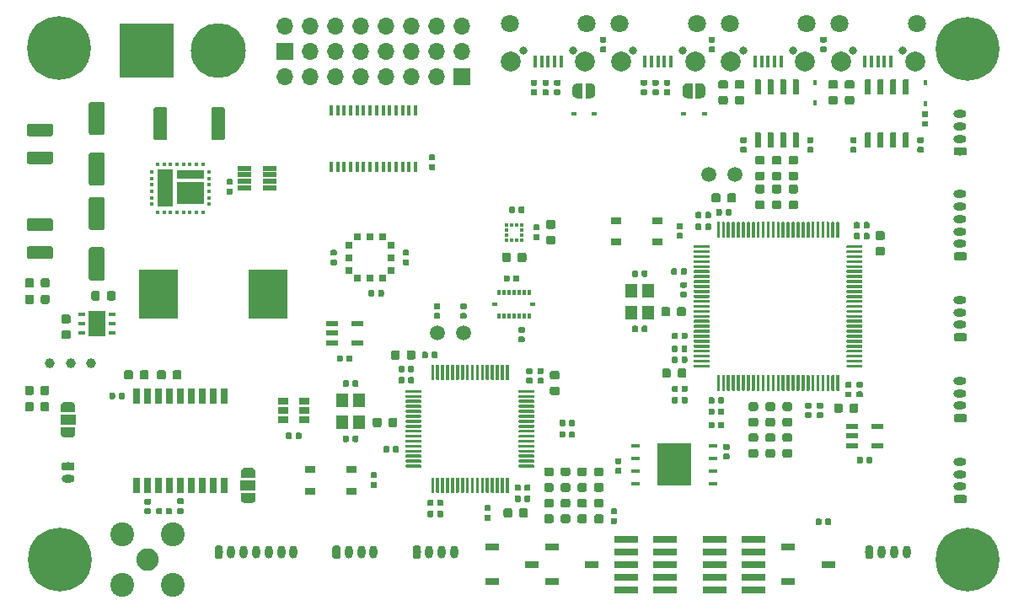
<source format=gts>
G04 #@! TF.GenerationSoftware,KiCad,Pcbnew,(5.1.2)-2*
G04 #@! TF.CreationDate,2019-10-30T14:31:15+01:00*
G04 #@! TF.ProjectId,Hades,48616465-732e-46b6-9963-61645f706362,rev?*
G04 #@! TF.SameCoordinates,Original*
G04 #@! TF.FileFunction,Soldermask,Top*
G04 #@! TF.FilePolarity,Negative*
%FSLAX46Y46*%
G04 Gerber Fmt 4.6, Leading zero omitted, Abs format (unit mm)*
G04 Created by KiCad (PCBNEW (5.1.2)-2) date 2019-10-30 14:31:15*
%MOMM*%
%LPD*%
G04 APERTURE LIST*
%ADD10R,0.800000X1.500000*%
%ADD11C,0.100000*%
%ADD12C,0.590000*%
%ADD13C,1.500000*%
%ADD14C,1.000000*%
%ADD15C,6.400000*%
%ADD16C,0.800000*%
%ADD17O,0.800000X1.300000*%
%ADD18C,2.250000*%
%ADD19C,2.400000*%
%ADD20R,5.516000X5.516000*%
%ADD21C,5.516000*%
%ADD22C,1.600000*%
%ADD23C,1.250000*%
%ADD24C,0.875000*%
%ADD25R,0.600000X0.450000*%
%ADD26R,0.450000X0.600000*%
%ADD27C,0.300000*%
%ADD28O,1.300000X0.800000*%
%ADD29R,1.200000X1.400000*%
%ADD30C,0.500000*%
%ADD31R,1.500000X1.000000*%
%ADD32R,4.000000X4.900000*%
%ADD33R,1.700000X1.700000*%
%ADD34O,1.700000X1.700000*%
%ADD35C,1.350000*%
%ADD36R,0.300000X0.400000*%
%ADD37R,0.400000X0.300000*%
%ADD38R,2.830000X2.200000*%
%ADD39R,2.830000X0.900000*%
%ADD40R,1.600000X3.700000*%
%ADD41R,0.800000X0.400000*%
%ADD42R,1.750000X2.500000*%
%ADD43R,1.050000X0.650000*%
%ADD44R,1.400000X0.800000*%
%ADD45R,2.400000X0.740000*%
%ADD46R,1.320800X0.508000*%
%ADD47R,0.400000X1.100000*%
%ADD48R,1.150000X0.600000*%
%ADD49R,0.950000X0.450000*%
%ADD50R,3.450000X4.350000*%
%ADD51R,0.350000X0.580000*%
%ADD52R,0.580000X0.350000*%
%ADD53R,1.060000X0.650000*%
%ADD54R,0.700000X0.650000*%
%ADD55R,0.650000X0.700000*%
%ADD56R,0.350000X0.300000*%
%ADD57R,0.300000X0.350000*%
%ADD58C,0.600000*%
%ADD59C,1.800000*%
%ADD60C,2.000000*%
%ADD61R,0.450000X1.300000*%
G04 APERTURE END LIST*
D10*
X46333400Y-64685400D03*
X45233400Y-64685400D03*
X44133400Y-64685400D03*
X43033400Y-64685400D03*
X41933400Y-64685400D03*
X40833400Y-64685400D03*
X39733400Y-64685400D03*
X38633400Y-64685400D03*
X37533400Y-64685400D03*
X37533400Y-73685400D03*
X38633400Y-73685400D03*
X39733400Y-73685400D03*
X40833400Y-73685400D03*
X41933400Y-73685400D03*
X43033400Y-73685400D03*
X44133400Y-73685400D03*
X45233400Y-73685400D03*
X46333400Y-73685400D03*
D11*
G36*
X38820358Y-75016710D02*
G01*
X38834676Y-75018834D01*
X38848717Y-75022351D01*
X38862346Y-75027228D01*
X38875431Y-75033417D01*
X38887847Y-75040858D01*
X38899473Y-75049481D01*
X38910198Y-75059202D01*
X38919919Y-75069927D01*
X38928542Y-75081553D01*
X38935983Y-75093969D01*
X38942172Y-75107054D01*
X38947049Y-75120683D01*
X38950566Y-75134724D01*
X38952690Y-75149042D01*
X38953400Y-75163500D01*
X38953400Y-75458500D01*
X38952690Y-75472958D01*
X38950566Y-75487276D01*
X38947049Y-75501317D01*
X38942172Y-75514946D01*
X38935983Y-75528031D01*
X38928542Y-75540447D01*
X38919919Y-75552073D01*
X38910198Y-75562798D01*
X38899473Y-75572519D01*
X38887847Y-75581142D01*
X38875431Y-75588583D01*
X38862346Y-75594772D01*
X38848717Y-75599649D01*
X38834676Y-75603166D01*
X38820358Y-75605290D01*
X38805900Y-75606000D01*
X38460900Y-75606000D01*
X38446442Y-75605290D01*
X38432124Y-75603166D01*
X38418083Y-75599649D01*
X38404454Y-75594772D01*
X38391369Y-75588583D01*
X38378953Y-75581142D01*
X38367327Y-75572519D01*
X38356602Y-75562798D01*
X38346881Y-75552073D01*
X38338258Y-75540447D01*
X38330817Y-75528031D01*
X38324628Y-75514946D01*
X38319751Y-75501317D01*
X38316234Y-75487276D01*
X38314110Y-75472958D01*
X38313400Y-75458500D01*
X38313400Y-75163500D01*
X38314110Y-75149042D01*
X38316234Y-75134724D01*
X38319751Y-75120683D01*
X38324628Y-75107054D01*
X38330817Y-75093969D01*
X38338258Y-75081553D01*
X38346881Y-75069927D01*
X38356602Y-75059202D01*
X38367327Y-75049481D01*
X38378953Y-75040858D01*
X38391369Y-75033417D01*
X38404454Y-75027228D01*
X38418083Y-75022351D01*
X38432124Y-75018834D01*
X38446442Y-75016710D01*
X38460900Y-75016000D01*
X38805900Y-75016000D01*
X38820358Y-75016710D01*
X38820358Y-75016710D01*
G37*
D12*
X38633400Y-75311000D03*
D11*
G36*
X38820358Y-75986710D02*
G01*
X38834676Y-75988834D01*
X38848717Y-75992351D01*
X38862346Y-75997228D01*
X38875431Y-76003417D01*
X38887847Y-76010858D01*
X38899473Y-76019481D01*
X38910198Y-76029202D01*
X38919919Y-76039927D01*
X38928542Y-76051553D01*
X38935983Y-76063969D01*
X38942172Y-76077054D01*
X38947049Y-76090683D01*
X38950566Y-76104724D01*
X38952690Y-76119042D01*
X38953400Y-76133500D01*
X38953400Y-76428500D01*
X38952690Y-76442958D01*
X38950566Y-76457276D01*
X38947049Y-76471317D01*
X38942172Y-76484946D01*
X38935983Y-76498031D01*
X38928542Y-76510447D01*
X38919919Y-76522073D01*
X38910198Y-76532798D01*
X38899473Y-76542519D01*
X38887847Y-76551142D01*
X38875431Y-76558583D01*
X38862346Y-76564772D01*
X38848717Y-76569649D01*
X38834676Y-76573166D01*
X38820358Y-76575290D01*
X38805900Y-76576000D01*
X38460900Y-76576000D01*
X38446442Y-76575290D01*
X38432124Y-76573166D01*
X38418083Y-76569649D01*
X38404454Y-76564772D01*
X38391369Y-76558583D01*
X38378953Y-76551142D01*
X38367327Y-76542519D01*
X38356602Y-76532798D01*
X38346881Y-76522073D01*
X38338258Y-76510447D01*
X38330817Y-76498031D01*
X38324628Y-76484946D01*
X38319751Y-76471317D01*
X38316234Y-76457276D01*
X38314110Y-76442958D01*
X38313400Y-76428500D01*
X38313400Y-76133500D01*
X38314110Y-76119042D01*
X38316234Y-76104724D01*
X38319751Y-76090683D01*
X38324628Y-76077054D01*
X38330817Y-76063969D01*
X38338258Y-76051553D01*
X38346881Y-76039927D01*
X38356602Y-76029202D01*
X38367327Y-76019481D01*
X38378953Y-76010858D01*
X38391369Y-76003417D01*
X38404454Y-75997228D01*
X38418083Y-75992351D01*
X38432124Y-75988834D01*
X38446442Y-75986710D01*
X38460900Y-75986000D01*
X38805900Y-75986000D01*
X38820358Y-75986710D01*
X38820358Y-75986710D01*
G37*
D12*
X38633400Y-76281000D03*
D13*
X67716400Y-58369200D03*
X70358000Y-58369200D03*
X95021400Y-42418000D03*
X97663000Y-42418000D03*
D14*
X28829000Y-61442600D03*
X30911800Y-61442600D03*
X32994600Y-61442600D03*
D15*
X29845000Y-81153000D03*
D16*
X32245000Y-81153000D03*
X31542056Y-82850056D03*
X29845000Y-83553000D03*
X28147944Y-82850056D03*
X27445000Y-81153000D03*
X28147944Y-79455944D03*
X29845000Y-78753000D03*
X31542056Y-79455944D03*
D15*
X29718000Y-29718000D03*
D16*
X32118000Y-29718000D03*
X31415056Y-31415056D03*
X29718000Y-32118000D03*
X28020944Y-31415056D03*
X27318000Y-29718000D03*
X28020944Y-28020944D03*
X29718000Y-27318000D03*
X31415056Y-28020944D03*
X122728056Y-79455944D03*
X121031000Y-78753000D03*
X119333944Y-79455944D03*
X118631000Y-81153000D03*
X119333944Y-82850056D03*
X121031000Y-83553000D03*
X122728056Y-82850056D03*
X123431000Y-81153000D03*
D15*
X121031000Y-81153000D03*
X121031000Y-29845000D03*
D16*
X123431000Y-29845000D03*
X122728056Y-31542056D03*
X121031000Y-32245000D03*
X119333944Y-31542056D03*
X118631000Y-29845000D03*
X119333944Y-28147944D03*
X121031000Y-27445000D03*
X122728056Y-28147944D03*
D11*
G36*
X111344603Y-79741963D02*
G01*
X111364018Y-79744843D01*
X111383057Y-79749612D01*
X111401537Y-79756224D01*
X111419279Y-79764616D01*
X111436114Y-79774706D01*
X111451879Y-79786398D01*
X111466421Y-79799579D01*
X111479602Y-79814121D01*
X111491294Y-79829886D01*
X111501384Y-79846721D01*
X111509776Y-79864463D01*
X111516388Y-79882943D01*
X111521157Y-79901982D01*
X111524037Y-79921397D01*
X111525000Y-79941000D01*
X111525000Y-80841000D01*
X111524037Y-80860603D01*
X111521157Y-80880018D01*
X111516388Y-80899057D01*
X111509776Y-80917537D01*
X111501384Y-80935279D01*
X111491294Y-80952114D01*
X111479602Y-80967879D01*
X111466421Y-80982421D01*
X111451879Y-80995602D01*
X111436114Y-81007294D01*
X111419279Y-81017384D01*
X111401537Y-81025776D01*
X111383057Y-81032388D01*
X111364018Y-81037157D01*
X111344603Y-81040037D01*
X111325000Y-81041000D01*
X110925000Y-81041000D01*
X110905397Y-81040037D01*
X110885982Y-81037157D01*
X110866943Y-81032388D01*
X110848463Y-81025776D01*
X110830721Y-81017384D01*
X110813886Y-81007294D01*
X110798121Y-80995602D01*
X110783579Y-80982421D01*
X110770398Y-80967879D01*
X110758706Y-80952114D01*
X110748616Y-80935279D01*
X110740224Y-80917537D01*
X110733612Y-80899057D01*
X110728843Y-80880018D01*
X110725963Y-80860603D01*
X110725000Y-80841000D01*
X110725000Y-79941000D01*
X110725963Y-79921397D01*
X110728843Y-79901982D01*
X110733612Y-79882943D01*
X110740224Y-79864463D01*
X110748616Y-79846721D01*
X110758706Y-79829886D01*
X110770398Y-79814121D01*
X110783579Y-79799579D01*
X110798121Y-79786398D01*
X110813886Y-79774706D01*
X110830721Y-79764616D01*
X110848463Y-79756224D01*
X110866943Y-79749612D01*
X110885982Y-79744843D01*
X110905397Y-79741963D01*
X110925000Y-79741000D01*
X111325000Y-79741000D01*
X111344603Y-79741963D01*
X111344603Y-79741963D01*
G37*
D16*
X111125000Y-80391000D03*
D17*
X112375000Y-80391000D03*
X113625000Y-80391000D03*
X114875000Y-80391000D03*
D18*
X38633400Y-81102200D03*
D19*
X36093400Y-78562200D03*
X41173400Y-78562200D03*
X41173400Y-83642200D03*
X36093400Y-83642200D03*
D20*
X38564000Y-29972000D03*
D21*
X45764000Y-29972000D03*
D11*
G36*
X34102504Y-35168704D02*
G01*
X34126773Y-35172304D01*
X34150571Y-35178265D01*
X34173671Y-35186530D01*
X34195849Y-35197020D01*
X34216893Y-35209633D01*
X34236598Y-35224247D01*
X34254777Y-35240723D01*
X34271253Y-35258902D01*
X34285867Y-35278607D01*
X34298480Y-35299651D01*
X34308970Y-35321829D01*
X34317235Y-35344929D01*
X34323196Y-35368727D01*
X34326796Y-35392996D01*
X34328000Y-35417500D01*
X34328000Y-38242500D01*
X34326796Y-38267004D01*
X34323196Y-38291273D01*
X34317235Y-38315071D01*
X34308970Y-38338171D01*
X34298480Y-38360349D01*
X34285867Y-38381393D01*
X34271253Y-38401098D01*
X34254777Y-38419277D01*
X34236598Y-38435753D01*
X34216893Y-38450367D01*
X34195849Y-38462980D01*
X34173671Y-38473470D01*
X34150571Y-38481735D01*
X34126773Y-38487696D01*
X34102504Y-38491296D01*
X34078000Y-38492500D01*
X32978000Y-38492500D01*
X32953496Y-38491296D01*
X32929227Y-38487696D01*
X32905429Y-38481735D01*
X32882329Y-38473470D01*
X32860151Y-38462980D01*
X32839107Y-38450367D01*
X32819402Y-38435753D01*
X32801223Y-38419277D01*
X32784747Y-38401098D01*
X32770133Y-38381393D01*
X32757520Y-38360349D01*
X32747030Y-38338171D01*
X32738765Y-38315071D01*
X32732804Y-38291273D01*
X32729204Y-38267004D01*
X32728000Y-38242500D01*
X32728000Y-35417500D01*
X32729204Y-35392996D01*
X32732804Y-35368727D01*
X32738765Y-35344929D01*
X32747030Y-35321829D01*
X32757520Y-35299651D01*
X32770133Y-35278607D01*
X32784747Y-35258902D01*
X32801223Y-35240723D01*
X32819402Y-35224247D01*
X32839107Y-35209633D01*
X32860151Y-35197020D01*
X32882329Y-35186530D01*
X32905429Y-35178265D01*
X32929227Y-35172304D01*
X32953496Y-35168704D01*
X32978000Y-35167500D01*
X34078000Y-35167500D01*
X34102504Y-35168704D01*
X34102504Y-35168704D01*
G37*
D22*
X33528000Y-36830000D03*
D11*
G36*
X34102504Y-40243704D02*
G01*
X34126773Y-40247304D01*
X34150571Y-40253265D01*
X34173671Y-40261530D01*
X34195849Y-40272020D01*
X34216893Y-40284633D01*
X34236598Y-40299247D01*
X34254777Y-40315723D01*
X34271253Y-40333902D01*
X34285867Y-40353607D01*
X34298480Y-40374651D01*
X34308970Y-40396829D01*
X34317235Y-40419929D01*
X34323196Y-40443727D01*
X34326796Y-40467996D01*
X34328000Y-40492500D01*
X34328000Y-43317500D01*
X34326796Y-43342004D01*
X34323196Y-43366273D01*
X34317235Y-43390071D01*
X34308970Y-43413171D01*
X34298480Y-43435349D01*
X34285867Y-43456393D01*
X34271253Y-43476098D01*
X34254777Y-43494277D01*
X34236598Y-43510753D01*
X34216893Y-43525367D01*
X34195849Y-43537980D01*
X34173671Y-43548470D01*
X34150571Y-43556735D01*
X34126773Y-43562696D01*
X34102504Y-43566296D01*
X34078000Y-43567500D01*
X32978000Y-43567500D01*
X32953496Y-43566296D01*
X32929227Y-43562696D01*
X32905429Y-43556735D01*
X32882329Y-43548470D01*
X32860151Y-43537980D01*
X32839107Y-43525367D01*
X32819402Y-43510753D01*
X32801223Y-43494277D01*
X32784747Y-43476098D01*
X32770133Y-43456393D01*
X32757520Y-43435349D01*
X32747030Y-43413171D01*
X32738765Y-43390071D01*
X32732804Y-43366273D01*
X32729204Y-43342004D01*
X32728000Y-43317500D01*
X32728000Y-40492500D01*
X32729204Y-40467996D01*
X32732804Y-40443727D01*
X32738765Y-40419929D01*
X32747030Y-40396829D01*
X32757520Y-40374651D01*
X32770133Y-40353607D01*
X32784747Y-40333902D01*
X32801223Y-40315723D01*
X32819402Y-40299247D01*
X32839107Y-40284633D01*
X32860151Y-40272020D01*
X32882329Y-40261530D01*
X32905429Y-40253265D01*
X32929227Y-40247304D01*
X32953496Y-40243704D01*
X32978000Y-40242500D01*
X34078000Y-40242500D01*
X34102504Y-40243704D01*
X34102504Y-40243704D01*
G37*
D22*
X33528000Y-41905000D03*
D11*
G36*
X28912504Y-37349204D02*
G01*
X28936773Y-37352804D01*
X28960571Y-37358765D01*
X28983671Y-37367030D01*
X29005849Y-37377520D01*
X29026893Y-37390133D01*
X29046598Y-37404747D01*
X29064777Y-37421223D01*
X29081253Y-37439402D01*
X29095867Y-37459107D01*
X29108480Y-37480151D01*
X29118970Y-37502329D01*
X29127235Y-37525429D01*
X29133196Y-37549227D01*
X29136796Y-37573496D01*
X29138000Y-37598000D01*
X29138000Y-38348000D01*
X29136796Y-38372504D01*
X29133196Y-38396773D01*
X29127235Y-38420571D01*
X29118970Y-38443671D01*
X29108480Y-38465849D01*
X29095867Y-38486893D01*
X29081253Y-38506598D01*
X29064777Y-38524777D01*
X29046598Y-38541253D01*
X29026893Y-38555867D01*
X29005849Y-38568480D01*
X28983671Y-38578970D01*
X28960571Y-38587235D01*
X28936773Y-38593196D01*
X28912504Y-38596796D01*
X28888000Y-38598000D01*
X26738000Y-38598000D01*
X26713496Y-38596796D01*
X26689227Y-38593196D01*
X26665429Y-38587235D01*
X26642329Y-38578970D01*
X26620151Y-38568480D01*
X26599107Y-38555867D01*
X26579402Y-38541253D01*
X26561223Y-38524777D01*
X26544747Y-38506598D01*
X26530133Y-38486893D01*
X26517520Y-38465849D01*
X26507030Y-38443671D01*
X26498765Y-38420571D01*
X26492804Y-38396773D01*
X26489204Y-38372504D01*
X26488000Y-38348000D01*
X26488000Y-37598000D01*
X26489204Y-37573496D01*
X26492804Y-37549227D01*
X26498765Y-37525429D01*
X26507030Y-37502329D01*
X26517520Y-37480151D01*
X26530133Y-37459107D01*
X26544747Y-37439402D01*
X26561223Y-37421223D01*
X26579402Y-37404747D01*
X26599107Y-37390133D01*
X26620151Y-37377520D01*
X26642329Y-37367030D01*
X26665429Y-37358765D01*
X26689227Y-37352804D01*
X26713496Y-37349204D01*
X26738000Y-37348000D01*
X28888000Y-37348000D01*
X28912504Y-37349204D01*
X28912504Y-37349204D01*
G37*
D23*
X27813000Y-37973000D03*
D11*
G36*
X28912504Y-40149204D02*
G01*
X28936773Y-40152804D01*
X28960571Y-40158765D01*
X28983671Y-40167030D01*
X29005849Y-40177520D01*
X29026893Y-40190133D01*
X29046598Y-40204747D01*
X29064777Y-40221223D01*
X29081253Y-40239402D01*
X29095867Y-40259107D01*
X29108480Y-40280151D01*
X29118970Y-40302329D01*
X29127235Y-40325429D01*
X29133196Y-40349227D01*
X29136796Y-40373496D01*
X29138000Y-40398000D01*
X29138000Y-41148000D01*
X29136796Y-41172504D01*
X29133196Y-41196773D01*
X29127235Y-41220571D01*
X29118970Y-41243671D01*
X29108480Y-41265849D01*
X29095867Y-41286893D01*
X29081253Y-41306598D01*
X29064777Y-41324777D01*
X29046598Y-41341253D01*
X29026893Y-41355867D01*
X29005849Y-41368480D01*
X28983671Y-41378970D01*
X28960571Y-41387235D01*
X28936773Y-41393196D01*
X28912504Y-41396796D01*
X28888000Y-41398000D01*
X26738000Y-41398000D01*
X26713496Y-41396796D01*
X26689227Y-41393196D01*
X26665429Y-41387235D01*
X26642329Y-41378970D01*
X26620151Y-41368480D01*
X26599107Y-41355867D01*
X26579402Y-41341253D01*
X26561223Y-41324777D01*
X26544747Y-41306598D01*
X26530133Y-41286893D01*
X26517520Y-41265849D01*
X26507030Y-41243671D01*
X26498765Y-41220571D01*
X26492804Y-41196773D01*
X26489204Y-41172504D01*
X26488000Y-41148000D01*
X26488000Y-40398000D01*
X26489204Y-40373496D01*
X26492804Y-40349227D01*
X26498765Y-40325429D01*
X26507030Y-40302329D01*
X26517520Y-40280151D01*
X26530133Y-40259107D01*
X26544747Y-40239402D01*
X26561223Y-40221223D01*
X26579402Y-40204747D01*
X26599107Y-40190133D01*
X26620151Y-40177520D01*
X26642329Y-40167030D01*
X26665429Y-40158765D01*
X26689227Y-40152804D01*
X26713496Y-40149204D01*
X26738000Y-40148000D01*
X28888000Y-40148000D01*
X28912504Y-40149204D01*
X28912504Y-40149204D01*
G37*
D23*
X27813000Y-40773000D03*
D11*
G36*
X34102504Y-49771204D02*
G01*
X34126773Y-49774804D01*
X34150571Y-49780765D01*
X34173671Y-49789030D01*
X34195849Y-49799520D01*
X34216893Y-49812133D01*
X34236598Y-49826747D01*
X34254777Y-49843223D01*
X34271253Y-49861402D01*
X34285867Y-49881107D01*
X34298480Y-49902151D01*
X34308970Y-49924329D01*
X34317235Y-49947429D01*
X34323196Y-49971227D01*
X34326796Y-49995496D01*
X34328000Y-50020000D01*
X34328000Y-52845000D01*
X34326796Y-52869504D01*
X34323196Y-52893773D01*
X34317235Y-52917571D01*
X34308970Y-52940671D01*
X34298480Y-52962849D01*
X34285867Y-52983893D01*
X34271253Y-53003598D01*
X34254777Y-53021777D01*
X34236598Y-53038253D01*
X34216893Y-53052867D01*
X34195849Y-53065480D01*
X34173671Y-53075970D01*
X34150571Y-53084235D01*
X34126773Y-53090196D01*
X34102504Y-53093796D01*
X34078000Y-53095000D01*
X32978000Y-53095000D01*
X32953496Y-53093796D01*
X32929227Y-53090196D01*
X32905429Y-53084235D01*
X32882329Y-53075970D01*
X32860151Y-53065480D01*
X32839107Y-53052867D01*
X32819402Y-53038253D01*
X32801223Y-53021777D01*
X32784747Y-53003598D01*
X32770133Y-52983893D01*
X32757520Y-52962849D01*
X32747030Y-52940671D01*
X32738765Y-52917571D01*
X32732804Y-52893773D01*
X32729204Y-52869504D01*
X32728000Y-52845000D01*
X32728000Y-50020000D01*
X32729204Y-49995496D01*
X32732804Y-49971227D01*
X32738765Y-49947429D01*
X32747030Y-49924329D01*
X32757520Y-49902151D01*
X32770133Y-49881107D01*
X32784747Y-49861402D01*
X32801223Y-49843223D01*
X32819402Y-49826747D01*
X32839107Y-49812133D01*
X32860151Y-49799520D01*
X32882329Y-49789030D01*
X32905429Y-49780765D01*
X32929227Y-49774804D01*
X32953496Y-49771204D01*
X32978000Y-49770000D01*
X34078000Y-49770000D01*
X34102504Y-49771204D01*
X34102504Y-49771204D01*
G37*
D22*
X33528000Y-51432500D03*
D11*
G36*
X34102504Y-44696204D02*
G01*
X34126773Y-44699804D01*
X34150571Y-44705765D01*
X34173671Y-44714030D01*
X34195849Y-44724520D01*
X34216893Y-44737133D01*
X34236598Y-44751747D01*
X34254777Y-44768223D01*
X34271253Y-44786402D01*
X34285867Y-44806107D01*
X34298480Y-44827151D01*
X34308970Y-44849329D01*
X34317235Y-44872429D01*
X34323196Y-44896227D01*
X34326796Y-44920496D01*
X34328000Y-44945000D01*
X34328000Y-47770000D01*
X34326796Y-47794504D01*
X34323196Y-47818773D01*
X34317235Y-47842571D01*
X34308970Y-47865671D01*
X34298480Y-47887849D01*
X34285867Y-47908893D01*
X34271253Y-47928598D01*
X34254777Y-47946777D01*
X34236598Y-47963253D01*
X34216893Y-47977867D01*
X34195849Y-47990480D01*
X34173671Y-48000970D01*
X34150571Y-48009235D01*
X34126773Y-48015196D01*
X34102504Y-48018796D01*
X34078000Y-48020000D01*
X32978000Y-48020000D01*
X32953496Y-48018796D01*
X32929227Y-48015196D01*
X32905429Y-48009235D01*
X32882329Y-48000970D01*
X32860151Y-47990480D01*
X32839107Y-47977867D01*
X32819402Y-47963253D01*
X32801223Y-47946777D01*
X32784747Y-47928598D01*
X32770133Y-47908893D01*
X32757520Y-47887849D01*
X32747030Y-47865671D01*
X32738765Y-47842571D01*
X32732804Y-47818773D01*
X32729204Y-47794504D01*
X32728000Y-47770000D01*
X32728000Y-44945000D01*
X32729204Y-44920496D01*
X32732804Y-44896227D01*
X32738765Y-44872429D01*
X32747030Y-44849329D01*
X32757520Y-44827151D01*
X32770133Y-44806107D01*
X32784747Y-44786402D01*
X32801223Y-44768223D01*
X32819402Y-44751747D01*
X32839107Y-44737133D01*
X32860151Y-44724520D01*
X32882329Y-44714030D01*
X32905429Y-44705765D01*
X32929227Y-44699804D01*
X32953496Y-44696204D01*
X32978000Y-44695000D01*
X34078000Y-44695000D01*
X34102504Y-44696204D01*
X34102504Y-44696204D01*
G37*
D22*
X33528000Y-46357500D03*
D11*
G36*
X28912504Y-49671204D02*
G01*
X28936773Y-49674804D01*
X28960571Y-49680765D01*
X28983671Y-49689030D01*
X29005849Y-49699520D01*
X29026893Y-49712133D01*
X29046598Y-49726747D01*
X29064777Y-49743223D01*
X29081253Y-49761402D01*
X29095867Y-49781107D01*
X29108480Y-49802151D01*
X29118970Y-49824329D01*
X29127235Y-49847429D01*
X29133196Y-49871227D01*
X29136796Y-49895496D01*
X29138000Y-49920000D01*
X29138000Y-50670000D01*
X29136796Y-50694504D01*
X29133196Y-50718773D01*
X29127235Y-50742571D01*
X29118970Y-50765671D01*
X29108480Y-50787849D01*
X29095867Y-50808893D01*
X29081253Y-50828598D01*
X29064777Y-50846777D01*
X29046598Y-50863253D01*
X29026893Y-50877867D01*
X29005849Y-50890480D01*
X28983671Y-50900970D01*
X28960571Y-50909235D01*
X28936773Y-50915196D01*
X28912504Y-50918796D01*
X28888000Y-50920000D01*
X26738000Y-50920000D01*
X26713496Y-50918796D01*
X26689227Y-50915196D01*
X26665429Y-50909235D01*
X26642329Y-50900970D01*
X26620151Y-50890480D01*
X26599107Y-50877867D01*
X26579402Y-50863253D01*
X26561223Y-50846777D01*
X26544747Y-50828598D01*
X26530133Y-50808893D01*
X26517520Y-50787849D01*
X26507030Y-50765671D01*
X26498765Y-50742571D01*
X26492804Y-50718773D01*
X26489204Y-50694504D01*
X26488000Y-50670000D01*
X26488000Y-49920000D01*
X26489204Y-49895496D01*
X26492804Y-49871227D01*
X26498765Y-49847429D01*
X26507030Y-49824329D01*
X26517520Y-49802151D01*
X26530133Y-49781107D01*
X26544747Y-49761402D01*
X26561223Y-49743223D01*
X26579402Y-49726747D01*
X26599107Y-49712133D01*
X26620151Y-49699520D01*
X26642329Y-49689030D01*
X26665429Y-49680765D01*
X26689227Y-49674804D01*
X26713496Y-49671204D01*
X26738000Y-49670000D01*
X28888000Y-49670000D01*
X28912504Y-49671204D01*
X28912504Y-49671204D01*
G37*
D23*
X27813000Y-50295000D03*
D11*
G36*
X28912504Y-46871204D02*
G01*
X28936773Y-46874804D01*
X28960571Y-46880765D01*
X28983671Y-46889030D01*
X29005849Y-46899520D01*
X29026893Y-46912133D01*
X29046598Y-46926747D01*
X29064777Y-46943223D01*
X29081253Y-46961402D01*
X29095867Y-46981107D01*
X29108480Y-47002151D01*
X29118970Y-47024329D01*
X29127235Y-47047429D01*
X29133196Y-47071227D01*
X29136796Y-47095496D01*
X29138000Y-47120000D01*
X29138000Y-47870000D01*
X29136796Y-47894504D01*
X29133196Y-47918773D01*
X29127235Y-47942571D01*
X29118970Y-47965671D01*
X29108480Y-47987849D01*
X29095867Y-48008893D01*
X29081253Y-48028598D01*
X29064777Y-48046777D01*
X29046598Y-48063253D01*
X29026893Y-48077867D01*
X29005849Y-48090480D01*
X28983671Y-48100970D01*
X28960571Y-48109235D01*
X28936773Y-48115196D01*
X28912504Y-48118796D01*
X28888000Y-48120000D01*
X26738000Y-48120000D01*
X26713496Y-48118796D01*
X26689227Y-48115196D01*
X26665429Y-48109235D01*
X26642329Y-48100970D01*
X26620151Y-48090480D01*
X26599107Y-48077867D01*
X26579402Y-48063253D01*
X26561223Y-48046777D01*
X26544747Y-48028598D01*
X26530133Y-48008893D01*
X26517520Y-47987849D01*
X26507030Y-47965671D01*
X26498765Y-47942571D01*
X26492804Y-47918773D01*
X26489204Y-47894504D01*
X26488000Y-47870000D01*
X26488000Y-47120000D01*
X26489204Y-47095496D01*
X26492804Y-47071227D01*
X26498765Y-47047429D01*
X26507030Y-47024329D01*
X26517520Y-47002151D01*
X26530133Y-46981107D01*
X26544747Y-46961402D01*
X26561223Y-46943223D01*
X26579402Y-46926747D01*
X26599107Y-46912133D01*
X26620151Y-46899520D01*
X26642329Y-46889030D01*
X26665429Y-46880765D01*
X26689227Y-46874804D01*
X26713496Y-46871204D01*
X26738000Y-46870000D01*
X28888000Y-46870000D01*
X28912504Y-46871204D01*
X28912504Y-46871204D01*
G37*
D23*
X27813000Y-47495000D03*
D11*
G36*
X47049958Y-42908710D02*
G01*
X47064276Y-42910834D01*
X47078317Y-42914351D01*
X47091946Y-42919228D01*
X47105031Y-42925417D01*
X47117447Y-42932858D01*
X47129073Y-42941481D01*
X47139798Y-42951202D01*
X47149519Y-42961927D01*
X47158142Y-42973553D01*
X47165583Y-42985969D01*
X47171772Y-42999054D01*
X47176649Y-43012683D01*
X47180166Y-43026724D01*
X47182290Y-43041042D01*
X47183000Y-43055500D01*
X47183000Y-43350500D01*
X47182290Y-43364958D01*
X47180166Y-43379276D01*
X47176649Y-43393317D01*
X47171772Y-43406946D01*
X47165583Y-43420031D01*
X47158142Y-43432447D01*
X47149519Y-43444073D01*
X47139798Y-43454798D01*
X47129073Y-43464519D01*
X47117447Y-43473142D01*
X47105031Y-43480583D01*
X47091946Y-43486772D01*
X47078317Y-43491649D01*
X47064276Y-43495166D01*
X47049958Y-43497290D01*
X47035500Y-43498000D01*
X46690500Y-43498000D01*
X46676042Y-43497290D01*
X46661724Y-43495166D01*
X46647683Y-43491649D01*
X46634054Y-43486772D01*
X46620969Y-43480583D01*
X46608553Y-43473142D01*
X46596927Y-43464519D01*
X46586202Y-43454798D01*
X46576481Y-43444073D01*
X46567858Y-43432447D01*
X46560417Y-43420031D01*
X46554228Y-43406946D01*
X46549351Y-43393317D01*
X46545834Y-43379276D01*
X46543710Y-43364958D01*
X46543000Y-43350500D01*
X46543000Y-43055500D01*
X46543710Y-43041042D01*
X46545834Y-43026724D01*
X46549351Y-43012683D01*
X46554228Y-42999054D01*
X46560417Y-42985969D01*
X46567858Y-42973553D01*
X46576481Y-42961927D01*
X46586202Y-42951202D01*
X46596927Y-42941481D01*
X46608553Y-42932858D01*
X46620969Y-42925417D01*
X46634054Y-42919228D01*
X46647683Y-42914351D01*
X46661724Y-42910834D01*
X46676042Y-42908710D01*
X46690500Y-42908000D01*
X47035500Y-42908000D01*
X47049958Y-42908710D01*
X47049958Y-42908710D01*
G37*
D12*
X46863000Y-43203000D03*
D11*
G36*
X47049958Y-43878710D02*
G01*
X47064276Y-43880834D01*
X47078317Y-43884351D01*
X47091946Y-43889228D01*
X47105031Y-43895417D01*
X47117447Y-43902858D01*
X47129073Y-43911481D01*
X47139798Y-43921202D01*
X47149519Y-43931927D01*
X47158142Y-43943553D01*
X47165583Y-43955969D01*
X47171772Y-43969054D01*
X47176649Y-43982683D01*
X47180166Y-43996724D01*
X47182290Y-44011042D01*
X47183000Y-44025500D01*
X47183000Y-44320500D01*
X47182290Y-44334958D01*
X47180166Y-44349276D01*
X47176649Y-44363317D01*
X47171772Y-44376946D01*
X47165583Y-44390031D01*
X47158142Y-44402447D01*
X47149519Y-44414073D01*
X47139798Y-44424798D01*
X47129073Y-44434519D01*
X47117447Y-44443142D01*
X47105031Y-44450583D01*
X47091946Y-44456772D01*
X47078317Y-44461649D01*
X47064276Y-44465166D01*
X47049958Y-44467290D01*
X47035500Y-44468000D01*
X46690500Y-44468000D01*
X46676042Y-44467290D01*
X46661724Y-44465166D01*
X46647683Y-44461649D01*
X46634054Y-44456772D01*
X46620969Y-44450583D01*
X46608553Y-44443142D01*
X46596927Y-44434519D01*
X46586202Y-44424798D01*
X46576481Y-44414073D01*
X46567858Y-44402447D01*
X46560417Y-44390031D01*
X46554228Y-44376946D01*
X46549351Y-44363317D01*
X46545834Y-44349276D01*
X46543710Y-44334958D01*
X46543000Y-44320500D01*
X46543000Y-44025500D01*
X46543710Y-44011042D01*
X46545834Y-43996724D01*
X46549351Y-43982683D01*
X46554228Y-43969054D01*
X46560417Y-43955969D01*
X46567858Y-43943553D01*
X46576481Y-43931927D01*
X46586202Y-43921202D01*
X46596927Y-43911481D01*
X46608553Y-43902858D01*
X46620969Y-43895417D01*
X46634054Y-43889228D01*
X46647683Y-43884351D01*
X46661724Y-43880834D01*
X46676042Y-43878710D01*
X46690500Y-43878000D01*
X47035500Y-43878000D01*
X47049958Y-43878710D01*
X47049958Y-43878710D01*
G37*
D12*
X46863000Y-44173000D03*
D11*
G36*
X35216191Y-54161453D02*
G01*
X35237426Y-54164603D01*
X35258250Y-54169819D01*
X35278462Y-54177051D01*
X35297868Y-54186230D01*
X35316281Y-54197266D01*
X35333524Y-54210054D01*
X35349430Y-54224470D01*
X35363846Y-54240376D01*
X35376634Y-54257619D01*
X35387670Y-54276032D01*
X35396849Y-54295438D01*
X35404081Y-54315650D01*
X35409297Y-54336474D01*
X35412447Y-54357709D01*
X35413500Y-54379150D01*
X35413500Y-54891650D01*
X35412447Y-54913091D01*
X35409297Y-54934326D01*
X35404081Y-54955150D01*
X35396849Y-54975362D01*
X35387670Y-54994768D01*
X35376634Y-55013181D01*
X35363846Y-55030424D01*
X35349430Y-55046330D01*
X35333524Y-55060746D01*
X35316281Y-55073534D01*
X35297868Y-55084570D01*
X35278462Y-55093749D01*
X35258250Y-55100981D01*
X35237426Y-55106197D01*
X35216191Y-55109347D01*
X35194750Y-55110400D01*
X34757250Y-55110400D01*
X34735809Y-55109347D01*
X34714574Y-55106197D01*
X34693750Y-55100981D01*
X34673538Y-55093749D01*
X34654132Y-55084570D01*
X34635719Y-55073534D01*
X34618476Y-55060746D01*
X34602570Y-55046330D01*
X34588154Y-55030424D01*
X34575366Y-55013181D01*
X34564330Y-54994768D01*
X34555151Y-54975362D01*
X34547919Y-54955150D01*
X34542703Y-54934326D01*
X34539553Y-54913091D01*
X34538500Y-54891650D01*
X34538500Y-54379150D01*
X34539553Y-54357709D01*
X34542703Y-54336474D01*
X34547919Y-54315650D01*
X34555151Y-54295438D01*
X34564330Y-54276032D01*
X34575366Y-54257619D01*
X34588154Y-54240376D01*
X34602570Y-54224470D01*
X34618476Y-54210054D01*
X34635719Y-54197266D01*
X34654132Y-54186230D01*
X34673538Y-54177051D01*
X34693750Y-54169819D01*
X34714574Y-54164603D01*
X34735809Y-54161453D01*
X34757250Y-54160400D01*
X35194750Y-54160400D01*
X35216191Y-54161453D01*
X35216191Y-54161453D01*
G37*
D24*
X34976000Y-54635400D03*
D11*
G36*
X33641191Y-54161453D02*
G01*
X33662426Y-54164603D01*
X33683250Y-54169819D01*
X33703462Y-54177051D01*
X33722868Y-54186230D01*
X33741281Y-54197266D01*
X33758524Y-54210054D01*
X33774430Y-54224470D01*
X33788846Y-54240376D01*
X33801634Y-54257619D01*
X33812670Y-54276032D01*
X33821849Y-54295438D01*
X33829081Y-54315650D01*
X33834297Y-54336474D01*
X33837447Y-54357709D01*
X33838500Y-54379150D01*
X33838500Y-54891650D01*
X33837447Y-54913091D01*
X33834297Y-54934326D01*
X33829081Y-54955150D01*
X33821849Y-54975362D01*
X33812670Y-54994768D01*
X33801634Y-55013181D01*
X33788846Y-55030424D01*
X33774430Y-55046330D01*
X33758524Y-55060746D01*
X33741281Y-55073534D01*
X33722868Y-55084570D01*
X33703462Y-55093749D01*
X33683250Y-55100981D01*
X33662426Y-55106197D01*
X33641191Y-55109347D01*
X33619750Y-55110400D01*
X33182250Y-55110400D01*
X33160809Y-55109347D01*
X33139574Y-55106197D01*
X33118750Y-55100981D01*
X33098538Y-55093749D01*
X33079132Y-55084570D01*
X33060719Y-55073534D01*
X33043476Y-55060746D01*
X33027570Y-55046330D01*
X33013154Y-55030424D01*
X33000366Y-55013181D01*
X32989330Y-54994768D01*
X32980151Y-54975362D01*
X32972919Y-54955150D01*
X32967703Y-54934326D01*
X32964553Y-54913091D01*
X32963500Y-54891650D01*
X32963500Y-54379150D01*
X32964553Y-54357709D01*
X32967703Y-54336474D01*
X32972919Y-54315650D01*
X32980151Y-54295438D01*
X32989330Y-54276032D01*
X33000366Y-54257619D01*
X33013154Y-54240376D01*
X33027570Y-54224470D01*
X33043476Y-54210054D01*
X33060719Y-54197266D01*
X33079132Y-54186230D01*
X33098538Y-54177051D01*
X33118750Y-54169819D01*
X33139574Y-54164603D01*
X33160809Y-54161453D01*
X33182250Y-54160400D01*
X33619750Y-54160400D01*
X33641191Y-54161453D01*
X33641191Y-54161453D01*
G37*
D24*
X33401000Y-54635400D03*
D11*
G36*
X30706891Y-58110553D02*
G01*
X30728126Y-58113703D01*
X30748950Y-58118919D01*
X30769162Y-58126151D01*
X30788568Y-58135330D01*
X30806981Y-58146366D01*
X30824224Y-58159154D01*
X30840130Y-58173570D01*
X30854546Y-58189476D01*
X30867334Y-58206719D01*
X30878370Y-58225132D01*
X30887549Y-58244538D01*
X30894781Y-58264750D01*
X30899997Y-58285574D01*
X30903147Y-58306809D01*
X30904200Y-58328250D01*
X30904200Y-58765750D01*
X30903147Y-58787191D01*
X30899997Y-58808426D01*
X30894781Y-58829250D01*
X30887549Y-58849462D01*
X30878370Y-58868868D01*
X30867334Y-58887281D01*
X30854546Y-58904524D01*
X30840130Y-58920430D01*
X30824224Y-58934846D01*
X30806981Y-58947634D01*
X30788568Y-58958670D01*
X30769162Y-58967849D01*
X30748950Y-58975081D01*
X30728126Y-58980297D01*
X30706891Y-58983447D01*
X30685450Y-58984500D01*
X30172950Y-58984500D01*
X30151509Y-58983447D01*
X30130274Y-58980297D01*
X30109450Y-58975081D01*
X30089238Y-58967849D01*
X30069832Y-58958670D01*
X30051419Y-58947634D01*
X30034176Y-58934846D01*
X30018270Y-58920430D01*
X30003854Y-58904524D01*
X29991066Y-58887281D01*
X29980030Y-58868868D01*
X29970851Y-58849462D01*
X29963619Y-58829250D01*
X29958403Y-58808426D01*
X29955253Y-58787191D01*
X29954200Y-58765750D01*
X29954200Y-58328250D01*
X29955253Y-58306809D01*
X29958403Y-58285574D01*
X29963619Y-58264750D01*
X29970851Y-58244538D01*
X29980030Y-58225132D01*
X29991066Y-58206719D01*
X30003854Y-58189476D01*
X30018270Y-58173570D01*
X30034176Y-58159154D01*
X30051419Y-58146366D01*
X30069832Y-58135330D01*
X30089238Y-58126151D01*
X30109450Y-58118919D01*
X30130274Y-58113703D01*
X30151509Y-58110553D01*
X30172950Y-58109500D01*
X30685450Y-58109500D01*
X30706891Y-58110553D01*
X30706891Y-58110553D01*
G37*
D24*
X30429200Y-58547000D03*
D11*
G36*
X30706891Y-56535553D02*
G01*
X30728126Y-56538703D01*
X30748950Y-56543919D01*
X30769162Y-56551151D01*
X30788568Y-56560330D01*
X30806981Y-56571366D01*
X30824224Y-56584154D01*
X30840130Y-56598570D01*
X30854546Y-56614476D01*
X30867334Y-56631719D01*
X30878370Y-56650132D01*
X30887549Y-56669538D01*
X30894781Y-56689750D01*
X30899997Y-56710574D01*
X30903147Y-56731809D01*
X30904200Y-56753250D01*
X30904200Y-57190750D01*
X30903147Y-57212191D01*
X30899997Y-57233426D01*
X30894781Y-57254250D01*
X30887549Y-57274462D01*
X30878370Y-57293868D01*
X30867334Y-57312281D01*
X30854546Y-57329524D01*
X30840130Y-57345430D01*
X30824224Y-57359846D01*
X30806981Y-57372634D01*
X30788568Y-57383670D01*
X30769162Y-57392849D01*
X30748950Y-57400081D01*
X30728126Y-57405297D01*
X30706891Y-57408447D01*
X30685450Y-57409500D01*
X30172950Y-57409500D01*
X30151509Y-57408447D01*
X30130274Y-57405297D01*
X30109450Y-57400081D01*
X30089238Y-57392849D01*
X30069832Y-57383670D01*
X30051419Y-57372634D01*
X30034176Y-57359846D01*
X30018270Y-57345430D01*
X30003854Y-57329524D01*
X29991066Y-57312281D01*
X29980030Y-57293868D01*
X29970851Y-57274462D01*
X29963619Y-57254250D01*
X29958403Y-57233426D01*
X29955253Y-57212191D01*
X29954200Y-57190750D01*
X29954200Y-56753250D01*
X29955253Y-56731809D01*
X29958403Y-56710574D01*
X29963619Y-56689750D01*
X29970851Y-56669538D01*
X29980030Y-56650132D01*
X29991066Y-56631719D01*
X30003854Y-56614476D01*
X30018270Y-56598570D01*
X30034176Y-56584154D01*
X30051419Y-56571366D01*
X30069832Y-56560330D01*
X30089238Y-56551151D01*
X30109450Y-56543919D01*
X30130274Y-56538703D01*
X30151509Y-56535553D01*
X30172950Y-56534500D01*
X30685450Y-56534500D01*
X30706891Y-56535553D01*
X30706891Y-56535553D01*
G37*
D24*
X30429200Y-56972000D03*
D11*
G36*
X108266191Y-65439053D02*
G01*
X108287426Y-65442203D01*
X108308250Y-65447419D01*
X108328462Y-65454651D01*
X108347868Y-65463830D01*
X108366281Y-65474866D01*
X108383524Y-65487654D01*
X108399430Y-65502070D01*
X108413846Y-65517976D01*
X108426634Y-65535219D01*
X108437670Y-65553632D01*
X108446849Y-65573038D01*
X108454081Y-65593250D01*
X108459297Y-65614074D01*
X108462447Y-65635309D01*
X108463500Y-65656750D01*
X108463500Y-66169250D01*
X108462447Y-66190691D01*
X108459297Y-66211926D01*
X108454081Y-66232750D01*
X108446849Y-66252962D01*
X108437670Y-66272368D01*
X108426634Y-66290781D01*
X108413846Y-66308024D01*
X108399430Y-66323930D01*
X108383524Y-66338346D01*
X108366281Y-66351134D01*
X108347868Y-66362170D01*
X108328462Y-66371349D01*
X108308250Y-66378581D01*
X108287426Y-66383797D01*
X108266191Y-66386947D01*
X108244750Y-66388000D01*
X107807250Y-66388000D01*
X107785809Y-66386947D01*
X107764574Y-66383797D01*
X107743750Y-66378581D01*
X107723538Y-66371349D01*
X107704132Y-66362170D01*
X107685719Y-66351134D01*
X107668476Y-66338346D01*
X107652570Y-66323930D01*
X107638154Y-66308024D01*
X107625366Y-66290781D01*
X107614330Y-66272368D01*
X107605151Y-66252962D01*
X107597919Y-66232750D01*
X107592703Y-66211926D01*
X107589553Y-66190691D01*
X107588500Y-66169250D01*
X107588500Y-65656750D01*
X107589553Y-65635309D01*
X107592703Y-65614074D01*
X107597919Y-65593250D01*
X107605151Y-65573038D01*
X107614330Y-65553632D01*
X107625366Y-65535219D01*
X107638154Y-65517976D01*
X107652570Y-65502070D01*
X107668476Y-65487654D01*
X107685719Y-65474866D01*
X107704132Y-65463830D01*
X107723538Y-65454651D01*
X107743750Y-65447419D01*
X107764574Y-65442203D01*
X107785809Y-65439053D01*
X107807250Y-65438000D01*
X108244750Y-65438000D01*
X108266191Y-65439053D01*
X108266191Y-65439053D01*
G37*
D24*
X108026000Y-65913000D03*
D11*
G36*
X109841191Y-65439053D02*
G01*
X109862426Y-65442203D01*
X109883250Y-65447419D01*
X109903462Y-65454651D01*
X109922868Y-65463830D01*
X109941281Y-65474866D01*
X109958524Y-65487654D01*
X109974430Y-65502070D01*
X109988846Y-65517976D01*
X110001634Y-65535219D01*
X110012670Y-65553632D01*
X110021849Y-65573038D01*
X110029081Y-65593250D01*
X110034297Y-65614074D01*
X110037447Y-65635309D01*
X110038500Y-65656750D01*
X110038500Y-66169250D01*
X110037447Y-66190691D01*
X110034297Y-66211926D01*
X110029081Y-66232750D01*
X110021849Y-66252962D01*
X110012670Y-66272368D01*
X110001634Y-66290781D01*
X109988846Y-66308024D01*
X109974430Y-66323930D01*
X109958524Y-66338346D01*
X109941281Y-66351134D01*
X109922868Y-66362170D01*
X109903462Y-66371349D01*
X109883250Y-66378581D01*
X109862426Y-66383797D01*
X109841191Y-66386947D01*
X109819750Y-66388000D01*
X109382250Y-66388000D01*
X109360809Y-66386947D01*
X109339574Y-66383797D01*
X109318750Y-66378581D01*
X109298538Y-66371349D01*
X109279132Y-66362170D01*
X109260719Y-66351134D01*
X109243476Y-66338346D01*
X109227570Y-66323930D01*
X109213154Y-66308024D01*
X109200366Y-66290781D01*
X109189330Y-66272368D01*
X109180151Y-66252962D01*
X109172919Y-66232750D01*
X109167703Y-66211926D01*
X109164553Y-66190691D01*
X109163500Y-66169250D01*
X109163500Y-65656750D01*
X109164553Y-65635309D01*
X109167703Y-65614074D01*
X109172919Y-65593250D01*
X109180151Y-65573038D01*
X109189330Y-65553632D01*
X109200366Y-65535219D01*
X109213154Y-65517976D01*
X109227570Y-65502070D01*
X109243476Y-65487654D01*
X109260719Y-65474866D01*
X109279132Y-65463830D01*
X109298538Y-65454651D01*
X109318750Y-65447419D01*
X109339574Y-65442203D01*
X109360809Y-65439053D01*
X109382250Y-65438000D01*
X109819750Y-65438000D01*
X109841191Y-65439053D01*
X109841191Y-65439053D01*
G37*
D24*
X109601000Y-65913000D03*
D11*
G36*
X112494891Y-49728553D02*
G01*
X112516126Y-49731703D01*
X112536950Y-49736919D01*
X112557162Y-49744151D01*
X112576568Y-49753330D01*
X112594981Y-49764366D01*
X112612224Y-49777154D01*
X112628130Y-49791570D01*
X112642546Y-49807476D01*
X112655334Y-49824719D01*
X112666370Y-49843132D01*
X112675549Y-49862538D01*
X112682781Y-49882750D01*
X112687997Y-49903574D01*
X112691147Y-49924809D01*
X112692200Y-49946250D01*
X112692200Y-50383750D01*
X112691147Y-50405191D01*
X112687997Y-50426426D01*
X112682781Y-50447250D01*
X112675549Y-50467462D01*
X112666370Y-50486868D01*
X112655334Y-50505281D01*
X112642546Y-50522524D01*
X112628130Y-50538430D01*
X112612224Y-50552846D01*
X112594981Y-50565634D01*
X112576568Y-50576670D01*
X112557162Y-50585849D01*
X112536950Y-50593081D01*
X112516126Y-50598297D01*
X112494891Y-50601447D01*
X112473450Y-50602500D01*
X111960950Y-50602500D01*
X111939509Y-50601447D01*
X111918274Y-50598297D01*
X111897450Y-50593081D01*
X111877238Y-50585849D01*
X111857832Y-50576670D01*
X111839419Y-50565634D01*
X111822176Y-50552846D01*
X111806270Y-50538430D01*
X111791854Y-50522524D01*
X111779066Y-50505281D01*
X111768030Y-50486868D01*
X111758851Y-50467462D01*
X111751619Y-50447250D01*
X111746403Y-50426426D01*
X111743253Y-50405191D01*
X111742200Y-50383750D01*
X111742200Y-49946250D01*
X111743253Y-49924809D01*
X111746403Y-49903574D01*
X111751619Y-49882750D01*
X111758851Y-49862538D01*
X111768030Y-49843132D01*
X111779066Y-49824719D01*
X111791854Y-49807476D01*
X111806270Y-49791570D01*
X111822176Y-49777154D01*
X111839419Y-49764366D01*
X111857832Y-49753330D01*
X111877238Y-49744151D01*
X111897450Y-49736919D01*
X111918274Y-49731703D01*
X111939509Y-49728553D01*
X111960950Y-49727500D01*
X112473450Y-49727500D01*
X112494891Y-49728553D01*
X112494891Y-49728553D01*
G37*
D24*
X112217200Y-50165000D03*
D11*
G36*
X112494891Y-48153553D02*
G01*
X112516126Y-48156703D01*
X112536950Y-48161919D01*
X112557162Y-48169151D01*
X112576568Y-48178330D01*
X112594981Y-48189366D01*
X112612224Y-48202154D01*
X112628130Y-48216570D01*
X112642546Y-48232476D01*
X112655334Y-48249719D01*
X112666370Y-48268132D01*
X112675549Y-48287538D01*
X112682781Y-48307750D01*
X112687997Y-48328574D01*
X112691147Y-48349809D01*
X112692200Y-48371250D01*
X112692200Y-48808750D01*
X112691147Y-48830191D01*
X112687997Y-48851426D01*
X112682781Y-48872250D01*
X112675549Y-48892462D01*
X112666370Y-48911868D01*
X112655334Y-48930281D01*
X112642546Y-48947524D01*
X112628130Y-48963430D01*
X112612224Y-48977846D01*
X112594981Y-48990634D01*
X112576568Y-49001670D01*
X112557162Y-49010849D01*
X112536950Y-49018081D01*
X112516126Y-49023297D01*
X112494891Y-49026447D01*
X112473450Y-49027500D01*
X111960950Y-49027500D01*
X111939509Y-49026447D01*
X111918274Y-49023297D01*
X111897450Y-49018081D01*
X111877238Y-49010849D01*
X111857832Y-49001670D01*
X111839419Y-48990634D01*
X111822176Y-48977846D01*
X111806270Y-48963430D01*
X111791854Y-48947524D01*
X111779066Y-48930281D01*
X111768030Y-48911868D01*
X111758851Y-48892462D01*
X111751619Y-48872250D01*
X111746403Y-48851426D01*
X111743253Y-48830191D01*
X111742200Y-48808750D01*
X111742200Y-48371250D01*
X111743253Y-48349809D01*
X111746403Y-48328574D01*
X111751619Y-48307750D01*
X111758851Y-48287538D01*
X111768030Y-48268132D01*
X111779066Y-48249719D01*
X111791854Y-48232476D01*
X111806270Y-48216570D01*
X111822176Y-48202154D01*
X111839419Y-48189366D01*
X111857832Y-48178330D01*
X111877238Y-48169151D01*
X111897450Y-48161919D01*
X111918274Y-48156703D01*
X111939509Y-48153553D01*
X111960950Y-48152500D01*
X112473450Y-48152500D01*
X112494891Y-48153553D01*
X112494891Y-48153553D01*
G37*
D24*
X112217200Y-48590000D03*
D11*
G36*
X97547691Y-44331653D02*
G01*
X97568926Y-44334803D01*
X97589750Y-44340019D01*
X97609962Y-44347251D01*
X97629368Y-44356430D01*
X97647781Y-44367466D01*
X97665024Y-44380254D01*
X97680930Y-44394670D01*
X97695346Y-44410576D01*
X97708134Y-44427819D01*
X97719170Y-44446232D01*
X97728349Y-44465638D01*
X97735581Y-44485850D01*
X97740797Y-44506674D01*
X97743947Y-44527909D01*
X97745000Y-44549350D01*
X97745000Y-45061850D01*
X97743947Y-45083291D01*
X97740797Y-45104526D01*
X97735581Y-45125350D01*
X97728349Y-45145562D01*
X97719170Y-45164968D01*
X97708134Y-45183381D01*
X97695346Y-45200624D01*
X97680930Y-45216530D01*
X97665024Y-45230946D01*
X97647781Y-45243734D01*
X97629368Y-45254770D01*
X97609962Y-45263949D01*
X97589750Y-45271181D01*
X97568926Y-45276397D01*
X97547691Y-45279547D01*
X97526250Y-45280600D01*
X97088750Y-45280600D01*
X97067309Y-45279547D01*
X97046074Y-45276397D01*
X97025250Y-45271181D01*
X97005038Y-45263949D01*
X96985632Y-45254770D01*
X96967219Y-45243734D01*
X96949976Y-45230946D01*
X96934070Y-45216530D01*
X96919654Y-45200624D01*
X96906866Y-45183381D01*
X96895830Y-45164968D01*
X96886651Y-45145562D01*
X96879419Y-45125350D01*
X96874203Y-45104526D01*
X96871053Y-45083291D01*
X96870000Y-45061850D01*
X96870000Y-44549350D01*
X96871053Y-44527909D01*
X96874203Y-44506674D01*
X96879419Y-44485850D01*
X96886651Y-44465638D01*
X96895830Y-44446232D01*
X96906866Y-44427819D01*
X96919654Y-44410576D01*
X96934070Y-44394670D01*
X96949976Y-44380254D01*
X96967219Y-44367466D01*
X96985632Y-44356430D01*
X97005038Y-44347251D01*
X97025250Y-44340019D01*
X97046074Y-44334803D01*
X97067309Y-44331653D01*
X97088750Y-44330600D01*
X97526250Y-44330600D01*
X97547691Y-44331653D01*
X97547691Y-44331653D01*
G37*
D24*
X97307500Y-44805600D03*
D11*
G36*
X95972691Y-44331653D02*
G01*
X95993926Y-44334803D01*
X96014750Y-44340019D01*
X96034962Y-44347251D01*
X96054368Y-44356430D01*
X96072781Y-44367466D01*
X96090024Y-44380254D01*
X96105930Y-44394670D01*
X96120346Y-44410576D01*
X96133134Y-44427819D01*
X96144170Y-44446232D01*
X96153349Y-44465638D01*
X96160581Y-44485850D01*
X96165797Y-44506674D01*
X96168947Y-44527909D01*
X96170000Y-44549350D01*
X96170000Y-45061850D01*
X96168947Y-45083291D01*
X96165797Y-45104526D01*
X96160581Y-45125350D01*
X96153349Y-45145562D01*
X96144170Y-45164968D01*
X96133134Y-45183381D01*
X96120346Y-45200624D01*
X96105930Y-45216530D01*
X96090024Y-45230946D01*
X96072781Y-45243734D01*
X96054368Y-45254770D01*
X96034962Y-45263949D01*
X96014750Y-45271181D01*
X95993926Y-45276397D01*
X95972691Y-45279547D01*
X95951250Y-45280600D01*
X95513750Y-45280600D01*
X95492309Y-45279547D01*
X95471074Y-45276397D01*
X95450250Y-45271181D01*
X95430038Y-45263949D01*
X95410632Y-45254770D01*
X95392219Y-45243734D01*
X95374976Y-45230946D01*
X95359070Y-45216530D01*
X95344654Y-45200624D01*
X95331866Y-45183381D01*
X95320830Y-45164968D01*
X95311651Y-45145562D01*
X95304419Y-45125350D01*
X95299203Y-45104526D01*
X95296053Y-45083291D01*
X95295000Y-45061850D01*
X95295000Y-44549350D01*
X95296053Y-44527909D01*
X95299203Y-44506674D01*
X95304419Y-44485850D01*
X95311651Y-44465638D01*
X95320830Y-44446232D01*
X95331866Y-44427819D01*
X95344654Y-44410576D01*
X95359070Y-44394670D01*
X95374976Y-44380254D01*
X95392219Y-44367466D01*
X95410632Y-44356430D01*
X95430038Y-44347251D01*
X95450250Y-44340019D01*
X95471074Y-44334803D01*
X95492309Y-44331653D01*
X95513750Y-44330600D01*
X95951250Y-44330600D01*
X95972691Y-44331653D01*
X95972691Y-44331653D01*
G37*
D24*
X95732500Y-44805600D03*
D11*
G36*
X96194558Y-45934110D02*
G01*
X96208876Y-45936234D01*
X96222917Y-45939751D01*
X96236546Y-45944628D01*
X96249631Y-45950817D01*
X96262047Y-45958258D01*
X96273673Y-45966881D01*
X96284398Y-45976602D01*
X96294119Y-45987327D01*
X96302742Y-45998953D01*
X96310183Y-46011369D01*
X96316372Y-46024454D01*
X96321249Y-46038083D01*
X96324766Y-46052124D01*
X96326890Y-46066442D01*
X96327600Y-46080900D01*
X96327600Y-46425900D01*
X96326890Y-46440358D01*
X96324766Y-46454676D01*
X96321249Y-46468717D01*
X96316372Y-46482346D01*
X96310183Y-46495431D01*
X96302742Y-46507847D01*
X96294119Y-46519473D01*
X96284398Y-46530198D01*
X96273673Y-46539919D01*
X96262047Y-46548542D01*
X96249631Y-46555983D01*
X96236546Y-46562172D01*
X96222917Y-46567049D01*
X96208876Y-46570566D01*
X96194558Y-46572690D01*
X96180100Y-46573400D01*
X95885100Y-46573400D01*
X95870642Y-46572690D01*
X95856324Y-46570566D01*
X95842283Y-46567049D01*
X95828654Y-46562172D01*
X95815569Y-46555983D01*
X95803153Y-46548542D01*
X95791527Y-46539919D01*
X95780802Y-46530198D01*
X95771081Y-46519473D01*
X95762458Y-46507847D01*
X95755017Y-46495431D01*
X95748828Y-46482346D01*
X95743951Y-46468717D01*
X95740434Y-46454676D01*
X95738310Y-46440358D01*
X95737600Y-46425900D01*
X95737600Y-46080900D01*
X95738310Y-46066442D01*
X95740434Y-46052124D01*
X95743951Y-46038083D01*
X95748828Y-46024454D01*
X95755017Y-46011369D01*
X95762458Y-45998953D01*
X95771081Y-45987327D01*
X95780802Y-45976602D01*
X95791527Y-45966881D01*
X95803153Y-45958258D01*
X95815569Y-45950817D01*
X95828654Y-45944628D01*
X95842283Y-45939751D01*
X95856324Y-45936234D01*
X95870642Y-45934110D01*
X95885100Y-45933400D01*
X96180100Y-45933400D01*
X96194558Y-45934110D01*
X96194558Y-45934110D01*
G37*
D12*
X96032600Y-46253400D03*
D11*
G36*
X97164558Y-45934110D02*
G01*
X97178876Y-45936234D01*
X97192917Y-45939751D01*
X97206546Y-45944628D01*
X97219631Y-45950817D01*
X97232047Y-45958258D01*
X97243673Y-45966881D01*
X97254398Y-45976602D01*
X97264119Y-45987327D01*
X97272742Y-45998953D01*
X97280183Y-46011369D01*
X97286372Y-46024454D01*
X97291249Y-46038083D01*
X97294766Y-46052124D01*
X97296890Y-46066442D01*
X97297600Y-46080900D01*
X97297600Y-46425900D01*
X97296890Y-46440358D01*
X97294766Y-46454676D01*
X97291249Y-46468717D01*
X97286372Y-46482346D01*
X97280183Y-46495431D01*
X97272742Y-46507847D01*
X97264119Y-46519473D01*
X97254398Y-46530198D01*
X97243673Y-46539919D01*
X97232047Y-46548542D01*
X97219631Y-46555983D01*
X97206546Y-46562172D01*
X97192917Y-46567049D01*
X97178876Y-46570566D01*
X97164558Y-46572690D01*
X97150100Y-46573400D01*
X96855100Y-46573400D01*
X96840642Y-46572690D01*
X96826324Y-46570566D01*
X96812283Y-46567049D01*
X96798654Y-46562172D01*
X96785569Y-46555983D01*
X96773153Y-46548542D01*
X96761527Y-46539919D01*
X96750802Y-46530198D01*
X96741081Y-46519473D01*
X96732458Y-46507847D01*
X96725017Y-46495431D01*
X96718828Y-46482346D01*
X96713951Y-46468717D01*
X96710434Y-46454676D01*
X96708310Y-46440358D01*
X96707600Y-46425900D01*
X96707600Y-46080900D01*
X96708310Y-46066442D01*
X96710434Y-46052124D01*
X96713951Y-46038083D01*
X96718828Y-46024454D01*
X96725017Y-46011369D01*
X96732458Y-45998953D01*
X96741081Y-45987327D01*
X96750802Y-45976602D01*
X96761527Y-45966881D01*
X96773153Y-45958258D01*
X96785569Y-45950817D01*
X96798654Y-45944628D01*
X96812283Y-45939751D01*
X96826324Y-45936234D01*
X96840642Y-45934110D01*
X96855100Y-45933400D01*
X97150100Y-45933400D01*
X97164558Y-45934110D01*
X97164558Y-45934110D01*
G37*
D12*
X97002600Y-46253400D03*
D11*
G36*
X91698758Y-51877710D02*
G01*
X91713076Y-51879834D01*
X91727117Y-51883351D01*
X91740746Y-51888228D01*
X91753831Y-51894417D01*
X91766247Y-51901858D01*
X91777873Y-51910481D01*
X91788598Y-51920202D01*
X91798319Y-51930927D01*
X91806942Y-51942553D01*
X91814383Y-51954969D01*
X91820572Y-51968054D01*
X91825449Y-51981683D01*
X91828966Y-51995724D01*
X91831090Y-52010042D01*
X91831800Y-52024500D01*
X91831800Y-52369500D01*
X91831090Y-52383958D01*
X91828966Y-52398276D01*
X91825449Y-52412317D01*
X91820572Y-52425946D01*
X91814383Y-52439031D01*
X91806942Y-52451447D01*
X91798319Y-52463073D01*
X91788598Y-52473798D01*
X91777873Y-52483519D01*
X91766247Y-52492142D01*
X91753831Y-52499583D01*
X91740746Y-52505772D01*
X91727117Y-52510649D01*
X91713076Y-52514166D01*
X91698758Y-52516290D01*
X91684300Y-52517000D01*
X91389300Y-52517000D01*
X91374842Y-52516290D01*
X91360524Y-52514166D01*
X91346483Y-52510649D01*
X91332854Y-52505772D01*
X91319769Y-52499583D01*
X91307353Y-52492142D01*
X91295727Y-52483519D01*
X91285002Y-52473798D01*
X91275281Y-52463073D01*
X91266658Y-52451447D01*
X91259217Y-52439031D01*
X91253028Y-52425946D01*
X91248151Y-52412317D01*
X91244634Y-52398276D01*
X91242510Y-52383958D01*
X91241800Y-52369500D01*
X91241800Y-52024500D01*
X91242510Y-52010042D01*
X91244634Y-51995724D01*
X91248151Y-51981683D01*
X91253028Y-51968054D01*
X91259217Y-51954969D01*
X91266658Y-51942553D01*
X91275281Y-51930927D01*
X91285002Y-51920202D01*
X91295727Y-51910481D01*
X91307353Y-51901858D01*
X91319769Y-51894417D01*
X91332854Y-51888228D01*
X91346483Y-51883351D01*
X91360524Y-51879834D01*
X91374842Y-51877710D01*
X91389300Y-51877000D01*
X91684300Y-51877000D01*
X91698758Y-51877710D01*
X91698758Y-51877710D01*
G37*
D12*
X91536800Y-52197000D03*
D11*
G36*
X92668758Y-51877710D02*
G01*
X92683076Y-51879834D01*
X92697117Y-51883351D01*
X92710746Y-51888228D01*
X92723831Y-51894417D01*
X92736247Y-51901858D01*
X92747873Y-51910481D01*
X92758598Y-51920202D01*
X92768319Y-51930927D01*
X92776942Y-51942553D01*
X92784383Y-51954969D01*
X92790572Y-51968054D01*
X92795449Y-51981683D01*
X92798966Y-51995724D01*
X92801090Y-52010042D01*
X92801800Y-52024500D01*
X92801800Y-52369500D01*
X92801090Y-52383958D01*
X92798966Y-52398276D01*
X92795449Y-52412317D01*
X92790572Y-52425946D01*
X92784383Y-52439031D01*
X92776942Y-52451447D01*
X92768319Y-52463073D01*
X92758598Y-52473798D01*
X92747873Y-52483519D01*
X92736247Y-52492142D01*
X92723831Y-52499583D01*
X92710746Y-52505772D01*
X92697117Y-52510649D01*
X92683076Y-52514166D01*
X92668758Y-52516290D01*
X92654300Y-52517000D01*
X92359300Y-52517000D01*
X92344842Y-52516290D01*
X92330524Y-52514166D01*
X92316483Y-52510649D01*
X92302854Y-52505772D01*
X92289769Y-52499583D01*
X92277353Y-52492142D01*
X92265727Y-52483519D01*
X92255002Y-52473798D01*
X92245281Y-52463073D01*
X92236658Y-52451447D01*
X92229217Y-52439031D01*
X92223028Y-52425946D01*
X92218151Y-52412317D01*
X92214634Y-52398276D01*
X92212510Y-52383958D01*
X92211800Y-52369500D01*
X92211800Y-52024500D01*
X92212510Y-52010042D01*
X92214634Y-51995724D01*
X92218151Y-51981683D01*
X92223028Y-51968054D01*
X92229217Y-51954969D01*
X92236658Y-51942553D01*
X92245281Y-51930927D01*
X92255002Y-51920202D01*
X92265727Y-51910481D01*
X92277353Y-51901858D01*
X92289769Y-51894417D01*
X92302854Y-51888228D01*
X92316483Y-51883351D01*
X92330524Y-51879834D01*
X92344842Y-51877710D01*
X92359300Y-51877000D01*
X92654300Y-51877000D01*
X92668758Y-51877710D01*
X92668758Y-51877710D01*
G37*
D12*
X92506800Y-52197000D03*
D11*
G36*
X96404958Y-64831710D02*
G01*
X96419276Y-64833834D01*
X96433317Y-64837351D01*
X96446946Y-64842228D01*
X96460031Y-64848417D01*
X96472447Y-64855858D01*
X96484073Y-64864481D01*
X96494798Y-64874202D01*
X96504519Y-64884927D01*
X96513142Y-64896553D01*
X96520583Y-64908969D01*
X96526772Y-64922054D01*
X96531649Y-64935683D01*
X96535166Y-64949724D01*
X96537290Y-64964042D01*
X96538000Y-64978500D01*
X96538000Y-65323500D01*
X96537290Y-65337958D01*
X96535166Y-65352276D01*
X96531649Y-65366317D01*
X96526772Y-65379946D01*
X96520583Y-65393031D01*
X96513142Y-65405447D01*
X96504519Y-65417073D01*
X96494798Y-65427798D01*
X96484073Y-65437519D01*
X96472447Y-65446142D01*
X96460031Y-65453583D01*
X96446946Y-65459772D01*
X96433317Y-65464649D01*
X96419276Y-65468166D01*
X96404958Y-65470290D01*
X96390500Y-65471000D01*
X96095500Y-65471000D01*
X96081042Y-65470290D01*
X96066724Y-65468166D01*
X96052683Y-65464649D01*
X96039054Y-65459772D01*
X96025969Y-65453583D01*
X96013553Y-65446142D01*
X96001927Y-65437519D01*
X95991202Y-65427798D01*
X95981481Y-65417073D01*
X95972858Y-65405447D01*
X95965417Y-65393031D01*
X95959228Y-65379946D01*
X95954351Y-65366317D01*
X95950834Y-65352276D01*
X95948710Y-65337958D01*
X95948000Y-65323500D01*
X95948000Y-64978500D01*
X95948710Y-64964042D01*
X95950834Y-64949724D01*
X95954351Y-64935683D01*
X95959228Y-64922054D01*
X95965417Y-64908969D01*
X95972858Y-64896553D01*
X95981481Y-64884927D01*
X95991202Y-64874202D01*
X96001927Y-64864481D01*
X96013553Y-64855858D01*
X96025969Y-64848417D01*
X96039054Y-64842228D01*
X96052683Y-64837351D01*
X96066724Y-64833834D01*
X96081042Y-64831710D01*
X96095500Y-64831000D01*
X96390500Y-64831000D01*
X96404958Y-64831710D01*
X96404958Y-64831710D01*
G37*
D12*
X96243000Y-65151000D03*
D11*
G36*
X95434958Y-64831710D02*
G01*
X95449276Y-64833834D01*
X95463317Y-64837351D01*
X95476946Y-64842228D01*
X95490031Y-64848417D01*
X95502447Y-64855858D01*
X95514073Y-64864481D01*
X95524798Y-64874202D01*
X95534519Y-64884927D01*
X95543142Y-64896553D01*
X95550583Y-64908969D01*
X95556772Y-64922054D01*
X95561649Y-64935683D01*
X95565166Y-64949724D01*
X95567290Y-64964042D01*
X95568000Y-64978500D01*
X95568000Y-65323500D01*
X95567290Y-65337958D01*
X95565166Y-65352276D01*
X95561649Y-65366317D01*
X95556772Y-65379946D01*
X95550583Y-65393031D01*
X95543142Y-65405447D01*
X95534519Y-65417073D01*
X95524798Y-65427798D01*
X95514073Y-65437519D01*
X95502447Y-65446142D01*
X95490031Y-65453583D01*
X95476946Y-65459772D01*
X95463317Y-65464649D01*
X95449276Y-65468166D01*
X95434958Y-65470290D01*
X95420500Y-65471000D01*
X95125500Y-65471000D01*
X95111042Y-65470290D01*
X95096724Y-65468166D01*
X95082683Y-65464649D01*
X95069054Y-65459772D01*
X95055969Y-65453583D01*
X95043553Y-65446142D01*
X95031927Y-65437519D01*
X95021202Y-65427798D01*
X95011481Y-65417073D01*
X95002858Y-65405447D01*
X94995417Y-65393031D01*
X94989228Y-65379946D01*
X94984351Y-65366317D01*
X94980834Y-65352276D01*
X94978710Y-65337958D01*
X94978000Y-65323500D01*
X94978000Y-64978500D01*
X94978710Y-64964042D01*
X94980834Y-64949724D01*
X94984351Y-64935683D01*
X94989228Y-64922054D01*
X94995417Y-64908969D01*
X95002858Y-64896553D01*
X95011481Y-64884927D01*
X95021202Y-64874202D01*
X95031927Y-64864481D01*
X95043553Y-64855858D01*
X95055969Y-64848417D01*
X95069054Y-64842228D01*
X95082683Y-64837351D01*
X95096724Y-64833834D01*
X95111042Y-64831710D01*
X95125500Y-64831000D01*
X95420500Y-64831000D01*
X95434958Y-64831710D01*
X95434958Y-64831710D01*
G37*
D12*
X95273000Y-65151000D03*
D11*
G36*
X109229158Y-64251910D02*
G01*
X109243476Y-64254034D01*
X109257517Y-64257551D01*
X109271146Y-64262428D01*
X109284231Y-64268617D01*
X109296647Y-64276058D01*
X109308273Y-64284681D01*
X109318998Y-64294402D01*
X109328719Y-64305127D01*
X109337342Y-64316753D01*
X109344783Y-64329169D01*
X109350972Y-64342254D01*
X109355849Y-64355883D01*
X109359366Y-64369924D01*
X109361490Y-64384242D01*
X109362200Y-64398700D01*
X109362200Y-64693700D01*
X109361490Y-64708158D01*
X109359366Y-64722476D01*
X109355849Y-64736517D01*
X109350972Y-64750146D01*
X109344783Y-64763231D01*
X109337342Y-64775647D01*
X109328719Y-64787273D01*
X109318998Y-64797998D01*
X109308273Y-64807719D01*
X109296647Y-64816342D01*
X109284231Y-64823783D01*
X109271146Y-64829972D01*
X109257517Y-64834849D01*
X109243476Y-64838366D01*
X109229158Y-64840490D01*
X109214700Y-64841200D01*
X108869700Y-64841200D01*
X108855242Y-64840490D01*
X108840924Y-64838366D01*
X108826883Y-64834849D01*
X108813254Y-64829972D01*
X108800169Y-64823783D01*
X108787753Y-64816342D01*
X108776127Y-64807719D01*
X108765402Y-64797998D01*
X108755681Y-64787273D01*
X108747058Y-64775647D01*
X108739617Y-64763231D01*
X108733428Y-64750146D01*
X108728551Y-64736517D01*
X108725034Y-64722476D01*
X108722910Y-64708158D01*
X108722200Y-64693700D01*
X108722200Y-64398700D01*
X108722910Y-64384242D01*
X108725034Y-64369924D01*
X108728551Y-64355883D01*
X108733428Y-64342254D01*
X108739617Y-64329169D01*
X108747058Y-64316753D01*
X108755681Y-64305127D01*
X108765402Y-64294402D01*
X108776127Y-64284681D01*
X108787753Y-64276058D01*
X108800169Y-64268617D01*
X108813254Y-64262428D01*
X108826883Y-64257551D01*
X108840924Y-64254034D01*
X108855242Y-64251910D01*
X108869700Y-64251200D01*
X109214700Y-64251200D01*
X109229158Y-64251910D01*
X109229158Y-64251910D01*
G37*
D12*
X109042200Y-64546200D03*
D11*
G36*
X109229158Y-63281910D02*
G01*
X109243476Y-63284034D01*
X109257517Y-63287551D01*
X109271146Y-63292428D01*
X109284231Y-63298617D01*
X109296647Y-63306058D01*
X109308273Y-63314681D01*
X109318998Y-63324402D01*
X109328719Y-63335127D01*
X109337342Y-63346753D01*
X109344783Y-63359169D01*
X109350972Y-63372254D01*
X109355849Y-63385883D01*
X109359366Y-63399924D01*
X109361490Y-63414242D01*
X109362200Y-63428700D01*
X109362200Y-63723700D01*
X109361490Y-63738158D01*
X109359366Y-63752476D01*
X109355849Y-63766517D01*
X109350972Y-63780146D01*
X109344783Y-63793231D01*
X109337342Y-63805647D01*
X109328719Y-63817273D01*
X109318998Y-63827998D01*
X109308273Y-63837719D01*
X109296647Y-63846342D01*
X109284231Y-63853783D01*
X109271146Y-63859972D01*
X109257517Y-63864849D01*
X109243476Y-63868366D01*
X109229158Y-63870490D01*
X109214700Y-63871200D01*
X108869700Y-63871200D01*
X108855242Y-63870490D01*
X108840924Y-63868366D01*
X108826883Y-63864849D01*
X108813254Y-63859972D01*
X108800169Y-63853783D01*
X108787753Y-63846342D01*
X108776127Y-63837719D01*
X108765402Y-63827998D01*
X108755681Y-63817273D01*
X108747058Y-63805647D01*
X108739617Y-63793231D01*
X108733428Y-63780146D01*
X108728551Y-63766517D01*
X108725034Y-63752476D01*
X108722910Y-63738158D01*
X108722200Y-63723700D01*
X108722200Y-63428700D01*
X108722910Y-63414242D01*
X108725034Y-63399924D01*
X108728551Y-63385883D01*
X108733428Y-63372254D01*
X108739617Y-63359169D01*
X108747058Y-63346753D01*
X108755681Y-63335127D01*
X108765402Y-63324402D01*
X108776127Y-63314681D01*
X108787753Y-63306058D01*
X108800169Y-63298617D01*
X108813254Y-63292428D01*
X108826883Y-63287551D01*
X108840924Y-63284034D01*
X108855242Y-63281910D01*
X108869700Y-63281200D01*
X109214700Y-63281200D01*
X109229158Y-63281910D01*
X109229158Y-63281910D01*
G37*
D12*
X109042200Y-63576200D03*
D11*
G36*
X110039958Y-48321710D02*
G01*
X110054276Y-48323834D01*
X110068317Y-48327351D01*
X110081946Y-48332228D01*
X110095031Y-48338417D01*
X110107447Y-48345858D01*
X110119073Y-48354481D01*
X110129798Y-48364202D01*
X110139519Y-48374927D01*
X110148142Y-48386553D01*
X110155583Y-48398969D01*
X110161772Y-48412054D01*
X110166649Y-48425683D01*
X110170166Y-48439724D01*
X110172290Y-48454042D01*
X110173000Y-48468500D01*
X110173000Y-48813500D01*
X110172290Y-48827958D01*
X110170166Y-48842276D01*
X110166649Y-48856317D01*
X110161772Y-48869946D01*
X110155583Y-48883031D01*
X110148142Y-48895447D01*
X110139519Y-48907073D01*
X110129798Y-48917798D01*
X110119073Y-48927519D01*
X110107447Y-48936142D01*
X110095031Y-48943583D01*
X110081946Y-48949772D01*
X110068317Y-48954649D01*
X110054276Y-48958166D01*
X110039958Y-48960290D01*
X110025500Y-48961000D01*
X109730500Y-48961000D01*
X109716042Y-48960290D01*
X109701724Y-48958166D01*
X109687683Y-48954649D01*
X109674054Y-48949772D01*
X109660969Y-48943583D01*
X109648553Y-48936142D01*
X109636927Y-48927519D01*
X109626202Y-48917798D01*
X109616481Y-48907073D01*
X109607858Y-48895447D01*
X109600417Y-48883031D01*
X109594228Y-48869946D01*
X109589351Y-48856317D01*
X109585834Y-48842276D01*
X109583710Y-48827958D01*
X109583000Y-48813500D01*
X109583000Y-48468500D01*
X109583710Y-48454042D01*
X109585834Y-48439724D01*
X109589351Y-48425683D01*
X109594228Y-48412054D01*
X109600417Y-48398969D01*
X109607858Y-48386553D01*
X109616481Y-48374927D01*
X109626202Y-48364202D01*
X109636927Y-48354481D01*
X109648553Y-48345858D01*
X109660969Y-48338417D01*
X109674054Y-48332228D01*
X109687683Y-48327351D01*
X109701724Y-48323834D01*
X109716042Y-48321710D01*
X109730500Y-48321000D01*
X110025500Y-48321000D01*
X110039958Y-48321710D01*
X110039958Y-48321710D01*
G37*
D12*
X109878000Y-48641000D03*
D11*
G36*
X111009958Y-48321710D02*
G01*
X111024276Y-48323834D01*
X111038317Y-48327351D01*
X111051946Y-48332228D01*
X111065031Y-48338417D01*
X111077447Y-48345858D01*
X111089073Y-48354481D01*
X111099798Y-48364202D01*
X111109519Y-48374927D01*
X111118142Y-48386553D01*
X111125583Y-48398969D01*
X111131772Y-48412054D01*
X111136649Y-48425683D01*
X111140166Y-48439724D01*
X111142290Y-48454042D01*
X111143000Y-48468500D01*
X111143000Y-48813500D01*
X111142290Y-48827958D01*
X111140166Y-48842276D01*
X111136649Y-48856317D01*
X111131772Y-48869946D01*
X111125583Y-48883031D01*
X111118142Y-48895447D01*
X111109519Y-48907073D01*
X111099798Y-48917798D01*
X111089073Y-48927519D01*
X111077447Y-48936142D01*
X111065031Y-48943583D01*
X111051946Y-48949772D01*
X111038317Y-48954649D01*
X111024276Y-48958166D01*
X111009958Y-48960290D01*
X110995500Y-48961000D01*
X110700500Y-48961000D01*
X110686042Y-48960290D01*
X110671724Y-48958166D01*
X110657683Y-48954649D01*
X110644054Y-48949772D01*
X110630969Y-48943583D01*
X110618553Y-48936142D01*
X110606927Y-48927519D01*
X110596202Y-48917798D01*
X110586481Y-48907073D01*
X110577858Y-48895447D01*
X110570417Y-48883031D01*
X110564228Y-48869946D01*
X110559351Y-48856317D01*
X110555834Y-48842276D01*
X110553710Y-48827958D01*
X110553000Y-48813500D01*
X110553000Y-48468500D01*
X110553710Y-48454042D01*
X110555834Y-48439724D01*
X110559351Y-48425683D01*
X110564228Y-48412054D01*
X110570417Y-48398969D01*
X110577858Y-48386553D01*
X110586481Y-48374927D01*
X110596202Y-48364202D01*
X110606927Y-48354481D01*
X110618553Y-48345858D01*
X110630969Y-48338417D01*
X110644054Y-48332228D01*
X110657683Y-48327351D01*
X110671724Y-48323834D01*
X110686042Y-48321710D01*
X110700500Y-48321000D01*
X110995500Y-48321000D01*
X111009958Y-48321710D01*
X111009958Y-48321710D01*
G37*
D12*
X110848000Y-48641000D03*
D11*
G36*
X94137158Y-47381910D02*
G01*
X94151476Y-47384034D01*
X94165517Y-47387551D01*
X94179146Y-47392428D01*
X94192231Y-47398617D01*
X94204647Y-47406058D01*
X94216273Y-47414681D01*
X94226998Y-47424402D01*
X94236719Y-47435127D01*
X94245342Y-47446753D01*
X94252783Y-47459169D01*
X94258972Y-47472254D01*
X94263849Y-47485883D01*
X94267366Y-47499924D01*
X94269490Y-47514242D01*
X94270200Y-47528700D01*
X94270200Y-47873700D01*
X94269490Y-47888158D01*
X94267366Y-47902476D01*
X94263849Y-47916517D01*
X94258972Y-47930146D01*
X94252783Y-47943231D01*
X94245342Y-47955647D01*
X94236719Y-47967273D01*
X94226998Y-47977998D01*
X94216273Y-47987719D01*
X94204647Y-47996342D01*
X94192231Y-48003783D01*
X94179146Y-48009972D01*
X94165517Y-48014849D01*
X94151476Y-48018366D01*
X94137158Y-48020490D01*
X94122700Y-48021200D01*
X93827700Y-48021200D01*
X93813242Y-48020490D01*
X93798924Y-48018366D01*
X93784883Y-48014849D01*
X93771254Y-48009972D01*
X93758169Y-48003783D01*
X93745753Y-47996342D01*
X93734127Y-47987719D01*
X93723402Y-47977998D01*
X93713681Y-47967273D01*
X93705058Y-47955647D01*
X93697617Y-47943231D01*
X93691428Y-47930146D01*
X93686551Y-47916517D01*
X93683034Y-47902476D01*
X93680910Y-47888158D01*
X93680200Y-47873700D01*
X93680200Y-47528700D01*
X93680910Y-47514242D01*
X93683034Y-47499924D01*
X93686551Y-47485883D01*
X93691428Y-47472254D01*
X93697617Y-47459169D01*
X93705058Y-47446753D01*
X93713681Y-47435127D01*
X93723402Y-47424402D01*
X93734127Y-47414681D01*
X93745753Y-47406058D01*
X93758169Y-47398617D01*
X93771254Y-47392428D01*
X93784883Y-47387551D01*
X93798924Y-47384034D01*
X93813242Y-47381910D01*
X93827700Y-47381200D01*
X94122700Y-47381200D01*
X94137158Y-47381910D01*
X94137158Y-47381910D01*
G37*
D12*
X93975200Y-47701200D03*
D11*
G36*
X95107158Y-47381910D02*
G01*
X95121476Y-47384034D01*
X95135517Y-47387551D01*
X95149146Y-47392428D01*
X95162231Y-47398617D01*
X95174647Y-47406058D01*
X95186273Y-47414681D01*
X95196998Y-47424402D01*
X95206719Y-47435127D01*
X95215342Y-47446753D01*
X95222783Y-47459169D01*
X95228972Y-47472254D01*
X95233849Y-47485883D01*
X95237366Y-47499924D01*
X95239490Y-47514242D01*
X95240200Y-47528700D01*
X95240200Y-47873700D01*
X95239490Y-47888158D01*
X95237366Y-47902476D01*
X95233849Y-47916517D01*
X95228972Y-47930146D01*
X95222783Y-47943231D01*
X95215342Y-47955647D01*
X95206719Y-47967273D01*
X95196998Y-47977998D01*
X95186273Y-47987719D01*
X95174647Y-47996342D01*
X95162231Y-48003783D01*
X95149146Y-48009972D01*
X95135517Y-48014849D01*
X95121476Y-48018366D01*
X95107158Y-48020490D01*
X95092700Y-48021200D01*
X94797700Y-48021200D01*
X94783242Y-48020490D01*
X94768924Y-48018366D01*
X94754883Y-48014849D01*
X94741254Y-48009972D01*
X94728169Y-48003783D01*
X94715753Y-47996342D01*
X94704127Y-47987719D01*
X94693402Y-47977998D01*
X94683681Y-47967273D01*
X94675058Y-47955647D01*
X94667617Y-47943231D01*
X94661428Y-47930146D01*
X94656551Y-47916517D01*
X94653034Y-47902476D01*
X94650910Y-47888158D01*
X94650200Y-47873700D01*
X94650200Y-47528700D01*
X94650910Y-47514242D01*
X94653034Y-47499924D01*
X94656551Y-47485883D01*
X94661428Y-47472254D01*
X94667617Y-47459169D01*
X94675058Y-47446753D01*
X94683681Y-47435127D01*
X94693402Y-47424402D01*
X94704127Y-47414681D01*
X94715753Y-47406058D01*
X94728169Y-47398617D01*
X94741254Y-47392428D01*
X94754883Y-47387551D01*
X94768924Y-47384034D01*
X94783242Y-47381910D01*
X94797700Y-47381200D01*
X95092700Y-47381200D01*
X95107158Y-47381910D01*
X95107158Y-47381910D01*
G37*
D12*
X94945200Y-47701200D03*
D11*
G36*
X92668358Y-53246510D02*
G01*
X92682676Y-53248634D01*
X92696717Y-53252151D01*
X92710346Y-53257028D01*
X92723431Y-53263217D01*
X92735847Y-53270658D01*
X92747473Y-53279281D01*
X92758198Y-53289002D01*
X92767919Y-53299727D01*
X92776542Y-53311353D01*
X92783983Y-53323769D01*
X92790172Y-53336854D01*
X92795049Y-53350483D01*
X92798566Y-53364524D01*
X92800690Y-53378842D01*
X92801400Y-53393300D01*
X92801400Y-53688300D01*
X92800690Y-53702758D01*
X92798566Y-53717076D01*
X92795049Y-53731117D01*
X92790172Y-53744746D01*
X92783983Y-53757831D01*
X92776542Y-53770247D01*
X92767919Y-53781873D01*
X92758198Y-53792598D01*
X92747473Y-53802319D01*
X92735847Y-53810942D01*
X92723431Y-53818383D01*
X92710346Y-53824572D01*
X92696717Y-53829449D01*
X92682676Y-53832966D01*
X92668358Y-53835090D01*
X92653900Y-53835800D01*
X92308900Y-53835800D01*
X92294442Y-53835090D01*
X92280124Y-53832966D01*
X92266083Y-53829449D01*
X92252454Y-53824572D01*
X92239369Y-53818383D01*
X92226953Y-53810942D01*
X92215327Y-53802319D01*
X92204602Y-53792598D01*
X92194881Y-53781873D01*
X92186258Y-53770247D01*
X92178817Y-53757831D01*
X92172628Y-53744746D01*
X92167751Y-53731117D01*
X92164234Y-53717076D01*
X92162110Y-53702758D01*
X92161400Y-53688300D01*
X92161400Y-53393300D01*
X92162110Y-53378842D01*
X92164234Y-53364524D01*
X92167751Y-53350483D01*
X92172628Y-53336854D01*
X92178817Y-53323769D01*
X92186258Y-53311353D01*
X92194881Y-53299727D01*
X92204602Y-53289002D01*
X92215327Y-53279281D01*
X92226953Y-53270658D01*
X92239369Y-53263217D01*
X92252454Y-53257028D01*
X92266083Y-53252151D01*
X92280124Y-53248634D01*
X92294442Y-53246510D01*
X92308900Y-53245800D01*
X92653900Y-53245800D01*
X92668358Y-53246510D01*
X92668358Y-53246510D01*
G37*
D12*
X92481400Y-53540800D03*
D11*
G36*
X92668358Y-54216510D02*
G01*
X92682676Y-54218634D01*
X92696717Y-54222151D01*
X92710346Y-54227028D01*
X92723431Y-54233217D01*
X92735847Y-54240658D01*
X92747473Y-54249281D01*
X92758198Y-54259002D01*
X92767919Y-54269727D01*
X92776542Y-54281353D01*
X92783983Y-54293769D01*
X92790172Y-54306854D01*
X92795049Y-54320483D01*
X92798566Y-54334524D01*
X92800690Y-54348842D01*
X92801400Y-54363300D01*
X92801400Y-54658300D01*
X92800690Y-54672758D01*
X92798566Y-54687076D01*
X92795049Y-54701117D01*
X92790172Y-54714746D01*
X92783983Y-54727831D01*
X92776542Y-54740247D01*
X92767919Y-54751873D01*
X92758198Y-54762598D01*
X92747473Y-54772319D01*
X92735847Y-54780942D01*
X92723431Y-54788383D01*
X92710346Y-54794572D01*
X92696717Y-54799449D01*
X92682676Y-54802966D01*
X92668358Y-54805090D01*
X92653900Y-54805800D01*
X92308900Y-54805800D01*
X92294442Y-54805090D01*
X92280124Y-54802966D01*
X92266083Y-54799449D01*
X92252454Y-54794572D01*
X92239369Y-54788383D01*
X92226953Y-54780942D01*
X92215327Y-54772319D01*
X92204602Y-54762598D01*
X92194881Y-54751873D01*
X92186258Y-54740247D01*
X92178817Y-54727831D01*
X92172628Y-54714746D01*
X92167751Y-54701117D01*
X92164234Y-54687076D01*
X92162110Y-54672758D01*
X92161400Y-54658300D01*
X92161400Y-54363300D01*
X92162110Y-54348842D01*
X92164234Y-54334524D01*
X92167751Y-54320483D01*
X92172628Y-54306854D01*
X92178817Y-54293769D01*
X92186258Y-54281353D01*
X92194881Y-54269727D01*
X92204602Y-54259002D01*
X92215327Y-54249281D01*
X92226953Y-54240658D01*
X92239369Y-54233217D01*
X92252454Y-54227028D01*
X92266083Y-54222151D01*
X92280124Y-54218634D01*
X92294442Y-54216510D01*
X92308900Y-54215800D01*
X92653900Y-54215800D01*
X92668358Y-54216510D01*
X92668358Y-54216510D01*
G37*
D12*
X92481400Y-54510800D03*
D11*
G36*
X95437358Y-65949310D02*
G01*
X95451676Y-65951434D01*
X95465717Y-65954951D01*
X95479346Y-65959828D01*
X95492431Y-65966017D01*
X95504847Y-65973458D01*
X95516473Y-65982081D01*
X95527198Y-65991802D01*
X95536919Y-66002527D01*
X95545542Y-66014153D01*
X95552983Y-66026569D01*
X95559172Y-66039654D01*
X95564049Y-66053283D01*
X95567566Y-66067324D01*
X95569690Y-66081642D01*
X95570400Y-66096100D01*
X95570400Y-66441100D01*
X95569690Y-66455558D01*
X95567566Y-66469876D01*
X95564049Y-66483917D01*
X95559172Y-66497546D01*
X95552983Y-66510631D01*
X95545542Y-66523047D01*
X95536919Y-66534673D01*
X95527198Y-66545398D01*
X95516473Y-66555119D01*
X95504847Y-66563742D01*
X95492431Y-66571183D01*
X95479346Y-66577372D01*
X95465717Y-66582249D01*
X95451676Y-66585766D01*
X95437358Y-66587890D01*
X95422900Y-66588600D01*
X95127900Y-66588600D01*
X95113442Y-66587890D01*
X95099124Y-66585766D01*
X95085083Y-66582249D01*
X95071454Y-66577372D01*
X95058369Y-66571183D01*
X95045953Y-66563742D01*
X95034327Y-66555119D01*
X95023602Y-66545398D01*
X95013881Y-66534673D01*
X95005258Y-66523047D01*
X94997817Y-66510631D01*
X94991628Y-66497546D01*
X94986751Y-66483917D01*
X94983234Y-66469876D01*
X94981110Y-66455558D01*
X94980400Y-66441100D01*
X94980400Y-66096100D01*
X94981110Y-66081642D01*
X94983234Y-66067324D01*
X94986751Y-66053283D01*
X94991628Y-66039654D01*
X94997817Y-66026569D01*
X95005258Y-66014153D01*
X95013881Y-66002527D01*
X95023602Y-65991802D01*
X95034327Y-65982081D01*
X95045953Y-65973458D01*
X95058369Y-65966017D01*
X95071454Y-65959828D01*
X95085083Y-65954951D01*
X95099124Y-65951434D01*
X95113442Y-65949310D01*
X95127900Y-65948600D01*
X95422900Y-65948600D01*
X95437358Y-65949310D01*
X95437358Y-65949310D01*
G37*
D12*
X95275400Y-66268600D03*
D11*
G36*
X96407358Y-65949310D02*
G01*
X96421676Y-65951434D01*
X96435717Y-65954951D01*
X96449346Y-65959828D01*
X96462431Y-65966017D01*
X96474847Y-65973458D01*
X96486473Y-65982081D01*
X96497198Y-65991802D01*
X96506919Y-66002527D01*
X96515542Y-66014153D01*
X96522983Y-66026569D01*
X96529172Y-66039654D01*
X96534049Y-66053283D01*
X96537566Y-66067324D01*
X96539690Y-66081642D01*
X96540400Y-66096100D01*
X96540400Y-66441100D01*
X96539690Y-66455558D01*
X96537566Y-66469876D01*
X96534049Y-66483917D01*
X96529172Y-66497546D01*
X96522983Y-66510631D01*
X96515542Y-66523047D01*
X96506919Y-66534673D01*
X96497198Y-66545398D01*
X96486473Y-66555119D01*
X96474847Y-66563742D01*
X96462431Y-66571183D01*
X96449346Y-66577372D01*
X96435717Y-66582249D01*
X96421676Y-66585766D01*
X96407358Y-66587890D01*
X96392900Y-66588600D01*
X96097900Y-66588600D01*
X96083442Y-66587890D01*
X96069124Y-66585766D01*
X96055083Y-66582249D01*
X96041454Y-66577372D01*
X96028369Y-66571183D01*
X96015953Y-66563742D01*
X96004327Y-66555119D01*
X95993602Y-66545398D01*
X95983881Y-66534673D01*
X95975258Y-66523047D01*
X95967817Y-66510631D01*
X95961628Y-66497546D01*
X95956751Y-66483917D01*
X95953234Y-66469876D01*
X95951110Y-66455558D01*
X95950400Y-66441100D01*
X95950400Y-66096100D01*
X95951110Y-66081642D01*
X95953234Y-66067324D01*
X95956751Y-66053283D01*
X95961628Y-66039654D01*
X95967817Y-66026569D01*
X95975258Y-66014153D01*
X95983881Y-66002527D01*
X95993602Y-65991802D01*
X96004327Y-65982081D01*
X96015953Y-65973458D01*
X96028369Y-65966017D01*
X96041454Y-65959828D01*
X96055083Y-65954951D01*
X96069124Y-65951434D01*
X96083442Y-65949310D01*
X96097900Y-65948600D01*
X96392900Y-65948600D01*
X96407358Y-65949310D01*
X96407358Y-65949310D01*
G37*
D12*
X96245400Y-66268600D03*
D11*
G36*
X110346758Y-63277110D02*
G01*
X110361076Y-63279234D01*
X110375117Y-63282751D01*
X110388746Y-63287628D01*
X110401831Y-63293817D01*
X110414247Y-63301258D01*
X110425873Y-63309881D01*
X110436598Y-63319602D01*
X110446319Y-63330327D01*
X110454942Y-63341953D01*
X110462383Y-63354369D01*
X110468572Y-63367454D01*
X110473449Y-63381083D01*
X110476966Y-63395124D01*
X110479090Y-63409442D01*
X110479800Y-63423900D01*
X110479800Y-63718900D01*
X110479090Y-63733358D01*
X110476966Y-63747676D01*
X110473449Y-63761717D01*
X110468572Y-63775346D01*
X110462383Y-63788431D01*
X110454942Y-63800847D01*
X110446319Y-63812473D01*
X110436598Y-63823198D01*
X110425873Y-63832919D01*
X110414247Y-63841542D01*
X110401831Y-63848983D01*
X110388746Y-63855172D01*
X110375117Y-63860049D01*
X110361076Y-63863566D01*
X110346758Y-63865690D01*
X110332300Y-63866400D01*
X109987300Y-63866400D01*
X109972842Y-63865690D01*
X109958524Y-63863566D01*
X109944483Y-63860049D01*
X109930854Y-63855172D01*
X109917769Y-63848983D01*
X109905353Y-63841542D01*
X109893727Y-63832919D01*
X109883002Y-63823198D01*
X109873281Y-63812473D01*
X109864658Y-63800847D01*
X109857217Y-63788431D01*
X109851028Y-63775346D01*
X109846151Y-63761717D01*
X109842634Y-63747676D01*
X109840510Y-63733358D01*
X109839800Y-63718900D01*
X109839800Y-63423900D01*
X109840510Y-63409442D01*
X109842634Y-63395124D01*
X109846151Y-63381083D01*
X109851028Y-63367454D01*
X109857217Y-63354369D01*
X109864658Y-63341953D01*
X109873281Y-63330327D01*
X109883002Y-63319602D01*
X109893727Y-63309881D01*
X109905353Y-63301258D01*
X109917769Y-63293817D01*
X109930854Y-63287628D01*
X109944483Y-63282751D01*
X109958524Y-63279234D01*
X109972842Y-63277110D01*
X109987300Y-63276400D01*
X110332300Y-63276400D01*
X110346758Y-63277110D01*
X110346758Y-63277110D01*
G37*
D12*
X110159800Y-63571400D03*
D11*
G36*
X110346758Y-64247110D02*
G01*
X110361076Y-64249234D01*
X110375117Y-64252751D01*
X110388746Y-64257628D01*
X110401831Y-64263817D01*
X110414247Y-64271258D01*
X110425873Y-64279881D01*
X110436598Y-64289602D01*
X110446319Y-64300327D01*
X110454942Y-64311953D01*
X110462383Y-64324369D01*
X110468572Y-64337454D01*
X110473449Y-64351083D01*
X110476966Y-64365124D01*
X110479090Y-64379442D01*
X110479800Y-64393900D01*
X110479800Y-64688900D01*
X110479090Y-64703358D01*
X110476966Y-64717676D01*
X110473449Y-64731717D01*
X110468572Y-64745346D01*
X110462383Y-64758431D01*
X110454942Y-64770847D01*
X110446319Y-64782473D01*
X110436598Y-64793198D01*
X110425873Y-64802919D01*
X110414247Y-64811542D01*
X110401831Y-64818983D01*
X110388746Y-64825172D01*
X110375117Y-64830049D01*
X110361076Y-64833566D01*
X110346758Y-64835690D01*
X110332300Y-64836400D01*
X109987300Y-64836400D01*
X109972842Y-64835690D01*
X109958524Y-64833566D01*
X109944483Y-64830049D01*
X109930854Y-64825172D01*
X109917769Y-64818983D01*
X109905353Y-64811542D01*
X109893727Y-64802919D01*
X109883002Y-64793198D01*
X109873281Y-64782473D01*
X109864658Y-64770847D01*
X109857217Y-64758431D01*
X109851028Y-64745346D01*
X109846151Y-64731717D01*
X109842634Y-64717676D01*
X109840510Y-64703358D01*
X109839800Y-64688900D01*
X109839800Y-64393900D01*
X109840510Y-64379442D01*
X109842634Y-64365124D01*
X109846151Y-64351083D01*
X109851028Y-64337454D01*
X109857217Y-64324369D01*
X109864658Y-64311953D01*
X109873281Y-64300327D01*
X109883002Y-64289602D01*
X109893727Y-64279881D01*
X109905353Y-64271258D01*
X109917769Y-64263817D01*
X109930854Y-64257628D01*
X109944483Y-64252751D01*
X109958524Y-64249234D01*
X109972842Y-64247110D01*
X109987300Y-64246400D01*
X110332300Y-64246400D01*
X110346758Y-64247110D01*
X110346758Y-64247110D01*
G37*
D12*
X110159800Y-64541400D03*
D11*
G36*
X95107158Y-46213510D02*
G01*
X95121476Y-46215634D01*
X95135517Y-46219151D01*
X95149146Y-46224028D01*
X95162231Y-46230217D01*
X95174647Y-46237658D01*
X95186273Y-46246281D01*
X95196998Y-46256002D01*
X95206719Y-46266727D01*
X95215342Y-46278353D01*
X95222783Y-46290769D01*
X95228972Y-46303854D01*
X95233849Y-46317483D01*
X95237366Y-46331524D01*
X95239490Y-46345842D01*
X95240200Y-46360300D01*
X95240200Y-46705300D01*
X95239490Y-46719758D01*
X95237366Y-46734076D01*
X95233849Y-46748117D01*
X95228972Y-46761746D01*
X95222783Y-46774831D01*
X95215342Y-46787247D01*
X95206719Y-46798873D01*
X95196998Y-46809598D01*
X95186273Y-46819319D01*
X95174647Y-46827942D01*
X95162231Y-46835383D01*
X95149146Y-46841572D01*
X95135517Y-46846449D01*
X95121476Y-46849966D01*
X95107158Y-46852090D01*
X95092700Y-46852800D01*
X94797700Y-46852800D01*
X94783242Y-46852090D01*
X94768924Y-46849966D01*
X94754883Y-46846449D01*
X94741254Y-46841572D01*
X94728169Y-46835383D01*
X94715753Y-46827942D01*
X94704127Y-46819319D01*
X94693402Y-46809598D01*
X94683681Y-46798873D01*
X94675058Y-46787247D01*
X94667617Y-46774831D01*
X94661428Y-46761746D01*
X94656551Y-46748117D01*
X94653034Y-46734076D01*
X94650910Y-46719758D01*
X94650200Y-46705300D01*
X94650200Y-46360300D01*
X94650910Y-46345842D01*
X94653034Y-46331524D01*
X94656551Y-46317483D01*
X94661428Y-46303854D01*
X94667617Y-46290769D01*
X94675058Y-46278353D01*
X94683681Y-46266727D01*
X94693402Y-46256002D01*
X94704127Y-46246281D01*
X94715753Y-46237658D01*
X94728169Y-46230217D01*
X94741254Y-46224028D01*
X94754883Y-46219151D01*
X94768924Y-46215634D01*
X94783242Y-46213510D01*
X94797700Y-46212800D01*
X95092700Y-46212800D01*
X95107158Y-46213510D01*
X95107158Y-46213510D01*
G37*
D12*
X94945200Y-46532800D03*
D11*
G36*
X94137158Y-46213510D02*
G01*
X94151476Y-46215634D01*
X94165517Y-46219151D01*
X94179146Y-46224028D01*
X94192231Y-46230217D01*
X94204647Y-46237658D01*
X94216273Y-46246281D01*
X94226998Y-46256002D01*
X94236719Y-46266727D01*
X94245342Y-46278353D01*
X94252783Y-46290769D01*
X94258972Y-46303854D01*
X94263849Y-46317483D01*
X94267366Y-46331524D01*
X94269490Y-46345842D01*
X94270200Y-46360300D01*
X94270200Y-46705300D01*
X94269490Y-46719758D01*
X94267366Y-46734076D01*
X94263849Y-46748117D01*
X94258972Y-46761746D01*
X94252783Y-46774831D01*
X94245342Y-46787247D01*
X94236719Y-46798873D01*
X94226998Y-46809598D01*
X94216273Y-46819319D01*
X94204647Y-46827942D01*
X94192231Y-46835383D01*
X94179146Y-46841572D01*
X94165517Y-46846449D01*
X94151476Y-46849966D01*
X94137158Y-46852090D01*
X94122700Y-46852800D01*
X93827700Y-46852800D01*
X93813242Y-46852090D01*
X93798924Y-46849966D01*
X93784883Y-46846449D01*
X93771254Y-46841572D01*
X93758169Y-46835383D01*
X93745753Y-46827942D01*
X93734127Y-46819319D01*
X93723402Y-46809598D01*
X93713681Y-46798873D01*
X93705058Y-46787247D01*
X93697617Y-46774831D01*
X93691428Y-46761746D01*
X93686551Y-46748117D01*
X93683034Y-46734076D01*
X93680910Y-46719758D01*
X93680200Y-46705300D01*
X93680200Y-46360300D01*
X93680910Y-46345842D01*
X93683034Y-46331524D01*
X93686551Y-46317483D01*
X93691428Y-46303854D01*
X93697617Y-46290769D01*
X93705058Y-46278353D01*
X93713681Y-46266727D01*
X93723402Y-46256002D01*
X93734127Y-46246281D01*
X93745753Y-46237658D01*
X93758169Y-46230217D01*
X93771254Y-46224028D01*
X93784883Y-46219151D01*
X93798924Y-46215634D01*
X93813242Y-46213510D01*
X93827700Y-46212800D01*
X94122700Y-46212800D01*
X94137158Y-46213510D01*
X94137158Y-46213510D01*
G37*
D12*
X93975200Y-46532800D03*
D11*
G36*
X111009958Y-47229510D02*
G01*
X111024276Y-47231634D01*
X111038317Y-47235151D01*
X111051946Y-47240028D01*
X111065031Y-47246217D01*
X111077447Y-47253658D01*
X111089073Y-47262281D01*
X111099798Y-47272002D01*
X111109519Y-47282727D01*
X111118142Y-47294353D01*
X111125583Y-47306769D01*
X111131772Y-47319854D01*
X111136649Y-47333483D01*
X111140166Y-47347524D01*
X111142290Y-47361842D01*
X111143000Y-47376300D01*
X111143000Y-47721300D01*
X111142290Y-47735758D01*
X111140166Y-47750076D01*
X111136649Y-47764117D01*
X111131772Y-47777746D01*
X111125583Y-47790831D01*
X111118142Y-47803247D01*
X111109519Y-47814873D01*
X111099798Y-47825598D01*
X111089073Y-47835319D01*
X111077447Y-47843942D01*
X111065031Y-47851383D01*
X111051946Y-47857572D01*
X111038317Y-47862449D01*
X111024276Y-47865966D01*
X111009958Y-47868090D01*
X110995500Y-47868800D01*
X110700500Y-47868800D01*
X110686042Y-47868090D01*
X110671724Y-47865966D01*
X110657683Y-47862449D01*
X110644054Y-47857572D01*
X110630969Y-47851383D01*
X110618553Y-47843942D01*
X110606927Y-47835319D01*
X110596202Y-47825598D01*
X110586481Y-47814873D01*
X110577858Y-47803247D01*
X110570417Y-47790831D01*
X110564228Y-47777746D01*
X110559351Y-47764117D01*
X110555834Y-47750076D01*
X110553710Y-47735758D01*
X110553000Y-47721300D01*
X110553000Y-47376300D01*
X110553710Y-47361842D01*
X110555834Y-47347524D01*
X110559351Y-47333483D01*
X110564228Y-47319854D01*
X110570417Y-47306769D01*
X110577858Y-47294353D01*
X110586481Y-47282727D01*
X110596202Y-47272002D01*
X110606927Y-47262281D01*
X110618553Y-47253658D01*
X110630969Y-47246217D01*
X110644054Y-47240028D01*
X110657683Y-47235151D01*
X110671724Y-47231634D01*
X110686042Y-47229510D01*
X110700500Y-47228800D01*
X110995500Y-47228800D01*
X111009958Y-47229510D01*
X111009958Y-47229510D01*
G37*
D12*
X110848000Y-47548800D03*
D11*
G36*
X110039958Y-47229510D02*
G01*
X110054276Y-47231634D01*
X110068317Y-47235151D01*
X110081946Y-47240028D01*
X110095031Y-47246217D01*
X110107447Y-47253658D01*
X110119073Y-47262281D01*
X110129798Y-47272002D01*
X110139519Y-47282727D01*
X110148142Y-47294353D01*
X110155583Y-47306769D01*
X110161772Y-47319854D01*
X110166649Y-47333483D01*
X110170166Y-47347524D01*
X110172290Y-47361842D01*
X110173000Y-47376300D01*
X110173000Y-47721300D01*
X110172290Y-47735758D01*
X110170166Y-47750076D01*
X110166649Y-47764117D01*
X110161772Y-47777746D01*
X110155583Y-47790831D01*
X110148142Y-47803247D01*
X110139519Y-47814873D01*
X110129798Y-47825598D01*
X110119073Y-47835319D01*
X110107447Y-47843942D01*
X110095031Y-47851383D01*
X110081946Y-47857572D01*
X110068317Y-47862449D01*
X110054276Y-47865966D01*
X110039958Y-47868090D01*
X110025500Y-47868800D01*
X109730500Y-47868800D01*
X109716042Y-47868090D01*
X109701724Y-47865966D01*
X109687683Y-47862449D01*
X109674054Y-47857572D01*
X109660969Y-47851383D01*
X109648553Y-47843942D01*
X109636927Y-47835319D01*
X109626202Y-47825598D01*
X109616481Y-47814873D01*
X109607858Y-47803247D01*
X109600417Y-47790831D01*
X109594228Y-47777746D01*
X109589351Y-47764117D01*
X109585834Y-47750076D01*
X109583710Y-47735758D01*
X109583000Y-47721300D01*
X109583000Y-47376300D01*
X109583710Y-47361842D01*
X109585834Y-47347524D01*
X109589351Y-47333483D01*
X109594228Y-47319854D01*
X109600417Y-47306769D01*
X109607858Y-47294353D01*
X109616481Y-47282727D01*
X109626202Y-47272002D01*
X109636927Y-47262281D01*
X109648553Y-47253658D01*
X109660969Y-47246217D01*
X109674054Y-47240028D01*
X109687683Y-47235151D01*
X109701724Y-47231634D01*
X109716042Y-47229510D01*
X109730500Y-47228800D01*
X110025500Y-47228800D01*
X110039958Y-47229510D01*
X110039958Y-47229510D01*
G37*
D12*
X109878000Y-47548800D03*
D11*
G36*
X90994191Y-61933853D02*
G01*
X91015426Y-61937003D01*
X91036250Y-61942219D01*
X91056462Y-61949451D01*
X91075868Y-61958630D01*
X91094281Y-61969666D01*
X91111524Y-61982454D01*
X91127430Y-61996870D01*
X91141846Y-62012776D01*
X91154634Y-62030019D01*
X91165670Y-62048432D01*
X91174849Y-62067838D01*
X91182081Y-62088050D01*
X91187297Y-62108874D01*
X91190447Y-62130109D01*
X91191500Y-62151550D01*
X91191500Y-62664050D01*
X91190447Y-62685491D01*
X91187297Y-62706726D01*
X91182081Y-62727550D01*
X91174849Y-62747762D01*
X91165670Y-62767168D01*
X91154634Y-62785581D01*
X91141846Y-62802824D01*
X91127430Y-62818730D01*
X91111524Y-62833146D01*
X91094281Y-62845934D01*
X91075868Y-62856970D01*
X91056462Y-62866149D01*
X91036250Y-62873381D01*
X91015426Y-62878597D01*
X90994191Y-62881747D01*
X90972750Y-62882800D01*
X90535250Y-62882800D01*
X90513809Y-62881747D01*
X90492574Y-62878597D01*
X90471750Y-62873381D01*
X90451538Y-62866149D01*
X90432132Y-62856970D01*
X90413719Y-62845934D01*
X90396476Y-62833146D01*
X90380570Y-62818730D01*
X90366154Y-62802824D01*
X90353366Y-62785581D01*
X90342330Y-62767168D01*
X90333151Y-62747762D01*
X90325919Y-62727550D01*
X90320703Y-62706726D01*
X90317553Y-62685491D01*
X90316500Y-62664050D01*
X90316500Y-62151550D01*
X90317553Y-62130109D01*
X90320703Y-62108874D01*
X90325919Y-62088050D01*
X90333151Y-62067838D01*
X90342330Y-62048432D01*
X90353366Y-62030019D01*
X90366154Y-62012776D01*
X90380570Y-61996870D01*
X90396476Y-61982454D01*
X90413719Y-61969666D01*
X90432132Y-61958630D01*
X90451538Y-61949451D01*
X90471750Y-61942219D01*
X90492574Y-61937003D01*
X90513809Y-61933853D01*
X90535250Y-61932800D01*
X90972750Y-61932800D01*
X90994191Y-61933853D01*
X90994191Y-61933853D01*
G37*
D24*
X90754000Y-62407800D03*
D11*
G36*
X92569191Y-61933853D02*
G01*
X92590426Y-61937003D01*
X92611250Y-61942219D01*
X92631462Y-61949451D01*
X92650868Y-61958630D01*
X92669281Y-61969666D01*
X92686524Y-61982454D01*
X92702430Y-61996870D01*
X92716846Y-62012776D01*
X92729634Y-62030019D01*
X92740670Y-62048432D01*
X92749849Y-62067838D01*
X92757081Y-62088050D01*
X92762297Y-62108874D01*
X92765447Y-62130109D01*
X92766500Y-62151550D01*
X92766500Y-62664050D01*
X92765447Y-62685491D01*
X92762297Y-62706726D01*
X92757081Y-62727550D01*
X92749849Y-62747762D01*
X92740670Y-62767168D01*
X92729634Y-62785581D01*
X92716846Y-62802824D01*
X92702430Y-62818730D01*
X92686524Y-62833146D01*
X92669281Y-62845934D01*
X92650868Y-62856970D01*
X92631462Y-62866149D01*
X92611250Y-62873381D01*
X92590426Y-62878597D01*
X92569191Y-62881747D01*
X92547750Y-62882800D01*
X92110250Y-62882800D01*
X92088809Y-62881747D01*
X92067574Y-62878597D01*
X92046750Y-62873381D01*
X92026538Y-62866149D01*
X92007132Y-62856970D01*
X91988719Y-62845934D01*
X91971476Y-62833146D01*
X91955570Y-62818730D01*
X91941154Y-62802824D01*
X91928366Y-62785581D01*
X91917330Y-62767168D01*
X91908151Y-62747762D01*
X91900919Y-62727550D01*
X91895703Y-62706726D01*
X91892553Y-62685491D01*
X91891500Y-62664050D01*
X91891500Y-62151550D01*
X91892553Y-62130109D01*
X91895703Y-62108874D01*
X91900919Y-62088050D01*
X91908151Y-62067838D01*
X91917330Y-62048432D01*
X91928366Y-62030019D01*
X91941154Y-62012776D01*
X91955570Y-61996870D01*
X91971476Y-61982454D01*
X91988719Y-61969666D01*
X92007132Y-61958630D01*
X92026538Y-61949451D01*
X92046750Y-61942219D01*
X92067574Y-61937003D01*
X92088809Y-61933853D01*
X92110250Y-61932800D01*
X92547750Y-61932800D01*
X92569191Y-61933853D01*
X92569191Y-61933853D01*
G37*
D24*
X92329000Y-62407800D03*
D11*
G36*
X92721958Y-60742310D02*
G01*
X92736276Y-60744434D01*
X92750317Y-60747951D01*
X92763946Y-60752828D01*
X92777031Y-60759017D01*
X92789447Y-60766458D01*
X92801073Y-60775081D01*
X92811798Y-60784802D01*
X92821519Y-60795527D01*
X92830142Y-60807153D01*
X92837583Y-60819569D01*
X92843772Y-60832654D01*
X92848649Y-60846283D01*
X92852166Y-60860324D01*
X92854290Y-60874642D01*
X92855000Y-60889100D01*
X92855000Y-61234100D01*
X92854290Y-61248558D01*
X92852166Y-61262876D01*
X92848649Y-61276917D01*
X92843772Y-61290546D01*
X92837583Y-61303631D01*
X92830142Y-61316047D01*
X92821519Y-61327673D01*
X92811798Y-61338398D01*
X92801073Y-61348119D01*
X92789447Y-61356742D01*
X92777031Y-61364183D01*
X92763946Y-61370372D01*
X92750317Y-61375249D01*
X92736276Y-61378766D01*
X92721958Y-61380890D01*
X92707500Y-61381600D01*
X92412500Y-61381600D01*
X92398042Y-61380890D01*
X92383724Y-61378766D01*
X92369683Y-61375249D01*
X92356054Y-61370372D01*
X92342969Y-61364183D01*
X92330553Y-61356742D01*
X92318927Y-61348119D01*
X92308202Y-61338398D01*
X92298481Y-61327673D01*
X92289858Y-61316047D01*
X92282417Y-61303631D01*
X92276228Y-61290546D01*
X92271351Y-61276917D01*
X92267834Y-61262876D01*
X92265710Y-61248558D01*
X92265000Y-61234100D01*
X92265000Y-60889100D01*
X92265710Y-60874642D01*
X92267834Y-60860324D01*
X92271351Y-60846283D01*
X92276228Y-60832654D01*
X92282417Y-60819569D01*
X92289858Y-60807153D01*
X92298481Y-60795527D01*
X92308202Y-60784802D01*
X92318927Y-60775081D01*
X92330553Y-60766458D01*
X92342969Y-60759017D01*
X92356054Y-60752828D01*
X92369683Y-60747951D01*
X92383724Y-60744434D01*
X92398042Y-60742310D01*
X92412500Y-60741600D01*
X92707500Y-60741600D01*
X92721958Y-60742310D01*
X92721958Y-60742310D01*
G37*
D12*
X92560000Y-61061600D03*
D11*
G36*
X91751958Y-60742310D02*
G01*
X91766276Y-60744434D01*
X91780317Y-60747951D01*
X91793946Y-60752828D01*
X91807031Y-60759017D01*
X91819447Y-60766458D01*
X91831073Y-60775081D01*
X91841798Y-60784802D01*
X91851519Y-60795527D01*
X91860142Y-60807153D01*
X91867583Y-60819569D01*
X91873772Y-60832654D01*
X91878649Y-60846283D01*
X91882166Y-60860324D01*
X91884290Y-60874642D01*
X91885000Y-60889100D01*
X91885000Y-61234100D01*
X91884290Y-61248558D01*
X91882166Y-61262876D01*
X91878649Y-61276917D01*
X91873772Y-61290546D01*
X91867583Y-61303631D01*
X91860142Y-61316047D01*
X91851519Y-61327673D01*
X91841798Y-61338398D01*
X91831073Y-61348119D01*
X91819447Y-61356742D01*
X91807031Y-61364183D01*
X91793946Y-61370372D01*
X91780317Y-61375249D01*
X91766276Y-61378766D01*
X91751958Y-61380890D01*
X91737500Y-61381600D01*
X91442500Y-61381600D01*
X91428042Y-61380890D01*
X91413724Y-61378766D01*
X91399683Y-61375249D01*
X91386054Y-61370372D01*
X91372969Y-61364183D01*
X91360553Y-61356742D01*
X91348927Y-61348119D01*
X91338202Y-61338398D01*
X91328481Y-61327673D01*
X91319858Y-61316047D01*
X91312417Y-61303631D01*
X91306228Y-61290546D01*
X91301351Y-61276917D01*
X91297834Y-61262876D01*
X91295710Y-61248558D01*
X91295000Y-61234100D01*
X91295000Y-60889100D01*
X91295710Y-60874642D01*
X91297834Y-60860324D01*
X91301351Y-60846283D01*
X91306228Y-60832654D01*
X91312417Y-60819569D01*
X91319858Y-60807153D01*
X91328481Y-60795527D01*
X91338202Y-60784802D01*
X91348927Y-60775081D01*
X91360553Y-60766458D01*
X91372969Y-60759017D01*
X91386054Y-60752828D01*
X91399683Y-60747951D01*
X91413724Y-60744434D01*
X91428042Y-60742310D01*
X91442500Y-60741600D01*
X91737500Y-60741600D01*
X91751958Y-60742310D01*
X91751958Y-60742310D01*
G37*
D12*
X91590000Y-61061600D03*
D11*
G36*
X92261958Y-47353710D02*
G01*
X92276276Y-47355834D01*
X92290317Y-47359351D01*
X92303946Y-47364228D01*
X92317031Y-47370417D01*
X92329447Y-47377858D01*
X92341073Y-47386481D01*
X92351798Y-47396202D01*
X92361519Y-47406927D01*
X92370142Y-47418553D01*
X92377583Y-47430969D01*
X92383772Y-47444054D01*
X92388649Y-47457683D01*
X92392166Y-47471724D01*
X92394290Y-47486042D01*
X92395000Y-47500500D01*
X92395000Y-47795500D01*
X92394290Y-47809958D01*
X92392166Y-47824276D01*
X92388649Y-47838317D01*
X92383772Y-47851946D01*
X92377583Y-47865031D01*
X92370142Y-47877447D01*
X92361519Y-47889073D01*
X92351798Y-47899798D01*
X92341073Y-47909519D01*
X92329447Y-47918142D01*
X92317031Y-47925583D01*
X92303946Y-47931772D01*
X92290317Y-47936649D01*
X92276276Y-47940166D01*
X92261958Y-47942290D01*
X92247500Y-47943000D01*
X91902500Y-47943000D01*
X91888042Y-47942290D01*
X91873724Y-47940166D01*
X91859683Y-47936649D01*
X91846054Y-47931772D01*
X91832969Y-47925583D01*
X91820553Y-47918142D01*
X91808927Y-47909519D01*
X91798202Y-47899798D01*
X91788481Y-47889073D01*
X91779858Y-47877447D01*
X91772417Y-47865031D01*
X91766228Y-47851946D01*
X91761351Y-47838317D01*
X91757834Y-47824276D01*
X91755710Y-47809958D01*
X91755000Y-47795500D01*
X91755000Y-47500500D01*
X91755710Y-47486042D01*
X91757834Y-47471724D01*
X91761351Y-47457683D01*
X91766228Y-47444054D01*
X91772417Y-47430969D01*
X91779858Y-47418553D01*
X91788481Y-47406927D01*
X91798202Y-47396202D01*
X91808927Y-47386481D01*
X91820553Y-47377858D01*
X91832969Y-47370417D01*
X91846054Y-47364228D01*
X91859683Y-47359351D01*
X91873724Y-47355834D01*
X91888042Y-47353710D01*
X91902500Y-47353000D01*
X92247500Y-47353000D01*
X92261958Y-47353710D01*
X92261958Y-47353710D01*
G37*
D12*
X92075000Y-47648000D03*
D11*
G36*
X92261958Y-48323710D02*
G01*
X92276276Y-48325834D01*
X92290317Y-48329351D01*
X92303946Y-48334228D01*
X92317031Y-48340417D01*
X92329447Y-48347858D01*
X92341073Y-48356481D01*
X92351798Y-48366202D01*
X92361519Y-48376927D01*
X92370142Y-48388553D01*
X92377583Y-48400969D01*
X92383772Y-48414054D01*
X92388649Y-48427683D01*
X92392166Y-48441724D01*
X92394290Y-48456042D01*
X92395000Y-48470500D01*
X92395000Y-48765500D01*
X92394290Y-48779958D01*
X92392166Y-48794276D01*
X92388649Y-48808317D01*
X92383772Y-48821946D01*
X92377583Y-48835031D01*
X92370142Y-48847447D01*
X92361519Y-48859073D01*
X92351798Y-48869798D01*
X92341073Y-48879519D01*
X92329447Y-48888142D01*
X92317031Y-48895583D01*
X92303946Y-48901772D01*
X92290317Y-48906649D01*
X92276276Y-48910166D01*
X92261958Y-48912290D01*
X92247500Y-48913000D01*
X91902500Y-48913000D01*
X91888042Y-48912290D01*
X91873724Y-48910166D01*
X91859683Y-48906649D01*
X91846054Y-48901772D01*
X91832969Y-48895583D01*
X91820553Y-48888142D01*
X91808927Y-48879519D01*
X91798202Y-48869798D01*
X91788481Y-48859073D01*
X91779858Y-48847447D01*
X91772417Y-48835031D01*
X91766228Y-48821946D01*
X91761351Y-48808317D01*
X91757834Y-48794276D01*
X91755710Y-48779958D01*
X91755000Y-48765500D01*
X91755000Y-48470500D01*
X91755710Y-48456042D01*
X91757834Y-48441724D01*
X91761351Y-48427683D01*
X91766228Y-48414054D01*
X91772417Y-48400969D01*
X91779858Y-48388553D01*
X91788481Y-48376927D01*
X91798202Y-48366202D01*
X91808927Y-48356481D01*
X91820553Y-48347858D01*
X91832969Y-48340417D01*
X91846054Y-48334228D01*
X91859683Y-48329351D01*
X91873724Y-48325834D01*
X91888042Y-48323710D01*
X91902500Y-48323000D01*
X92247500Y-48323000D01*
X92261958Y-48323710D01*
X92261958Y-48323710D01*
G37*
D12*
X92075000Y-48618000D03*
D11*
G36*
X88734158Y-52106310D02*
G01*
X88748476Y-52108434D01*
X88762517Y-52111951D01*
X88776146Y-52116828D01*
X88789231Y-52123017D01*
X88801647Y-52130458D01*
X88813273Y-52139081D01*
X88823998Y-52148802D01*
X88833719Y-52159527D01*
X88842342Y-52171153D01*
X88849783Y-52183569D01*
X88855972Y-52196654D01*
X88860849Y-52210283D01*
X88864366Y-52224324D01*
X88866490Y-52238642D01*
X88867200Y-52253100D01*
X88867200Y-52598100D01*
X88866490Y-52612558D01*
X88864366Y-52626876D01*
X88860849Y-52640917D01*
X88855972Y-52654546D01*
X88849783Y-52667631D01*
X88842342Y-52680047D01*
X88833719Y-52691673D01*
X88823998Y-52702398D01*
X88813273Y-52712119D01*
X88801647Y-52720742D01*
X88789231Y-52728183D01*
X88776146Y-52734372D01*
X88762517Y-52739249D01*
X88748476Y-52742766D01*
X88734158Y-52744890D01*
X88719700Y-52745600D01*
X88424700Y-52745600D01*
X88410242Y-52744890D01*
X88395924Y-52742766D01*
X88381883Y-52739249D01*
X88368254Y-52734372D01*
X88355169Y-52728183D01*
X88342753Y-52720742D01*
X88331127Y-52712119D01*
X88320402Y-52702398D01*
X88310681Y-52691673D01*
X88302058Y-52680047D01*
X88294617Y-52667631D01*
X88288428Y-52654546D01*
X88283551Y-52640917D01*
X88280034Y-52626876D01*
X88277910Y-52612558D01*
X88277200Y-52598100D01*
X88277200Y-52253100D01*
X88277910Y-52238642D01*
X88280034Y-52224324D01*
X88283551Y-52210283D01*
X88288428Y-52196654D01*
X88294617Y-52183569D01*
X88302058Y-52171153D01*
X88310681Y-52159527D01*
X88320402Y-52148802D01*
X88331127Y-52139081D01*
X88342753Y-52130458D01*
X88355169Y-52123017D01*
X88368254Y-52116828D01*
X88381883Y-52111951D01*
X88395924Y-52108434D01*
X88410242Y-52106310D01*
X88424700Y-52105600D01*
X88719700Y-52105600D01*
X88734158Y-52106310D01*
X88734158Y-52106310D01*
G37*
D12*
X88572200Y-52425600D03*
D11*
G36*
X87764158Y-52106310D02*
G01*
X87778476Y-52108434D01*
X87792517Y-52111951D01*
X87806146Y-52116828D01*
X87819231Y-52123017D01*
X87831647Y-52130458D01*
X87843273Y-52139081D01*
X87853998Y-52148802D01*
X87863719Y-52159527D01*
X87872342Y-52171153D01*
X87879783Y-52183569D01*
X87885972Y-52196654D01*
X87890849Y-52210283D01*
X87894366Y-52224324D01*
X87896490Y-52238642D01*
X87897200Y-52253100D01*
X87897200Y-52598100D01*
X87896490Y-52612558D01*
X87894366Y-52626876D01*
X87890849Y-52640917D01*
X87885972Y-52654546D01*
X87879783Y-52667631D01*
X87872342Y-52680047D01*
X87863719Y-52691673D01*
X87853998Y-52702398D01*
X87843273Y-52712119D01*
X87831647Y-52720742D01*
X87819231Y-52728183D01*
X87806146Y-52734372D01*
X87792517Y-52739249D01*
X87778476Y-52742766D01*
X87764158Y-52744890D01*
X87749700Y-52745600D01*
X87454700Y-52745600D01*
X87440242Y-52744890D01*
X87425924Y-52742766D01*
X87411883Y-52739249D01*
X87398254Y-52734372D01*
X87385169Y-52728183D01*
X87372753Y-52720742D01*
X87361127Y-52712119D01*
X87350402Y-52702398D01*
X87340681Y-52691673D01*
X87332058Y-52680047D01*
X87324617Y-52667631D01*
X87318428Y-52654546D01*
X87313551Y-52640917D01*
X87310034Y-52626876D01*
X87307910Y-52612558D01*
X87307200Y-52598100D01*
X87307200Y-52253100D01*
X87307910Y-52238642D01*
X87310034Y-52224324D01*
X87313551Y-52210283D01*
X87318428Y-52196654D01*
X87324617Y-52183569D01*
X87332058Y-52171153D01*
X87340681Y-52159527D01*
X87350402Y-52148802D01*
X87361127Y-52139081D01*
X87372753Y-52130458D01*
X87385169Y-52123017D01*
X87398254Y-52116828D01*
X87411883Y-52111951D01*
X87425924Y-52108434D01*
X87440242Y-52106310D01*
X87454700Y-52105600D01*
X87749700Y-52105600D01*
X87764158Y-52106310D01*
X87764158Y-52106310D01*
G37*
D12*
X87602200Y-52425600D03*
D11*
G36*
X88734158Y-57643510D02*
G01*
X88748476Y-57645634D01*
X88762517Y-57649151D01*
X88776146Y-57654028D01*
X88789231Y-57660217D01*
X88801647Y-57667658D01*
X88813273Y-57676281D01*
X88823998Y-57686002D01*
X88833719Y-57696727D01*
X88842342Y-57708353D01*
X88849783Y-57720769D01*
X88855972Y-57733854D01*
X88860849Y-57747483D01*
X88864366Y-57761524D01*
X88866490Y-57775842D01*
X88867200Y-57790300D01*
X88867200Y-58135300D01*
X88866490Y-58149758D01*
X88864366Y-58164076D01*
X88860849Y-58178117D01*
X88855972Y-58191746D01*
X88849783Y-58204831D01*
X88842342Y-58217247D01*
X88833719Y-58228873D01*
X88823998Y-58239598D01*
X88813273Y-58249319D01*
X88801647Y-58257942D01*
X88789231Y-58265383D01*
X88776146Y-58271572D01*
X88762517Y-58276449D01*
X88748476Y-58279966D01*
X88734158Y-58282090D01*
X88719700Y-58282800D01*
X88424700Y-58282800D01*
X88410242Y-58282090D01*
X88395924Y-58279966D01*
X88381883Y-58276449D01*
X88368254Y-58271572D01*
X88355169Y-58265383D01*
X88342753Y-58257942D01*
X88331127Y-58249319D01*
X88320402Y-58239598D01*
X88310681Y-58228873D01*
X88302058Y-58217247D01*
X88294617Y-58204831D01*
X88288428Y-58191746D01*
X88283551Y-58178117D01*
X88280034Y-58164076D01*
X88277910Y-58149758D01*
X88277200Y-58135300D01*
X88277200Y-57790300D01*
X88277910Y-57775842D01*
X88280034Y-57761524D01*
X88283551Y-57747483D01*
X88288428Y-57733854D01*
X88294617Y-57720769D01*
X88302058Y-57708353D01*
X88310681Y-57696727D01*
X88320402Y-57686002D01*
X88331127Y-57676281D01*
X88342753Y-57667658D01*
X88355169Y-57660217D01*
X88368254Y-57654028D01*
X88381883Y-57649151D01*
X88395924Y-57645634D01*
X88410242Y-57643510D01*
X88424700Y-57642800D01*
X88719700Y-57642800D01*
X88734158Y-57643510D01*
X88734158Y-57643510D01*
G37*
D12*
X88572200Y-57962800D03*
D11*
G36*
X87764158Y-57643510D02*
G01*
X87778476Y-57645634D01*
X87792517Y-57649151D01*
X87806146Y-57654028D01*
X87819231Y-57660217D01*
X87831647Y-57667658D01*
X87843273Y-57676281D01*
X87853998Y-57686002D01*
X87863719Y-57696727D01*
X87872342Y-57708353D01*
X87879783Y-57720769D01*
X87885972Y-57733854D01*
X87890849Y-57747483D01*
X87894366Y-57761524D01*
X87896490Y-57775842D01*
X87897200Y-57790300D01*
X87897200Y-58135300D01*
X87896490Y-58149758D01*
X87894366Y-58164076D01*
X87890849Y-58178117D01*
X87885972Y-58191746D01*
X87879783Y-58204831D01*
X87872342Y-58217247D01*
X87863719Y-58228873D01*
X87853998Y-58239598D01*
X87843273Y-58249319D01*
X87831647Y-58257942D01*
X87819231Y-58265383D01*
X87806146Y-58271572D01*
X87792517Y-58276449D01*
X87778476Y-58279966D01*
X87764158Y-58282090D01*
X87749700Y-58282800D01*
X87454700Y-58282800D01*
X87440242Y-58282090D01*
X87425924Y-58279966D01*
X87411883Y-58276449D01*
X87398254Y-58271572D01*
X87385169Y-58265383D01*
X87372753Y-58257942D01*
X87361127Y-58249319D01*
X87350402Y-58239598D01*
X87340681Y-58228873D01*
X87332058Y-58217247D01*
X87324617Y-58204831D01*
X87318428Y-58191746D01*
X87313551Y-58178117D01*
X87310034Y-58164076D01*
X87307910Y-58149758D01*
X87307200Y-58135300D01*
X87307200Y-57790300D01*
X87307910Y-57775842D01*
X87310034Y-57761524D01*
X87313551Y-57747483D01*
X87318428Y-57733854D01*
X87324617Y-57720769D01*
X87332058Y-57708353D01*
X87340681Y-57696727D01*
X87350402Y-57686002D01*
X87361127Y-57676281D01*
X87372753Y-57667658D01*
X87385169Y-57660217D01*
X87398254Y-57654028D01*
X87411883Y-57649151D01*
X87425924Y-57645634D01*
X87440242Y-57643510D01*
X87454700Y-57642800D01*
X87749700Y-57642800D01*
X87764158Y-57643510D01*
X87764158Y-57643510D01*
G37*
D12*
X87602200Y-57962800D03*
D11*
G36*
X67395358Y-40444910D02*
G01*
X67409676Y-40447034D01*
X67423717Y-40450551D01*
X67437346Y-40455428D01*
X67450431Y-40461617D01*
X67462847Y-40469058D01*
X67474473Y-40477681D01*
X67485198Y-40487402D01*
X67494919Y-40498127D01*
X67503542Y-40509753D01*
X67510983Y-40522169D01*
X67517172Y-40535254D01*
X67522049Y-40548883D01*
X67525566Y-40562924D01*
X67527690Y-40577242D01*
X67528400Y-40591700D01*
X67528400Y-40886700D01*
X67527690Y-40901158D01*
X67525566Y-40915476D01*
X67522049Y-40929517D01*
X67517172Y-40943146D01*
X67510983Y-40956231D01*
X67503542Y-40968647D01*
X67494919Y-40980273D01*
X67485198Y-40990998D01*
X67474473Y-41000719D01*
X67462847Y-41009342D01*
X67450431Y-41016783D01*
X67437346Y-41022972D01*
X67423717Y-41027849D01*
X67409676Y-41031366D01*
X67395358Y-41033490D01*
X67380900Y-41034200D01*
X67035900Y-41034200D01*
X67021442Y-41033490D01*
X67007124Y-41031366D01*
X66993083Y-41027849D01*
X66979454Y-41022972D01*
X66966369Y-41016783D01*
X66953953Y-41009342D01*
X66942327Y-41000719D01*
X66931602Y-40990998D01*
X66921881Y-40980273D01*
X66913258Y-40968647D01*
X66905817Y-40956231D01*
X66899628Y-40943146D01*
X66894751Y-40929517D01*
X66891234Y-40915476D01*
X66889110Y-40901158D01*
X66888400Y-40886700D01*
X66888400Y-40591700D01*
X66889110Y-40577242D01*
X66891234Y-40562924D01*
X66894751Y-40548883D01*
X66899628Y-40535254D01*
X66905817Y-40522169D01*
X66913258Y-40509753D01*
X66921881Y-40498127D01*
X66931602Y-40487402D01*
X66942327Y-40477681D01*
X66953953Y-40469058D01*
X66966369Y-40461617D01*
X66979454Y-40455428D01*
X66993083Y-40450551D01*
X67007124Y-40447034D01*
X67021442Y-40444910D01*
X67035900Y-40444200D01*
X67380900Y-40444200D01*
X67395358Y-40444910D01*
X67395358Y-40444910D01*
G37*
D12*
X67208400Y-40739200D03*
D11*
G36*
X67395358Y-41414910D02*
G01*
X67409676Y-41417034D01*
X67423717Y-41420551D01*
X67437346Y-41425428D01*
X67450431Y-41431617D01*
X67462847Y-41439058D01*
X67474473Y-41447681D01*
X67485198Y-41457402D01*
X67494919Y-41468127D01*
X67503542Y-41479753D01*
X67510983Y-41492169D01*
X67517172Y-41505254D01*
X67522049Y-41518883D01*
X67525566Y-41532924D01*
X67527690Y-41547242D01*
X67528400Y-41561700D01*
X67528400Y-41856700D01*
X67527690Y-41871158D01*
X67525566Y-41885476D01*
X67522049Y-41899517D01*
X67517172Y-41913146D01*
X67510983Y-41926231D01*
X67503542Y-41938647D01*
X67494919Y-41950273D01*
X67485198Y-41960998D01*
X67474473Y-41970719D01*
X67462847Y-41979342D01*
X67450431Y-41986783D01*
X67437346Y-41992972D01*
X67423717Y-41997849D01*
X67409676Y-42001366D01*
X67395358Y-42003490D01*
X67380900Y-42004200D01*
X67035900Y-42004200D01*
X67021442Y-42003490D01*
X67007124Y-42001366D01*
X66993083Y-41997849D01*
X66979454Y-41992972D01*
X66966369Y-41986783D01*
X66953953Y-41979342D01*
X66942327Y-41970719D01*
X66931602Y-41960998D01*
X66921881Y-41950273D01*
X66913258Y-41938647D01*
X66905817Y-41926231D01*
X66899628Y-41913146D01*
X66894751Y-41899517D01*
X66891234Y-41885476D01*
X66889110Y-41871158D01*
X66888400Y-41856700D01*
X66888400Y-41561700D01*
X66889110Y-41547242D01*
X66891234Y-41532924D01*
X66894751Y-41518883D01*
X66899628Y-41505254D01*
X66905817Y-41492169D01*
X66913258Y-41479753D01*
X66921881Y-41468127D01*
X66931602Y-41457402D01*
X66942327Y-41447681D01*
X66953953Y-41439058D01*
X66966369Y-41431617D01*
X66979454Y-41425428D01*
X66993083Y-41420551D01*
X67007124Y-41417034D01*
X67021442Y-41414910D01*
X67035900Y-41414200D01*
X67380900Y-41414200D01*
X67395358Y-41414910D01*
X67395358Y-41414910D01*
G37*
D12*
X67208400Y-41709200D03*
D11*
G36*
X110344758Y-70826110D02*
G01*
X110359076Y-70828234D01*
X110373117Y-70831751D01*
X110386746Y-70836628D01*
X110399831Y-70842817D01*
X110412247Y-70850258D01*
X110423873Y-70858881D01*
X110434598Y-70868602D01*
X110444319Y-70879327D01*
X110452942Y-70890953D01*
X110460383Y-70903369D01*
X110466572Y-70916454D01*
X110471449Y-70930083D01*
X110474966Y-70944124D01*
X110477090Y-70958442D01*
X110477800Y-70972900D01*
X110477800Y-71317900D01*
X110477090Y-71332358D01*
X110474966Y-71346676D01*
X110471449Y-71360717D01*
X110466572Y-71374346D01*
X110460383Y-71387431D01*
X110452942Y-71399847D01*
X110444319Y-71411473D01*
X110434598Y-71422198D01*
X110423873Y-71431919D01*
X110412247Y-71440542D01*
X110399831Y-71447983D01*
X110386746Y-71454172D01*
X110373117Y-71459049D01*
X110359076Y-71462566D01*
X110344758Y-71464690D01*
X110330300Y-71465400D01*
X110035300Y-71465400D01*
X110020842Y-71464690D01*
X110006524Y-71462566D01*
X109992483Y-71459049D01*
X109978854Y-71454172D01*
X109965769Y-71447983D01*
X109953353Y-71440542D01*
X109941727Y-71431919D01*
X109931002Y-71422198D01*
X109921281Y-71411473D01*
X109912658Y-71399847D01*
X109905217Y-71387431D01*
X109899028Y-71374346D01*
X109894151Y-71360717D01*
X109890634Y-71346676D01*
X109888510Y-71332358D01*
X109887800Y-71317900D01*
X109887800Y-70972900D01*
X109888510Y-70958442D01*
X109890634Y-70944124D01*
X109894151Y-70930083D01*
X109899028Y-70916454D01*
X109905217Y-70903369D01*
X109912658Y-70890953D01*
X109921281Y-70879327D01*
X109931002Y-70868602D01*
X109941727Y-70858881D01*
X109953353Y-70850258D01*
X109965769Y-70842817D01*
X109978854Y-70836628D01*
X109992483Y-70831751D01*
X110006524Y-70828234D01*
X110020842Y-70826110D01*
X110035300Y-70825400D01*
X110330300Y-70825400D01*
X110344758Y-70826110D01*
X110344758Y-70826110D01*
G37*
D12*
X110182800Y-71145400D03*
D11*
G36*
X111314758Y-70826110D02*
G01*
X111329076Y-70828234D01*
X111343117Y-70831751D01*
X111356746Y-70836628D01*
X111369831Y-70842817D01*
X111382247Y-70850258D01*
X111393873Y-70858881D01*
X111404598Y-70868602D01*
X111414319Y-70879327D01*
X111422942Y-70890953D01*
X111430383Y-70903369D01*
X111436572Y-70916454D01*
X111441449Y-70930083D01*
X111444966Y-70944124D01*
X111447090Y-70958442D01*
X111447800Y-70972900D01*
X111447800Y-71317900D01*
X111447090Y-71332358D01*
X111444966Y-71346676D01*
X111441449Y-71360717D01*
X111436572Y-71374346D01*
X111430383Y-71387431D01*
X111422942Y-71399847D01*
X111414319Y-71411473D01*
X111404598Y-71422198D01*
X111393873Y-71431919D01*
X111382247Y-71440542D01*
X111369831Y-71447983D01*
X111356746Y-71454172D01*
X111343117Y-71459049D01*
X111329076Y-71462566D01*
X111314758Y-71464690D01*
X111300300Y-71465400D01*
X111005300Y-71465400D01*
X110990842Y-71464690D01*
X110976524Y-71462566D01*
X110962483Y-71459049D01*
X110948854Y-71454172D01*
X110935769Y-71447983D01*
X110923353Y-71440542D01*
X110911727Y-71431919D01*
X110901002Y-71422198D01*
X110891281Y-71411473D01*
X110882658Y-71399847D01*
X110875217Y-71387431D01*
X110869028Y-71374346D01*
X110864151Y-71360717D01*
X110860634Y-71346676D01*
X110858510Y-71332358D01*
X110857800Y-71317900D01*
X110857800Y-70972900D01*
X110858510Y-70958442D01*
X110860634Y-70944124D01*
X110864151Y-70930083D01*
X110869028Y-70916454D01*
X110875217Y-70903369D01*
X110882658Y-70890953D01*
X110891281Y-70879327D01*
X110901002Y-70868602D01*
X110911727Y-70858881D01*
X110923353Y-70850258D01*
X110935769Y-70842817D01*
X110948854Y-70836628D01*
X110962483Y-70831751D01*
X110976524Y-70828234D01*
X110990842Y-70826110D01*
X111005300Y-70825400D01*
X111300300Y-70825400D01*
X111314758Y-70826110D01*
X111314758Y-70826110D01*
G37*
D12*
X111152800Y-71145400D03*
D11*
G36*
X95434958Y-67320910D02*
G01*
X95449276Y-67323034D01*
X95463317Y-67326551D01*
X95476946Y-67331428D01*
X95490031Y-67337617D01*
X95502447Y-67345058D01*
X95514073Y-67353681D01*
X95524798Y-67363402D01*
X95534519Y-67374127D01*
X95543142Y-67385753D01*
X95550583Y-67398169D01*
X95556772Y-67411254D01*
X95561649Y-67424883D01*
X95565166Y-67438924D01*
X95567290Y-67453242D01*
X95568000Y-67467700D01*
X95568000Y-67812700D01*
X95567290Y-67827158D01*
X95565166Y-67841476D01*
X95561649Y-67855517D01*
X95556772Y-67869146D01*
X95550583Y-67882231D01*
X95543142Y-67894647D01*
X95534519Y-67906273D01*
X95524798Y-67916998D01*
X95514073Y-67926719D01*
X95502447Y-67935342D01*
X95490031Y-67942783D01*
X95476946Y-67948972D01*
X95463317Y-67953849D01*
X95449276Y-67957366D01*
X95434958Y-67959490D01*
X95420500Y-67960200D01*
X95125500Y-67960200D01*
X95111042Y-67959490D01*
X95096724Y-67957366D01*
X95082683Y-67953849D01*
X95069054Y-67948972D01*
X95055969Y-67942783D01*
X95043553Y-67935342D01*
X95031927Y-67926719D01*
X95021202Y-67916998D01*
X95011481Y-67906273D01*
X95002858Y-67894647D01*
X94995417Y-67882231D01*
X94989228Y-67869146D01*
X94984351Y-67855517D01*
X94980834Y-67841476D01*
X94978710Y-67827158D01*
X94978000Y-67812700D01*
X94978000Y-67467700D01*
X94978710Y-67453242D01*
X94980834Y-67438924D01*
X94984351Y-67424883D01*
X94989228Y-67411254D01*
X94995417Y-67398169D01*
X95002858Y-67385753D01*
X95011481Y-67374127D01*
X95021202Y-67363402D01*
X95031927Y-67353681D01*
X95043553Y-67345058D01*
X95055969Y-67337617D01*
X95069054Y-67331428D01*
X95082683Y-67326551D01*
X95096724Y-67323034D01*
X95111042Y-67320910D01*
X95125500Y-67320200D01*
X95420500Y-67320200D01*
X95434958Y-67320910D01*
X95434958Y-67320910D01*
G37*
D12*
X95273000Y-67640200D03*
D11*
G36*
X96404958Y-67320910D02*
G01*
X96419276Y-67323034D01*
X96433317Y-67326551D01*
X96446946Y-67331428D01*
X96460031Y-67337617D01*
X96472447Y-67345058D01*
X96484073Y-67353681D01*
X96494798Y-67363402D01*
X96504519Y-67374127D01*
X96513142Y-67385753D01*
X96520583Y-67398169D01*
X96526772Y-67411254D01*
X96531649Y-67424883D01*
X96535166Y-67438924D01*
X96537290Y-67453242D01*
X96538000Y-67467700D01*
X96538000Y-67812700D01*
X96537290Y-67827158D01*
X96535166Y-67841476D01*
X96531649Y-67855517D01*
X96526772Y-67869146D01*
X96520583Y-67882231D01*
X96513142Y-67894647D01*
X96504519Y-67906273D01*
X96494798Y-67916998D01*
X96484073Y-67926719D01*
X96472447Y-67935342D01*
X96460031Y-67942783D01*
X96446946Y-67948972D01*
X96433317Y-67953849D01*
X96419276Y-67957366D01*
X96404958Y-67959490D01*
X96390500Y-67960200D01*
X96095500Y-67960200D01*
X96081042Y-67959490D01*
X96066724Y-67957366D01*
X96052683Y-67953849D01*
X96039054Y-67948972D01*
X96025969Y-67942783D01*
X96013553Y-67935342D01*
X96001927Y-67926719D01*
X95991202Y-67916998D01*
X95981481Y-67906273D01*
X95972858Y-67894647D01*
X95965417Y-67882231D01*
X95959228Y-67869146D01*
X95954351Y-67855517D01*
X95950834Y-67841476D01*
X95948710Y-67827158D01*
X95948000Y-67812700D01*
X95948000Y-67467700D01*
X95948710Y-67453242D01*
X95950834Y-67438924D01*
X95954351Y-67424883D01*
X95959228Y-67411254D01*
X95965417Y-67398169D01*
X95972858Y-67385753D01*
X95981481Y-67374127D01*
X95991202Y-67363402D01*
X96001927Y-67353681D01*
X96013553Y-67345058D01*
X96025969Y-67337617D01*
X96039054Y-67331428D01*
X96052683Y-67326551D01*
X96066724Y-67323034D01*
X96081042Y-67320910D01*
X96095500Y-67320200D01*
X96390500Y-67320200D01*
X96404958Y-67320910D01*
X96404958Y-67320910D01*
G37*
D12*
X96243000Y-67640200D03*
D11*
G36*
X76643591Y-75980053D02*
G01*
X76664826Y-75983203D01*
X76685650Y-75988419D01*
X76705862Y-75995651D01*
X76725268Y-76004830D01*
X76743681Y-76015866D01*
X76760924Y-76028654D01*
X76776830Y-76043070D01*
X76791246Y-76058976D01*
X76804034Y-76076219D01*
X76815070Y-76094632D01*
X76824249Y-76114038D01*
X76831481Y-76134250D01*
X76836697Y-76155074D01*
X76839847Y-76176309D01*
X76840900Y-76197750D01*
X76840900Y-76710250D01*
X76839847Y-76731691D01*
X76836697Y-76752926D01*
X76831481Y-76773750D01*
X76824249Y-76793962D01*
X76815070Y-76813368D01*
X76804034Y-76831781D01*
X76791246Y-76849024D01*
X76776830Y-76864930D01*
X76760924Y-76879346D01*
X76743681Y-76892134D01*
X76725268Y-76903170D01*
X76705862Y-76912349D01*
X76685650Y-76919581D01*
X76664826Y-76924797D01*
X76643591Y-76927947D01*
X76622150Y-76929000D01*
X76184650Y-76929000D01*
X76163209Y-76927947D01*
X76141974Y-76924797D01*
X76121150Y-76919581D01*
X76100938Y-76912349D01*
X76081532Y-76903170D01*
X76063119Y-76892134D01*
X76045876Y-76879346D01*
X76029970Y-76864930D01*
X76015554Y-76849024D01*
X76002766Y-76831781D01*
X75991730Y-76813368D01*
X75982551Y-76793962D01*
X75975319Y-76773750D01*
X75970103Y-76752926D01*
X75966953Y-76731691D01*
X75965900Y-76710250D01*
X75965900Y-76197750D01*
X75966953Y-76176309D01*
X75970103Y-76155074D01*
X75975319Y-76134250D01*
X75982551Y-76114038D01*
X75991730Y-76094632D01*
X76002766Y-76076219D01*
X76015554Y-76058976D01*
X76029970Y-76043070D01*
X76045876Y-76028654D01*
X76063119Y-76015866D01*
X76081532Y-76004830D01*
X76100938Y-75995651D01*
X76121150Y-75988419D01*
X76141974Y-75983203D01*
X76163209Y-75980053D01*
X76184650Y-75979000D01*
X76622150Y-75979000D01*
X76643591Y-75980053D01*
X76643591Y-75980053D01*
G37*
D24*
X76403400Y-76454000D03*
D11*
G36*
X75068591Y-75980053D02*
G01*
X75089826Y-75983203D01*
X75110650Y-75988419D01*
X75130862Y-75995651D01*
X75150268Y-76004830D01*
X75168681Y-76015866D01*
X75185924Y-76028654D01*
X75201830Y-76043070D01*
X75216246Y-76058976D01*
X75229034Y-76076219D01*
X75240070Y-76094632D01*
X75249249Y-76114038D01*
X75256481Y-76134250D01*
X75261697Y-76155074D01*
X75264847Y-76176309D01*
X75265900Y-76197750D01*
X75265900Y-76710250D01*
X75264847Y-76731691D01*
X75261697Y-76752926D01*
X75256481Y-76773750D01*
X75249249Y-76793962D01*
X75240070Y-76813368D01*
X75229034Y-76831781D01*
X75216246Y-76849024D01*
X75201830Y-76864930D01*
X75185924Y-76879346D01*
X75168681Y-76892134D01*
X75150268Y-76903170D01*
X75130862Y-76912349D01*
X75110650Y-76919581D01*
X75089826Y-76924797D01*
X75068591Y-76927947D01*
X75047150Y-76929000D01*
X74609650Y-76929000D01*
X74588209Y-76927947D01*
X74566974Y-76924797D01*
X74546150Y-76919581D01*
X74525938Y-76912349D01*
X74506532Y-76903170D01*
X74488119Y-76892134D01*
X74470876Y-76879346D01*
X74454970Y-76864930D01*
X74440554Y-76849024D01*
X74427766Y-76831781D01*
X74416730Y-76813368D01*
X74407551Y-76793962D01*
X74400319Y-76773750D01*
X74395103Y-76752926D01*
X74391953Y-76731691D01*
X74390900Y-76710250D01*
X74390900Y-76197750D01*
X74391953Y-76176309D01*
X74395103Y-76155074D01*
X74400319Y-76134250D01*
X74407551Y-76114038D01*
X74416730Y-76094632D01*
X74427766Y-76076219D01*
X74440554Y-76058976D01*
X74454970Y-76043070D01*
X74470876Y-76028654D01*
X74488119Y-76015866D01*
X74506532Y-76004830D01*
X74525938Y-75995651D01*
X74546150Y-75988419D01*
X74566974Y-75983203D01*
X74588209Y-75980053D01*
X74609650Y-75979000D01*
X75047150Y-75979000D01*
X75068591Y-75980053D01*
X75068591Y-75980053D01*
G37*
D24*
X74828400Y-76454000D03*
D11*
G36*
X79805091Y-63749353D02*
G01*
X79826326Y-63752503D01*
X79847150Y-63757719D01*
X79867362Y-63764951D01*
X79886768Y-63774130D01*
X79905181Y-63785166D01*
X79922424Y-63797954D01*
X79938330Y-63812370D01*
X79952746Y-63828276D01*
X79965534Y-63845519D01*
X79976570Y-63863932D01*
X79985749Y-63883338D01*
X79992981Y-63903550D01*
X79998197Y-63924374D01*
X80001347Y-63945609D01*
X80002400Y-63967050D01*
X80002400Y-64404550D01*
X80001347Y-64425991D01*
X79998197Y-64447226D01*
X79992981Y-64468050D01*
X79985749Y-64488262D01*
X79976570Y-64507668D01*
X79965534Y-64526081D01*
X79952746Y-64543324D01*
X79938330Y-64559230D01*
X79922424Y-64573646D01*
X79905181Y-64586434D01*
X79886768Y-64597470D01*
X79867362Y-64606649D01*
X79847150Y-64613881D01*
X79826326Y-64619097D01*
X79805091Y-64622247D01*
X79783650Y-64623300D01*
X79271150Y-64623300D01*
X79249709Y-64622247D01*
X79228474Y-64619097D01*
X79207650Y-64613881D01*
X79187438Y-64606649D01*
X79168032Y-64597470D01*
X79149619Y-64586434D01*
X79132376Y-64573646D01*
X79116470Y-64559230D01*
X79102054Y-64543324D01*
X79089266Y-64526081D01*
X79078230Y-64507668D01*
X79069051Y-64488262D01*
X79061819Y-64468050D01*
X79056603Y-64447226D01*
X79053453Y-64425991D01*
X79052400Y-64404550D01*
X79052400Y-63967050D01*
X79053453Y-63945609D01*
X79056603Y-63924374D01*
X79061819Y-63903550D01*
X79069051Y-63883338D01*
X79078230Y-63863932D01*
X79089266Y-63845519D01*
X79102054Y-63828276D01*
X79116470Y-63812370D01*
X79132376Y-63797954D01*
X79149619Y-63785166D01*
X79168032Y-63774130D01*
X79187438Y-63764951D01*
X79207650Y-63757719D01*
X79228474Y-63752503D01*
X79249709Y-63749353D01*
X79271150Y-63748300D01*
X79783650Y-63748300D01*
X79805091Y-63749353D01*
X79805091Y-63749353D01*
G37*
D24*
X79527400Y-64185800D03*
D11*
G36*
X79805091Y-62174353D02*
G01*
X79826326Y-62177503D01*
X79847150Y-62182719D01*
X79867362Y-62189951D01*
X79886768Y-62199130D01*
X79905181Y-62210166D01*
X79922424Y-62222954D01*
X79938330Y-62237370D01*
X79952746Y-62253276D01*
X79965534Y-62270519D01*
X79976570Y-62288932D01*
X79985749Y-62308338D01*
X79992981Y-62328550D01*
X79998197Y-62349374D01*
X80001347Y-62370609D01*
X80002400Y-62392050D01*
X80002400Y-62829550D01*
X80001347Y-62850991D01*
X79998197Y-62872226D01*
X79992981Y-62893050D01*
X79985749Y-62913262D01*
X79976570Y-62932668D01*
X79965534Y-62951081D01*
X79952746Y-62968324D01*
X79938330Y-62984230D01*
X79922424Y-62998646D01*
X79905181Y-63011434D01*
X79886768Y-63022470D01*
X79867362Y-63031649D01*
X79847150Y-63038881D01*
X79826326Y-63044097D01*
X79805091Y-63047247D01*
X79783650Y-63048300D01*
X79271150Y-63048300D01*
X79249709Y-63047247D01*
X79228474Y-63044097D01*
X79207650Y-63038881D01*
X79187438Y-63031649D01*
X79168032Y-63022470D01*
X79149619Y-63011434D01*
X79132376Y-62998646D01*
X79116470Y-62984230D01*
X79102054Y-62968324D01*
X79089266Y-62951081D01*
X79078230Y-62932668D01*
X79069051Y-62913262D01*
X79061819Y-62893050D01*
X79056603Y-62872226D01*
X79053453Y-62850991D01*
X79052400Y-62829550D01*
X79052400Y-62392050D01*
X79053453Y-62370609D01*
X79056603Y-62349374D01*
X79061819Y-62328550D01*
X79069051Y-62308338D01*
X79078230Y-62288932D01*
X79089266Y-62270519D01*
X79102054Y-62253276D01*
X79116470Y-62237370D01*
X79132376Y-62222954D01*
X79149619Y-62210166D01*
X79168032Y-62199130D01*
X79187438Y-62189951D01*
X79207650Y-62182719D01*
X79228474Y-62177503D01*
X79249709Y-62174353D01*
X79271150Y-62173300D01*
X79783650Y-62173300D01*
X79805091Y-62174353D01*
X79805091Y-62174353D01*
G37*
D24*
X79527400Y-62610800D03*
D11*
G36*
X65340391Y-60105053D02*
G01*
X65361626Y-60108203D01*
X65382450Y-60113419D01*
X65402662Y-60120651D01*
X65422068Y-60129830D01*
X65440481Y-60140866D01*
X65457724Y-60153654D01*
X65473630Y-60168070D01*
X65488046Y-60183976D01*
X65500834Y-60201219D01*
X65511870Y-60219632D01*
X65521049Y-60239038D01*
X65528281Y-60259250D01*
X65533497Y-60280074D01*
X65536647Y-60301309D01*
X65537700Y-60322750D01*
X65537700Y-60835250D01*
X65536647Y-60856691D01*
X65533497Y-60877926D01*
X65528281Y-60898750D01*
X65521049Y-60918962D01*
X65511870Y-60938368D01*
X65500834Y-60956781D01*
X65488046Y-60974024D01*
X65473630Y-60989930D01*
X65457724Y-61004346D01*
X65440481Y-61017134D01*
X65422068Y-61028170D01*
X65402662Y-61037349D01*
X65382450Y-61044581D01*
X65361626Y-61049797D01*
X65340391Y-61052947D01*
X65318950Y-61054000D01*
X64881450Y-61054000D01*
X64860009Y-61052947D01*
X64838774Y-61049797D01*
X64817950Y-61044581D01*
X64797738Y-61037349D01*
X64778332Y-61028170D01*
X64759919Y-61017134D01*
X64742676Y-61004346D01*
X64726770Y-60989930D01*
X64712354Y-60974024D01*
X64699566Y-60956781D01*
X64688530Y-60938368D01*
X64679351Y-60918962D01*
X64672119Y-60898750D01*
X64666903Y-60877926D01*
X64663753Y-60856691D01*
X64662700Y-60835250D01*
X64662700Y-60322750D01*
X64663753Y-60301309D01*
X64666903Y-60280074D01*
X64672119Y-60259250D01*
X64679351Y-60239038D01*
X64688530Y-60219632D01*
X64699566Y-60201219D01*
X64712354Y-60183976D01*
X64726770Y-60168070D01*
X64742676Y-60153654D01*
X64759919Y-60140866D01*
X64778332Y-60129830D01*
X64797738Y-60120651D01*
X64817950Y-60113419D01*
X64838774Y-60108203D01*
X64860009Y-60105053D01*
X64881450Y-60104000D01*
X65318950Y-60104000D01*
X65340391Y-60105053D01*
X65340391Y-60105053D01*
G37*
D24*
X65100200Y-60579000D03*
D11*
G36*
X63765391Y-60105053D02*
G01*
X63786626Y-60108203D01*
X63807450Y-60113419D01*
X63827662Y-60120651D01*
X63847068Y-60129830D01*
X63865481Y-60140866D01*
X63882724Y-60153654D01*
X63898630Y-60168070D01*
X63913046Y-60183976D01*
X63925834Y-60201219D01*
X63936870Y-60219632D01*
X63946049Y-60239038D01*
X63953281Y-60259250D01*
X63958497Y-60280074D01*
X63961647Y-60301309D01*
X63962700Y-60322750D01*
X63962700Y-60835250D01*
X63961647Y-60856691D01*
X63958497Y-60877926D01*
X63953281Y-60898750D01*
X63946049Y-60918962D01*
X63936870Y-60938368D01*
X63925834Y-60956781D01*
X63913046Y-60974024D01*
X63898630Y-60989930D01*
X63882724Y-61004346D01*
X63865481Y-61017134D01*
X63847068Y-61028170D01*
X63827662Y-61037349D01*
X63807450Y-61044581D01*
X63786626Y-61049797D01*
X63765391Y-61052947D01*
X63743950Y-61054000D01*
X63306450Y-61054000D01*
X63285009Y-61052947D01*
X63263774Y-61049797D01*
X63242950Y-61044581D01*
X63222738Y-61037349D01*
X63203332Y-61028170D01*
X63184919Y-61017134D01*
X63167676Y-61004346D01*
X63151770Y-60989930D01*
X63137354Y-60974024D01*
X63124566Y-60956781D01*
X63113530Y-60938368D01*
X63104351Y-60918962D01*
X63097119Y-60898750D01*
X63091903Y-60877926D01*
X63088753Y-60856691D01*
X63087700Y-60835250D01*
X63087700Y-60322750D01*
X63088753Y-60301309D01*
X63091903Y-60280074D01*
X63097119Y-60259250D01*
X63104351Y-60239038D01*
X63113530Y-60219632D01*
X63124566Y-60201219D01*
X63137354Y-60183976D01*
X63151770Y-60168070D01*
X63167676Y-60153654D01*
X63184919Y-60140866D01*
X63203332Y-60129830D01*
X63222738Y-60120651D01*
X63242950Y-60113419D01*
X63263774Y-60108203D01*
X63285009Y-60105053D01*
X63306450Y-60104000D01*
X63743950Y-60104000D01*
X63765391Y-60105053D01*
X63765391Y-60105053D01*
G37*
D24*
X63525200Y-60579000D03*
D11*
G36*
X64296958Y-62799710D02*
G01*
X64311276Y-62801834D01*
X64325317Y-62805351D01*
X64338946Y-62810228D01*
X64352031Y-62816417D01*
X64364447Y-62823858D01*
X64376073Y-62832481D01*
X64386798Y-62842202D01*
X64396519Y-62852927D01*
X64405142Y-62864553D01*
X64412583Y-62876969D01*
X64418772Y-62890054D01*
X64423649Y-62903683D01*
X64427166Y-62917724D01*
X64429290Y-62932042D01*
X64430000Y-62946500D01*
X64430000Y-63291500D01*
X64429290Y-63305958D01*
X64427166Y-63320276D01*
X64423649Y-63334317D01*
X64418772Y-63347946D01*
X64412583Y-63361031D01*
X64405142Y-63373447D01*
X64396519Y-63385073D01*
X64386798Y-63395798D01*
X64376073Y-63405519D01*
X64364447Y-63414142D01*
X64352031Y-63421583D01*
X64338946Y-63427772D01*
X64325317Y-63432649D01*
X64311276Y-63436166D01*
X64296958Y-63438290D01*
X64282500Y-63439000D01*
X63987500Y-63439000D01*
X63973042Y-63438290D01*
X63958724Y-63436166D01*
X63944683Y-63432649D01*
X63931054Y-63427772D01*
X63917969Y-63421583D01*
X63905553Y-63414142D01*
X63893927Y-63405519D01*
X63883202Y-63395798D01*
X63873481Y-63385073D01*
X63864858Y-63373447D01*
X63857417Y-63361031D01*
X63851228Y-63347946D01*
X63846351Y-63334317D01*
X63842834Y-63320276D01*
X63840710Y-63305958D01*
X63840000Y-63291500D01*
X63840000Y-62946500D01*
X63840710Y-62932042D01*
X63842834Y-62917724D01*
X63846351Y-62903683D01*
X63851228Y-62890054D01*
X63857417Y-62876969D01*
X63864858Y-62864553D01*
X63873481Y-62852927D01*
X63883202Y-62842202D01*
X63893927Y-62832481D01*
X63905553Y-62823858D01*
X63917969Y-62816417D01*
X63931054Y-62810228D01*
X63944683Y-62805351D01*
X63958724Y-62801834D01*
X63973042Y-62799710D01*
X63987500Y-62799000D01*
X64282500Y-62799000D01*
X64296958Y-62799710D01*
X64296958Y-62799710D01*
G37*
D12*
X64135000Y-63119000D03*
D11*
G36*
X65266958Y-62799710D02*
G01*
X65281276Y-62801834D01*
X65295317Y-62805351D01*
X65308946Y-62810228D01*
X65322031Y-62816417D01*
X65334447Y-62823858D01*
X65346073Y-62832481D01*
X65356798Y-62842202D01*
X65366519Y-62852927D01*
X65375142Y-62864553D01*
X65382583Y-62876969D01*
X65388772Y-62890054D01*
X65393649Y-62903683D01*
X65397166Y-62917724D01*
X65399290Y-62932042D01*
X65400000Y-62946500D01*
X65400000Y-63291500D01*
X65399290Y-63305958D01*
X65397166Y-63320276D01*
X65393649Y-63334317D01*
X65388772Y-63347946D01*
X65382583Y-63361031D01*
X65375142Y-63373447D01*
X65366519Y-63385073D01*
X65356798Y-63395798D01*
X65346073Y-63405519D01*
X65334447Y-63414142D01*
X65322031Y-63421583D01*
X65308946Y-63427772D01*
X65295317Y-63432649D01*
X65281276Y-63436166D01*
X65266958Y-63438290D01*
X65252500Y-63439000D01*
X64957500Y-63439000D01*
X64943042Y-63438290D01*
X64928724Y-63436166D01*
X64914683Y-63432649D01*
X64901054Y-63427772D01*
X64887969Y-63421583D01*
X64875553Y-63414142D01*
X64863927Y-63405519D01*
X64853202Y-63395798D01*
X64843481Y-63385073D01*
X64834858Y-63373447D01*
X64827417Y-63361031D01*
X64821228Y-63347946D01*
X64816351Y-63334317D01*
X64812834Y-63320276D01*
X64810710Y-63305958D01*
X64810000Y-63291500D01*
X64810000Y-62946500D01*
X64810710Y-62932042D01*
X64812834Y-62917724D01*
X64816351Y-62903683D01*
X64821228Y-62890054D01*
X64827417Y-62876969D01*
X64834858Y-62864553D01*
X64843481Y-62852927D01*
X64853202Y-62842202D01*
X64863927Y-62832481D01*
X64875553Y-62823858D01*
X64887969Y-62816417D01*
X64901054Y-62810228D01*
X64914683Y-62805351D01*
X64928724Y-62801834D01*
X64943042Y-62799710D01*
X64957500Y-62799000D01*
X65252500Y-62799000D01*
X65266958Y-62799710D01*
X65266958Y-62799710D01*
G37*
D12*
X65105000Y-63119000D03*
D11*
G36*
X66654358Y-60259710D02*
G01*
X66668676Y-60261834D01*
X66682717Y-60265351D01*
X66696346Y-60270228D01*
X66709431Y-60276417D01*
X66721847Y-60283858D01*
X66733473Y-60292481D01*
X66744198Y-60302202D01*
X66753919Y-60312927D01*
X66762542Y-60324553D01*
X66769983Y-60336969D01*
X66776172Y-60350054D01*
X66781049Y-60363683D01*
X66784566Y-60377724D01*
X66786690Y-60392042D01*
X66787400Y-60406500D01*
X66787400Y-60751500D01*
X66786690Y-60765958D01*
X66784566Y-60780276D01*
X66781049Y-60794317D01*
X66776172Y-60807946D01*
X66769983Y-60821031D01*
X66762542Y-60833447D01*
X66753919Y-60845073D01*
X66744198Y-60855798D01*
X66733473Y-60865519D01*
X66721847Y-60874142D01*
X66709431Y-60881583D01*
X66696346Y-60887772D01*
X66682717Y-60892649D01*
X66668676Y-60896166D01*
X66654358Y-60898290D01*
X66639900Y-60899000D01*
X66344900Y-60899000D01*
X66330442Y-60898290D01*
X66316124Y-60896166D01*
X66302083Y-60892649D01*
X66288454Y-60887772D01*
X66275369Y-60881583D01*
X66262953Y-60874142D01*
X66251327Y-60865519D01*
X66240602Y-60855798D01*
X66230881Y-60845073D01*
X66222258Y-60833447D01*
X66214817Y-60821031D01*
X66208628Y-60807946D01*
X66203751Y-60794317D01*
X66200234Y-60780276D01*
X66198110Y-60765958D01*
X66197400Y-60751500D01*
X66197400Y-60406500D01*
X66198110Y-60392042D01*
X66200234Y-60377724D01*
X66203751Y-60363683D01*
X66208628Y-60350054D01*
X66214817Y-60336969D01*
X66222258Y-60324553D01*
X66230881Y-60312927D01*
X66240602Y-60302202D01*
X66251327Y-60292481D01*
X66262953Y-60283858D01*
X66275369Y-60276417D01*
X66288454Y-60270228D01*
X66302083Y-60265351D01*
X66316124Y-60261834D01*
X66330442Y-60259710D01*
X66344900Y-60259000D01*
X66639900Y-60259000D01*
X66654358Y-60259710D01*
X66654358Y-60259710D01*
G37*
D12*
X66492400Y-60579000D03*
D11*
G36*
X67624358Y-60259710D02*
G01*
X67638676Y-60261834D01*
X67652717Y-60265351D01*
X67666346Y-60270228D01*
X67679431Y-60276417D01*
X67691847Y-60283858D01*
X67703473Y-60292481D01*
X67714198Y-60302202D01*
X67723919Y-60312927D01*
X67732542Y-60324553D01*
X67739983Y-60336969D01*
X67746172Y-60350054D01*
X67751049Y-60363683D01*
X67754566Y-60377724D01*
X67756690Y-60392042D01*
X67757400Y-60406500D01*
X67757400Y-60751500D01*
X67756690Y-60765958D01*
X67754566Y-60780276D01*
X67751049Y-60794317D01*
X67746172Y-60807946D01*
X67739983Y-60821031D01*
X67732542Y-60833447D01*
X67723919Y-60845073D01*
X67714198Y-60855798D01*
X67703473Y-60865519D01*
X67691847Y-60874142D01*
X67679431Y-60881583D01*
X67666346Y-60887772D01*
X67652717Y-60892649D01*
X67638676Y-60896166D01*
X67624358Y-60898290D01*
X67609900Y-60899000D01*
X67314900Y-60899000D01*
X67300442Y-60898290D01*
X67286124Y-60896166D01*
X67272083Y-60892649D01*
X67258454Y-60887772D01*
X67245369Y-60881583D01*
X67232953Y-60874142D01*
X67221327Y-60865519D01*
X67210602Y-60855798D01*
X67200881Y-60845073D01*
X67192258Y-60833447D01*
X67184817Y-60821031D01*
X67178628Y-60807946D01*
X67173751Y-60794317D01*
X67170234Y-60780276D01*
X67168110Y-60765958D01*
X67167400Y-60751500D01*
X67167400Y-60406500D01*
X67168110Y-60392042D01*
X67170234Y-60377724D01*
X67173751Y-60363683D01*
X67178628Y-60350054D01*
X67184817Y-60336969D01*
X67192258Y-60324553D01*
X67200881Y-60312927D01*
X67210602Y-60302202D01*
X67221327Y-60292481D01*
X67232953Y-60283858D01*
X67245369Y-60276417D01*
X67258454Y-60270228D01*
X67272083Y-60265351D01*
X67286124Y-60261834D01*
X67300442Y-60259710D01*
X67314900Y-60259000D01*
X67609900Y-60259000D01*
X67624358Y-60259710D01*
X67624358Y-60259710D01*
G37*
D12*
X67462400Y-60579000D03*
D11*
G36*
X77174358Y-61907910D02*
G01*
X77188676Y-61910034D01*
X77202717Y-61913551D01*
X77216346Y-61918428D01*
X77229431Y-61924617D01*
X77241847Y-61932058D01*
X77253473Y-61940681D01*
X77264198Y-61950402D01*
X77273919Y-61961127D01*
X77282542Y-61972753D01*
X77289983Y-61985169D01*
X77296172Y-61998254D01*
X77301049Y-62011883D01*
X77304566Y-62025924D01*
X77306690Y-62040242D01*
X77307400Y-62054700D01*
X77307400Y-62349700D01*
X77306690Y-62364158D01*
X77304566Y-62378476D01*
X77301049Y-62392517D01*
X77296172Y-62406146D01*
X77289983Y-62419231D01*
X77282542Y-62431647D01*
X77273919Y-62443273D01*
X77264198Y-62453998D01*
X77253473Y-62463719D01*
X77241847Y-62472342D01*
X77229431Y-62479783D01*
X77216346Y-62485972D01*
X77202717Y-62490849D01*
X77188676Y-62494366D01*
X77174358Y-62496490D01*
X77159900Y-62497200D01*
X76814900Y-62497200D01*
X76800442Y-62496490D01*
X76786124Y-62494366D01*
X76772083Y-62490849D01*
X76758454Y-62485972D01*
X76745369Y-62479783D01*
X76732953Y-62472342D01*
X76721327Y-62463719D01*
X76710602Y-62453998D01*
X76700881Y-62443273D01*
X76692258Y-62431647D01*
X76684817Y-62419231D01*
X76678628Y-62406146D01*
X76673751Y-62392517D01*
X76670234Y-62378476D01*
X76668110Y-62364158D01*
X76667400Y-62349700D01*
X76667400Y-62054700D01*
X76668110Y-62040242D01*
X76670234Y-62025924D01*
X76673751Y-62011883D01*
X76678628Y-61998254D01*
X76684817Y-61985169D01*
X76692258Y-61972753D01*
X76700881Y-61961127D01*
X76710602Y-61950402D01*
X76721327Y-61940681D01*
X76732953Y-61932058D01*
X76745369Y-61924617D01*
X76758454Y-61918428D01*
X76772083Y-61913551D01*
X76786124Y-61910034D01*
X76800442Y-61907910D01*
X76814900Y-61907200D01*
X77159900Y-61907200D01*
X77174358Y-61907910D01*
X77174358Y-61907910D01*
G37*
D12*
X76987400Y-62202200D03*
D11*
G36*
X77174358Y-62877910D02*
G01*
X77188676Y-62880034D01*
X77202717Y-62883551D01*
X77216346Y-62888428D01*
X77229431Y-62894617D01*
X77241847Y-62902058D01*
X77253473Y-62910681D01*
X77264198Y-62920402D01*
X77273919Y-62931127D01*
X77282542Y-62942753D01*
X77289983Y-62955169D01*
X77296172Y-62968254D01*
X77301049Y-62981883D01*
X77304566Y-62995924D01*
X77306690Y-63010242D01*
X77307400Y-63024700D01*
X77307400Y-63319700D01*
X77306690Y-63334158D01*
X77304566Y-63348476D01*
X77301049Y-63362517D01*
X77296172Y-63376146D01*
X77289983Y-63389231D01*
X77282542Y-63401647D01*
X77273919Y-63413273D01*
X77264198Y-63423998D01*
X77253473Y-63433719D01*
X77241847Y-63442342D01*
X77229431Y-63449783D01*
X77216346Y-63455972D01*
X77202717Y-63460849D01*
X77188676Y-63464366D01*
X77174358Y-63466490D01*
X77159900Y-63467200D01*
X76814900Y-63467200D01*
X76800442Y-63466490D01*
X76786124Y-63464366D01*
X76772083Y-63460849D01*
X76758454Y-63455972D01*
X76745369Y-63449783D01*
X76732953Y-63442342D01*
X76721327Y-63433719D01*
X76710602Y-63423998D01*
X76700881Y-63413273D01*
X76692258Y-63401647D01*
X76684817Y-63389231D01*
X76678628Y-63376146D01*
X76673751Y-63362517D01*
X76670234Y-63348476D01*
X76668110Y-63334158D01*
X76667400Y-63319700D01*
X76667400Y-63024700D01*
X76668110Y-63010242D01*
X76670234Y-62995924D01*
X76673751Y-62981883D01*
X76678628Y-62968254D01*
X76684817Y-62955169D01*
X76692258Y-62942753D01*
X76700881Y-62931127D01*
X76710602Y-62920402D01*
X76721327Y-62910681D01*
X76732953Y-62902058D01*
X76745369Y-62894617D01*
X76758454Y-62888428D01*
X76772083Y-62883551D01*
X76786124Y-62880034D01*
X76800442Y-62877910D01*
X76814900Y-62877200D01*
X77159900Y-62877200D01*
X77174358Y-62877910D01*
X77174358Y-62877910D01*
G37*
D12*
X76987400Y-63172200D03*
D11*
G36*
X75980958Y-73594710D02*
G01*
X75995276Y-73596834D01*
X76009317Y-73600351D01*
X76022946Y-73605228D01*
X76036031Y-73611417D01*
X76048447Y-73618858D01*
X76060073Y-73627481D01*
X76070798Y-73637202D01*
X76080519Y-73647927D01*
X76089142Y-73659553D01*
X76096583Y-73671969D01*
X76102772Y-73685054D01*
X76107649Y-73698683D01*
X76111166Y-73712724D01*
X76113290Y-73727042D01*
X76114000Y-73741500D01*
X76114000Y-74086500D01*
X76113290Y-74100958D01*
X76111166Y-74115276D01*
X76107649Y-74129317D01*
X76102772Y-74142946D01*
X76096583Y-74156031D01*
X76089142Y-74168447D01*
X76080519Y-74180073D01*
X76070798Y-74190798D01*
X76060073Y-74200519D01*
X76048447Y-74209142D01*
X76036031Y-74216583D01*
X76022946Y-74222772D01*
X76009317Y-74227649D01*
X75995276Y-74231166D01*
X75980958Y-74233290D01*
X75966500Y-74234000D01*
X75671500Y-74234000D01*
X75657042Y-74233290D01*
X75642724Y-74231166D01*
X75628683Y-74227649D01*
X75615054Y-74222772D01*
X75601969Y-74216583D01*
X75589553Y-74209142D01*
X75577927Y-74200519D01*
X75567202Y-74190798D01*
X75557481Y-74180073D01*
X75548858Y-74168447D01*
X75541417Y-74156031D01*
X75535228Y-74142946D01*
X75530351Y-74129317D01*
X75526834Y-74115276D01*
X75524710Y-74100958D01*
X75524000Y-74086500D01*
X75524000Y-73741500D01*
X75524710Y-73727042D01*
X75526834Y-73712724D01*
X75530351Y-73698683D01*
X75535228Y-73685054D01*
X75541417Y-73671969D01*
X75548858Y-73659553D01*
X75557481Y-73647927D01*
X75567202Y-73637202D01*
X75577927Y-73627481D01*
X75589553Y-73618858D01*
X75601969Y-73611417D01*
X75615054Y-73605228D01*
X75628683Y-73600351D01*
X75642724Y-73596834D01*
X75657042Y-73594710D01*
X75671500Y-73594000D01*
X75966500Y-73594000D01*
X75980958Y-73594710D01*
X75980958Y-73594710D01*
G37*
D12*
X75819000Y-73914000D03*
D11*
G36*
X76950958Y-73594710D02*
G01*
X76965276Y-73596834D01*
X76979317Y-73600351D01*
X76992946Y-73605228D01*
X77006031Y-73611417D01*
X77018447Y-73618858D01*
X77030073Y-73627481D01*
X77040798Y-73637202D01*
X77050519Y-73647927D01*
X77059142Y-73659553D01*
X77066583Y-73671969D01*
X77072772Y-73685054D01*
X77077649Y-73698683D01*
X77081166Y-73712724D01*
X77083290Y-73727042D01*
X77084000Y-73741500D01*
X77084000Y-74086500D01*
X77083290Y-74100958D01*
X77081166Y-74115276D01*
X77077649Y-74129317D01*
X77072772Y-74142946D01*
X77066583Y-74156031D01*
X77059142Y-74168447D01*
X77050519Y-74180073D01*
X77040798Y-74190798D01*
X77030073Y-74200519D01*
X77018447Y-74209142D01*
X77006031Y-74216583D01*
X76992946Y-74222772D01*
X76979317Y-74227649D01*
X76965276Y-74231166D01*
X76950958Y-74233290D01*
X76936500Y-74234000D01*
X76641500Y-74234000D01*
X76627042Y-74233290D01*
X76612724Y-74231166D01*
X76598683Y-74227649D01*
X76585054Y-74222772D01*
X76571969Y-74216583D01*
X76559553Y-74209142D01*
X76547927Y-74200519D01*
X76537202Y-74190798D01*
X76527481Y-74180073D01*
X76518858Y-74168447D01*
X76511417Y-74156031D01*
X76505228Y-74142946D01*
X76500351Y-74129317D01*
X76496834Y-74115276D01*
X76494710Y-74100958D01*
X76494000Y-74086500D01*
X76494000Y-73741500D01*
X76494710Y-73727042D01*
X76496834Y-73712724D01*
X76500351Y-73698683D01*
X76505228Y-73685054D01*
X76511417Y-73671969D01*
X76518858Y-73659553D01*
X76527481Y-73647927D01*
X76537202Y-73637202D01*
X76547927Y-73627481D01*
X76559553Y-73618858D01*
X76571969Y-73611417D01*
X76585054Y-73605228D01*
X76598683Y-73600351D01*
X76612724Y-73596834D01*
X76627042Y-73594710D01*
X76641500Y-73594000D01*
X76936500Y-73594000D01*
X76950958Y-73594710D01*
X76950958Y-73594710D01*
G37*
D12*
X76789000Y-73914000D03*
D11*
G36*
X67213158Y-75118710D02*
G01*
X67227476Y-75120834D01*
X67241517Y-75124351D01*
X67255146Y-75129228D01*
X67268231Y-75135417D01*
X67280647Y-75142858D01*
X67292273Y-75151481D01*
X67302998Y-75161202D01*
X67312719Y-75171927D01*
X67321342Y-75183553D01*
X67328783Y-75195969D01*
X67334972Y-75209054D01*
X67339849Y-75222683D01*
X67343366Y-75236724D01*
X67345490Y-75251042D01*
X67346200Y-75265500D01*
X67346200Y-75610500D01*
X67345490Y-75624958D01*
X67343366Y-75639276D01*
X67339849Y-75653317D01*
X67334972Y-75666946D01*
X67328783Y-75680031D01*
X67321342Y-75692447D01*
X67312719Y-75704073D01*
X67302998Y-75714798D01*
X67292273Y-75724519D01*
X67280647Y-75733142D01*
X67268231Y-75740583D01*
X67255146Y-75746772D01*
X67241517Y-75751649D01*
X67227476Y-75755166D01*
X67213158Y-75757290D01*
X67198700Y-75758000D01*
X66903700Y-75758000D01*
X66889242Y-75757290D01*
X66874924Y-75755166D01*
X66860883Y-75751649D01*
X66847254Y-75746772D01*
X66834169Y-75740583D01*
X66821753Y-75733142D01*
X66810127Y-75724519D01*
X66799402Y-75714798D01*
X66789681Y-75704073D01*
X66781058Y-75692447D01*
X66773617Y-75680031D01*
X66767428Y-75666946D01*
X66762551Y-75653317D01*
X66759034Y-75639276D01*
X66756910Y-75624958D01*
X66756200Y-75610500D01*
X66756200Y-75265500D01*
X66756910Y-75251042D01*
X66759034Y-75236724D01*
X66762551Y-75222683D01*
X66767428Y-75209054D01*
X66773617Y-75195969D01*
X66781058Y-75183553D01*
X66789681Y-75171927D01*
X66799402Y-75161202D01*
X66810127Y-75151481D01*
X66821753Y-75142858D01*
X66834169Y-75135417D01*
X66847254Y-75129228D01*
X66860883Y-75124351D01*
X66874924Y-75120834D01*
X66889242Y-75118710D01*
X66903700Y-75118000D01*
X67198700Y-75118000D01*
X67213158Y-75118710D01*
X67213158Y-75118710D01*
G37*
D12*
X67051200Y-75438000D03*
D11*
G36*
X68183158Y-75118710D02*
G01*
X68197476Y-75120834D01*
X68211517Y-75124351D01*
X68225146Y-75129228D01*
X68238231Y-75135417D01*
X68250647Y-75142858D01*
X68262273Y-75151481D01*
X68272998Y-75161202D01*
X68282719Y-75171927D01*
X68291342Y-75183553D01*
X68298783Y-75195969D01*
X68304972Y-75209054D01*
X68309849Y-75222683D01*
X68313366Y-75236724D01*
X68315490Y-75251042D01*
X68316200Y-75265500D01*
X68316200Y-75610500D01*
X68315490Y-75624958D01*
X68313366Y-75639276D01*
X68309849Y-75653317D01*
X68304972Y-75666946D01*
X68298783Y-75680031D01*
X68291342Y-75692447D01*
X68282719Y-75704073D01*
X68272998Y-75714798D01*
X68262273Y-75724519D01*
X68250647Y-75733142D01*
X68238231Y-75740583D01*
X68225146Y-75746772D01*
X68211517Y-75751649D01*
X68197476Y-75755166D01*
X68183158Y-75757290D01*
X68168700Y-75758000D01*
X67873700Y-75758000D01*
X67859242Y-75757290D01*
X67844924Y-75755166D01*
X67830883Y-75751649D01*
X67817254Y-75746772D01*
X67804169Y-75740583D01*
X67791753Y-75733142D01*
X67780127Y-75724519D01*
X67769402Y-75714798D01*
X67759681Y-75704073D01*
X67751058Y-75692447D01*
X67743617Y-75680031D01*
X67737428Y-75666946D01*
X67732551Y-75653317D01*
X67729034Y-75639276D01*
X67726910Y-75624958D01*
X67726200Y-75610500D01*
X67726200Y-75265500D01*
X67726910Y-75251042D01*
X67729034Y-75236724D01*
X67732551Y-75222683D01*
X67737428Y-75209054D01*
X67743617Y-75195969D01*
X67751058Y-75183553D01*
X67759681Y-75171927D01*
X67769402Y-75161202D01*
X67780127Y-75151481D01*
X67791753Y-75142858D01*
X67804169Y-75135417D01*
X67817254Y-75129228D01*
X67830883Y-75124351D01*
X67844924Y-75120834D01*
X67859242Y-75118710D01*
X67873700Y-75118000D01*
X68168700Y-75118000D01*
X68183158Y-75118710D01*
X68183158Y-75118710D01*
G37*
D12*
X68021200Y-75438000D03*
D11*
G36*
X65266958Y-61682110D02*
G01*
X65281276Y-61684234D01*
X65295317Y-61687751D01*
X65308946Y-61692628D01*
X65322031Y-61698817D01*
X65334447Y-61706258D01*
X65346073Y-61714881D01*
X65356798Y-61724602D01*
X65366519Y-61735327D01*
X65375142Y-61746953D01*
X65382583Y-61759369D01*
X65388772Y-61772454D01*
X65393649Y-61786083D01*
X65397166Y-61800124D01*
X65399290Y-61814442D01*
X65400000Y-61828900D01*
X65400000Y-62173900D01*
X65399290Y-62188358D01*
X65397166Y-62202676D01*
X65393649Y-62216717D01*
X65388772Y-62230346D01*
X65382583Y-62243431D01*
X65375142Y-62255847D01*
X65366519Y-62267473D01*
X65356798Y-62278198D01*
X65346073Y-62287919D01*
X65334447Y-62296542D01*
X65322031Y-62303983D01*
X65308946Y-62310172D01*
X65295317Y-62315049D01*
X65281276Y-62318566D01*
X65266958Y-62320690D01*
X65252500Y-62321400D01*
X64957500Y-62321400D01*
X64943042Y-62320690D01*
X64928724Y-62318566D01*
X64914683Y-62315049D01*
X64901054Y-62310172D01*
X64887969Y-62303983D01*
X64875553Y-62296542D01*
X64863927Y-62287919D01*
X64853202Y-62278198D01*
X64843481Y-62267473D01*
X64834858Y-62255847D01*
X64827417Y-62243431D01*
X64821228Y-62230346D01*
X64816351Y-62216717D01*
X64812834Y-62202676D01*
X64810710Y-62188358D01*
X64810000Y-62173900D01*
X64810000Y-61828900D01*
X64810710Y-61814442D01*
X64812834Y-61800124D01*
X64816351Y-61786083D01*
X64821228Y-61772454D01*
X64827417Y-61759369D01*
X64834858Y-61746953D01*
X64843481Y-61735327D01*
X64853202Y-61724602D01*
X64863927Y-61714881D01*
X64875553Y-61706258D01*
X64887969Y-61698817D01*
X64901054Y-61692628D01*
X64914683Y-61687751D01*
X64928724Y-61684234D01*
X64943042Y-61682110D01*
X64957500Y-61681400D01*
X65252500Y-61681400D01*
X65266958Y-61682110D01*
X65266958Y-61682110D01*
G37*
D12*
X65105000Y-62001400D03*
D11*
G36*
X64296958Y-61682110D02*
G01*
X64311276Y-61684234D01*
X64325317Y-61687751D01*
X64338946Y-61692628D01*
X64352031Y-61698817D01*
X64364447Y-61706258D01*
X64376073Y-61714881D01*
X64386798Y-61724602D01*
X64396519Y-61735327D01*
X64405142Y-61746953D01*
X64412583Y-61759369D01*
X64418772Y-61772454D01*
X64423649Y-61786083D01*
X64427166Y-61800124D01*
X64429290Y-61814442D01*
X64430000Y-61828900D01*
X64430000Y-62173900D01*
X64429290Y-62188358D01*
X64427166Y-62202676D01*
X64423649Y-62216717D01*
X64418772Y-62230346D01*
X64412583Y-62243431D01*
X64405142Y-62255847D01*
X64396519Y-62267473D01*
X64386798Y-62278198D01*
X64376073Y-62287919D01*
X64364447Y-62296542D01*
X64352031Y-62303983D01*
X64338946Y-62310172D01*
X64325317Y-62315049D01*
X64311276Y-62318566D01*
X64296958Y-62320690D01*
X64282500Y-62321400D01*
X63987500Y-62321400D01*
X63973042Y-62320690D01*
X63958724Y-62318566D01*
X63944683Y-62315049D01*
X63931054Y-62310172D01*
X63917969Y-62303983D01*
X63905553Y-62296542D01*
X63893927Y-62287919D01*
X63883202Y-62278198D01*
X63873481Y-62267473D01*
X63864858Y-62255847D01*
X63857417Y-62243431D01*
X63851228Y-62230346D01*
X63846351Y-62216717D01*
X63842834Y-62202676D01*
X63840710Y-62188358D01*
X63840000Y-62173900D01*
X63840000Y-61828900D01*
X63840710Y-61814442D01*
X63842834Y-61800124D01*
X63846351Y-61786083D01*
X63851228Y-61772454D01*
X63857417Y-61759369D01*
X63864858Y-61746953D01*
X63873481Y-61735327D01*
X63883202Y-61724602D01*
X63893927Y-61714881D01*
X63905553Y-61706258D01*
X63917969Y-61698817D01*
X63931054Y-61692628D01*
X63944683Y-61687751D01*
X63958724Y-61684234D01*
X63973042Y-61682110D01*
X63987500Y-61681400D01*
X64282500Y-61681400D01*
X64296958Y-61682110D01*
X64296958Y-61682110D01*
G37*
D12*
X64135000Y-62001400D03*
D11*
G36*
X78291958Y-62877910D02*
G01*
X78306276Y-62880034D01*
X78320317Y-62883551D01*
X78333946Y-62888428D01*
X78347031Y-62894617D01*
X78359447Y-62902058D01*
X78371073Y-62910681D01*
X78381798Y-62920402D01*
X78391519Y-62931127D01*
X78400142Y-62942753D01*
X78407583Y-62955169D01*
X78413772Y-62968254D01*
X78418649Y-62981883D01*
X78422166Y-62995924D01*
X78424290Y-63010242D01*
X78425000Y-63024700D01*
X78425000Y-63319700D01*
X78424290Y-63334158D01*
X78422166Y-63348476D01*
X78418649Y-63362517D01*
X78413772Y-63376146D01*
X78407583Y-63389231D01*
X78400142Y-63401647D01*
X78391519Y-63413273D01*
X78381798Y-63423998D01*
X78371073Y-63433719D01*
X78359447Y-63442342D01*
X78347031Y-63449783D01*
X78333946Y-63455972D01*
X78320317Y-63460849D01*
X78306276Y-63464366D01*
X78291958Y-63466490D01*
X78277500Y-63467200D01*
X77932500Y-63467200D01*
X77918042Y-63466490D01*
X77903724Y-63464366D01*
X77889683Y-63460849D01*
X77876054Y-63455972D01*
X77862969Y-63449783D01*
X77850553Y-63442342D01*
X77838927Y-63433719D01*
X77828202Y-63423998D01*
X77818481Y-63413273D01*
X77809858Y-63401647D01*
X77802417Y-63389231D01*
X77796228Y-63376146D01*
X77791351Y-63362517D01*
X77787834Y-63348476D01*
X77785710Y-63334158D01*
X77785000Y-63319700D01*
X77785000Y-63024700D01*
X77785710Y-63010242D01*
X77787834Y-62995924D01*
X77791351Y-62981883D01*
X77796228Y-62968254D01*
X77802417Y-62955169D01*
X77809858Y-62942753D01*
X77818481Y-62931127D01*
X77828202Y-62920402D01*
X77838927Y-62910681D01*
X77850553Y-62902058D01*
X77862969Y-62894617D01*
X77876054Y-62888428D01*
X77889683Y-62883551D01*
X77903724Y-62880034D01*
X77918042Y-62877910D01*
X77932500Y-62877200D01*
X78277500Y-62877200D01*
X78291958Y-62877910D01*
X78291958Y-62877910D01*
G37*
D12*
X78105000Y-63172200D03*
D11*
G36*
X78291958Y-61907910D02*
G01*
X78306276Y-61910034D01*
X78320317Y-61913551D01*
X78333946Y-61918428D01*
X78347031Y-61924617D01*
X78359447Y-61932058D01*
X78371073Y-61940681D01*
X78381798Y-61950402D01*
X78391519Y-61961127D01*
X78400142Y-61972753D01*
X78407583Y-61985169D01*
X78413772Y-61998254D01*
X78418649Y-62011883D01*
X78422166Y-62025924D01*
X78424290Y-62040242D01*
X78425000Y-62054700D01*
X78425000Y-62349700D01*
X78424290Y-62364158D01*
X78422166Y-62378476D01*
X78418649Y-62392517D01*
X78413772Y-62406146D01*
X78407583Y-62419231D01*
X78400142Y-62431647D01*
X78391519Y-62443273D01*
X78381798Y-62453998D01*
X78371073Y-62463719D01*
X78359447Y-62472342D01*
X78347031Y-62479783D01*
X78333946Y-62485972D01*
X78320317Y-62490849D01*
X78306276Y-62494366D01*
X78291958Y-62496490D01*
X78277500Y-62497200D01*
X77932500Y-62497200D01*
X77918042Y-62496490D01*
X77903724Y-62494366D01*
X77889683Y-62490849D01*
X77876054Y-62485972D01*
X77862969Y-62479783D01*
X77850553Y-62472342D01*
X77838927Y-62463719D01*
X77828202Y-62453998D01*
X77818481Y-62443273D01*
X77809858Y-62431647D01*
X77802417Y-62419231D01*
X77796228Y-62406146D01*
X77791351Y-62392517D01*
X77787834Y-62378476D01*
X77785710Y-62364158D01*
X77785000Y-62349700D01*
X77785000Y-62054700D01*
X77785710Y-62040242D01*
X77787834Y-62025924D01*
X77791351Y-62011883D01*
X77796228Y-61998254D01*
X77802417Y-61985169D01*
X77809858Y-61972753D01*
X77818481Y-61961127D01*
X77828202Y-61950402D01*
X77838927Y-61940681D01*
X77850553Y-61932058D01*
X77862969Y-61924617D01*
X77876054Y-61918428D01*
X77889683Y-61913551D01*
X77903724Y-61910034D01*
X77918042Y-61907910D01*
X77932500Y-61907200D01*
X78277500Y-61907200D01*
X78291958Y-61907910D01*
X78291958Y-61907910D01*
G37*
D12*
X78105000Y-62202200D03*
D11*
G36*
X75980958Y-74712310D02*
G01*
X75995276Y-74714434D01*
X76009317Y-74717951D01*
X76022946Y-74722828D01*
X76036031Y-74729017D01*
X76048447Y-74736458D01*
X76060073Y-74745081D01*
X76070798Y-74754802D01*
X76080519Y-74765527D01*
X76089142Y-74777153D01*
X76096583Y-74789569D01*
X76102772Y-74802654D01*
X76107649Y-74816283D01*
X76111166Y-74830324D01*
X76113290Y-74844642D01*
X76114000Y-74859100D01*
X76114000Y-75204100D01*
X76113290Y-75218558D01*
X76111166Y-75232876D01*
X76107649Y-75246917D01*
X76102772Y-75260546D01*
X76096583Y-75273631D01*
X76089142Y-75286047D01*
X76080519Y-75297673D01*
X76070798Y-75308398D01*
X76060073Y-75318119D01*
X76048447Y-75326742D01*
X76036031Y-75334183D01*
X76022946Y-75340372D01*
X76009317Y-75345249D01*
X75995276Y-75348766D01*
X75980958Y-75350890D01*
X75966500Y-75351600D01*
X75671500Y-75351600D01*
X75657042Y-75350890D01*
X75642724Y-75348766D01*
X75628683Y-75345249D01*
X75615054Y-75340372D01*
X75601969Y-75334183D01*
X75589553Y-75326742D01*
X75577927Y-75318119D01*
X75567202Y-75308398D01*
X75557481Y-75297673D01*
X75548858Y-75286047D01*
X75541417Y-75273631D01*
X75535228Y-75260546D01*
X75530351Y-75246917D01*
X75526834Y-75232876D01*
X75524710Y-75218558D01*
X75524000Y-75204100D01*
X75524000Y-74859100D01*
X75524710Y-74844642D01*
X75526834Y-74830324D01*
X75530351Y-74816283D01*
X75535228Y-74802654D01*
X75541417Y-74789569D01*
X75548858Y-74777153D01*
X75557481Y-74765527D01*
X75567202Y-74754802D01*
X75577927Y-74745081D01*
X75589553Y-74736458D01*
X75601969Y-74729017D01*
X75615054Y-74722828D01*
X75628683Y-74717951D01*
X75642724Y-74714434D01*
X75657042Y-74712310D01*
X75671500Y-74711600D01*
X75966500Y-74711600D01*
X75980958Y-74712310D01*
X75980958Y-74712310D01*
G37*
D12*
X75819000Y-75031600D03*
D11*
G36*
X76950958Y-74712310D02*
G01*
X76965276Y-74714434D01*
X76979317Y-74717951D01*
X76992946Y-74722828D01*
X77006031Y-74729017D01*
X77018447Y-74736458D01*
X77030073Y-74745081D01*
X77040798Y-74754802D01*
X77050519Y-74765527D01*
X77059142Y-74777153D01*
X77066583Y-74789569D01*
X77072772Y-74802654D01*
X77077649Y-74816283D01*
X77081166Y-74830324D01*
X77083290Y-74844642D01*
X77084000Y-74859100D01*
X77084000Y-75204100D01*
X77083290Y-75218558D01*
X77081166Y-75232876D01*
X77077649Y-75246917D01*
X77072772Y-75260546D01*
X77066583Y-75273631D01*
X77059142Y-75286047D01*
X77050519Y-75297673D01*
X77040798Y-75308398D01*
X77030073Y-75318119D01*
X77018447Y-75326742D01*
X77006031Y-75334183D01*
X76992946Y-75340372D01*
X76979317Y-75345249D01*
X76965276Y-75348766D01*
X76950958Y-75350890D01*
X76936500Y-75351600D01*
X76641500Y-75351600D01*
X76627042Y-75350890D01*
X76612724Y-75348766D01*
X76598683Y-75345249D01*
X76585054Y-75340372D01*
X76571969Y-75334183D01*
X76559553Y-75326742D01*
X76547927Y-75318119D01*
X76537202Y-75308398D01*
X76527481Y-75297673D01*
X76518858Y-75286047D01*
X76511417Y-75273631D01*
X76505228Y-75260546D01*
X76500351Y-75246917D01*
X76496834Y-75232876D01*
X76494710Y-75218558D01*
X76494000Y-75204100D01*
X76494000Y-74859100D01*
X76494710Y-74844642D01*
X76496834Y-74830324D01*
X76500351Y-74816283D01*
X76505228Y-74802654D01*
X76511417Y-74789569D01*
X76518858Y-74777153D01*
X76527481Y-74765527D01*
X76537202Y-74754802D01*
X76547927Y-74745081D01*
X76559553Y-74736458D01*
X76571969Y-74729017D01*
X76585054Y-74722828D01*
X76598683Y-74717951D01*
X76612724Y-74714434D01*
X76627042Y-74712310D01*
X76641500Y-74711600D01*
X76936500Y-74711600D01*
X76950958Y-74712310D01*
X76950958Y-74712310D01*
G37*
D12*
X76789000Y-75031600D03*
D11*
G36*
X68187958Y-76236310D02*
G01*
X68202276Y-76238434D01*
X68216317Y-76241951D01*
X68229946Y-76246828D01*
X68243031Y-76253017D01*
X68255447Y-76260458D01*
X68267073Y-76269081D01*
X68277798Y-76278802D01*
X68287519Y-76289527D01*
X68296142Y-76301153D01*
X68303583Y-76313569D01*
X68309772Y-76326654D01*
X68314649Y-76340283D01*
X68318166Y-76354324D01*
X68320290Y-76368642D01*
X68321000Y-76383100D01*
X68321000Y-76728100D01*
X68320290Y-76742558D01*
X68318166Y-76756876D01*
X68314649Y-76770917D01*
X68309772Y-76784546D01*
X68303583Y-76797631D01*
X68296142Y-76810047D01*
X68287519Y-76821673D01*
X68277798Y-76832398D01*
X68267073Y-76842119D01*
X68255447Y-76850742D01*
X68243031Y-76858183D01*
X68229946Y-76864372D01*
X68216317Y-76869249D01*
X68202276Y-76872766D01*
X68187958Y-76874890D01*
X68173500Y-76875600D01*
X67878500Y-76875600D01*
X67864042Y-76874890D01*
X67849724Y-76872766D01*
X67835683Y-76869249D01*
X67822054Y-76864372D01*
X67808969Y-76858183D01*
X67796553Y-76850742D01*
X67784927Y-76842119D01*
X67774202Y-76832398D01*
X67764481Y-76821673D01*
X67755858Y-76810047D01*
X67748417Y-76797631D01*
X67742228Y-76784546D01*
X67737351Y-76770917D01*
X67733834Y-76756876D01*
X67731710Y-76742558D01*
X67731000Y-76728100D01*
X67731000Y-76383100D01*
X67731710Y-76368642D01*
X67733834Y-76354324D01*
X67737351Y-76340283D01*
X67742228Y-76326654D01*
X67748417Y-76313569D01*
X67755858Y-76301153D01*
X67764481Y-76289527D01*
X67774202Y-76278802D01*
X67784927Y-76269081D01*
X67796553Y-76260458D01*
X67808969Y-76253017D01*
X67822054Y-76246828D01*
X67835683Y-76241951D01*
X67849724Y-76238434D01*
X67864042Y-76236310D01*
X67878500Y-76235600D01*
X68173500Y-76235600D01*
X68187958Y-76236310D01*
X68187958Y-76236310D01*
G37*
D12*
X68026000Y-76555600D03*
D11*
G36*
X67217958Y-76236310D02*
G01*
X67232276Y-76238434D01*
X67246317Y-76241951D01*
X67259946Y-76246828D01*
X67273031Y-76253017D01*
X67285447Y-76260458D01*
X67297073Y-76269081D01*
X67307798Y-76278802D01*
X67317519Y-76289527D01*
X67326142Y-76301153D01*
X67333583Y-76313569D01*
X67339772Y-76326654D01*
X67344649Y-76340283D01*
X67348166Y-76354324D01*
X67350290Y-76368642D01*
X67351000Y-76383100D01*
X67351000Y-76728100D01*
X67350290Y-76742558D01*
X67348166Y-76756876D01*
X67344649Y-76770917D01*
X67339772Y-76784546D01*
X67333583Y-76797631D01*
X67326142Y-76810047D01*
X67317519Y-76821673D01*
X67307798Y-76832398D01*
X67297073Y-76842119D01*
X67285447Y-76850742D01*
X67273031Y-76858183D01*
X67259946Y-76864372D01*
X67246317Y-76869249D01*
X67232276Y-76872766D01*
X67217958Y-76874890D01*
X67203500Y-76875600D01*
X66908500Y-76875600D01*
X66894042Y-76874890D01*
X66879724Y-76872766D01*
X66865683Y-76869249D01*
X66852054Y-76864372D01*
X66838969Y-76858183D01*
X66826553Y-76850742D01*
X66814927Y-76842119D01*
X66804202Y-76832398D01*
X66794481Y-76821673D01*
X66785858Y-76810047D01*
X66778417Y-76797631D01*
X66772228Y-76784546D01*
X66767351Y-76770917D01*
X66763834Y-76756876D01*
X66761710Y-76742558D01*
X66761000Y-76728100D01*
X66761000Y-76383100D01*
X66761710Y-76368642D01*
X66763834Y-76354324D01*
X66767351Y-76340283D01*
X66772228Y-76326654D01*
X66778417Y-76313569D01*
X66785858Y-76301153D01*
X66794481Y-76289527D01*
X66804202Y-76278802D01*
X66814927Y-76269081D01*
X66826553Y-76260458D01*
X66838969Y-76253017D01*
X66852054Y-76246828D01*
X66865683Y-76241951D01*
X66879724Y-76238434D01*
X66894042Y-76236310D01*
X66908500Y-76235600D01*
X67203500Y-76235600D01*
X67217958Y-76236310D01*
X67217958Y-76236310D01*
G37*
D12*
X67056000Y-76555600D03*
D11*
G36*
X61553358Y-73342710D02*
G01*
X61567676Y-73344834D01*
X61581717Y-73348351D01*
X61595346Y-73353228D01*
X61608431Y-73359417D01*
X61620847Y-73366858D01*
X61632473Y-73375481D01*
X61643198Y-73385202D01*
X61652919Y-73395927D01*
X61661542Y-73407553D01*
X61668983Y-73419969D01*
X61675172Y-73433054D01*
X61680049Y-73446683D01*
X61683566Y-73460724D01*
X61685690Y-73475042D01*
X61686400Y-73489500D01*
X61686400Y-73784500D01*
X61685690Y-73798958D01*
X61683566Y-73813276D01*
X61680049Y-73827317D01*
X61675172Y-73840946D01*
X61668983Y-73854031D01*
X61661542Y-73866447D01*
X61652919Y-73878073D01*
X61643198Y-73888798D01*
X61632473Y-73898519D01*
X61620847Y-73907142D01*
X61608431Y-73914583D01*
X61595346Y-73920772D01*
X61581717Y-73925649D01*
X61567676Y-73929166D01*
X61553358Y-73931290D01*
X61538900Y-73932000D01*
X61193900Y-73932000D01*
X61179442Y-73931290D01*
X61165124Y-73929166D01*
X61151083Y-73925649D01*
X61137454Y-73920772D01*
X61124369Y-73914583D01*
X61111953Y-73907142D01*
X61100327Y-73898519D01*
X61089602Y-73888798D01*
X61079881Y-73878073D01*
X61071258Y-73866447D01*
X61063817Y-73854031D01*
X61057628Y-73840946D01*
X61052751Y-73827317D01*
X61049234Y-73813276D01*
X61047110Y-73798958D01*
X61046400Y-73784500D01*
X61046400Y-73489500D01*
X61047110Y-73475042D01*
X61049234Y-73460724D01*
X61052751Y-73446683D01*
X61057628Y-73433054D01*
X61063817Y-73419969D01*
X61071258Y-73407553D01*
X61079881Y-73395927D01*
X61089602Y-73385202D01*
X61100327Y-73375481D01*
X61111953Y-73366858D01*
X61124369Y-73359417D01*
X61137454Y-73353228D01*
X61151083Y-73348351D01*
X61165124Y-73344834D01*
X61179442Y-73342710D01*
X61193900Y-73342000D01*
X61538900Y-73342000D01*
X61553358Y-73342710D01*
X61553358Y-73342710D01*
G37*
D12*
X61366400Y-73637000D03*
D11*
G36*
X61553358Y-72372710D02*
G01*
X61567676Y-72374834D01*
X61581717Y-72378351D01*
X61595346Y-72383228D01*
X61608431Y-72389417D01*
X61620847Y-72396858D01*
X61632473Y-72405481D01*
X61643198Y-72415202D01*
X61652919Y-72425927D01*
X61661542Y-72437553D01*
X61668983Y-72449969D01*
X61675172Y-72463054D01*
X61680049Y-72476683D01*
X61683566Y-72490724D01*
X61685690Y-72505042D01*
X61686400Y-72519500D01*
X61686400Y-72814500D01*
X61685690Y-72828958D01*
X61683566Y-72843276D01*
X61680049Y-72857317D01*
X61675172Y-72870946D01*
X61668983Y-72884031D01*
X61661542Y-72896447D01*
X61652919Y-72908073D01*
X61643198Y-72918798D01*
X61632473Y-72928519D01*
X61620847Y-72937142D01*
X61608431Y-72944583D01*
X61595346Y-72950772D01*
X61581717Y-72955649D01*
X61567676Y-72959166D01*
X61553358Y-72961290D01*
X61538900Y-72962000D01*
X61193900Y-72962000D01*
X61179442Y-72961290D01*
X61165124Y-72959166D01*
X61151083Y-72955649D01*
X61137454Y-72950772D01*
X61124369Y-72944583D01*
X61111953Y-72937142D01*
X61100327Y-72928519D01*
X61089602Y-72918798D01*
X61079881Y-72908073D01*
X61071258Y-72896447D01*
X61063817Y-72884031D01*
X61057628Y-72870946D01*
X61052751Y-72857317D01*
X61049234Y-72843276D01*
X61047110Y-72828958D01*
X61046400Y-72814500D01*
X61046400Y-72519500D01*
X61047110Y-72505042D01*
X61049234Y-72490724D01*
X61052751Y-72476683D01*
X61057628Y-72463054D01*
X61063817Y-72449969D01*
X61071258Y-72437553D01*
X61079881Y-72425927D01*
X61089602Y-72415202D01*
X61100327Y-72405481D01*
X61111953Y-72396858D01*
X61124369Y-72389417D01*
X61137454Y-72383228D01*
X61151083Y-72378351D01*
X61165124Y-72374834D01*
X61179442Y-72372710D01*
X61193900Y-72372000D01*
X61538900Y-72372000D01*
X61553358Y-72372710D01*
X61553358Y-72372710D01*
G37*
D12*
X61366400Y-72667000D03*
D11*
G36*
X58706558Y-63129910D02*
G01*
X58720876Y-63132034D01*
X58734917Y-63135551D01*
X58748546Y-63140428D01*
X58761631Y-63146617D01*
X58774047Y-63154058D01*
X58785673Y-63162681D01*
X58796398Y-63172402D01*
X58806119Y-63183127D01*
X58814742Y-63194753D01*
X58822183Y-63207169D01*
X58828372Y-63220254D01*
X58833249Y-63233883D01*
X58836766Y-63247924D01*
X58838890Y-63262242D01*
X58839600Y-63276700D01*
X58839600Y-63621700D01*
X58838890Y-63636158D01*
X58836766Y-63650476D01*
X58833249Y-63664517D01*
X58828372Y-63678146D01*
X58822183Y-63691231D01*
X58814742Y-63703647D01*
X58806119Y-63715273D01*
X58796398Y-63725998D01*
X58785673Y-63735719D01*
X58774047Y-63744342D01*
X58761631Y-63751783D01*
X58748546Y-63757972D01*
X58734917Y-63762849D01*
X58720876Y-63766366D01*
X58706558Y-63768490D01*
X58692100Y-63769200D01*
X58397100Y-63769200D01*
X58382642Y-63768490D01*
X58368324Y-63766366D01*
X58354283Y-63762849D01*
X58340654Y-63757972D01*
X58327569Y-63751783D01*
X58315153Y-63744342D01*
X58303527Y-63735719D01*
X58292802Y-63725998D01*
X58283081Y-63715273D01*
X58274458Y-63703647D01*
X58267017Y-63691231D01*
X58260828Y-63678146D01*
X58255951Y-63664517D01*
X58252434Y-63650476D01*
X58250310Y-63636158D01*
X58249600Y-63621700D01*
X58249600Y-63276700D01*
X58250310Y-63262242D01*
X58252434Y-63247924D01*
X58255951Y-63233883D01*
X58260828Y-63220254D01*
X58267017Y-63207169D01*
X58274458Y-63194753D01*
X58283081Y-63183127D01*
X58292802Y-63172402D01*
X58303527Y-63162681D01*
X58315153Y-63154058D01*
X58327569Y-63146617D01*
X58340654Y-63140428D01*
X58354283Y-63135551D01*
X58368324Y-63132034D01*
X58382642Y-63129910D01*
X58397100Y-63129200D01*
X58692100Y-63129200D01*
X58706558Y-63129910D01*
X58706558Y-63129910D01*
G37*
D12*
X58544600Y-63449200D03*
D11*
G36*
X59676558Y-63129910D02*
G01*
X59690876Y-63132034D01*
X59704917Y-63135551D01*
X59718546Y-63140428D01*
X59731631Y-63146617D01*
X59744047Y-63154058D01*
X59755673Y-63162681D01*
X59766398Y-63172402D01*
X59776119Y-63183127D01*
X59784742Y-63194753D01*
X59792183Y-63207169D01*
X59798372Y-63220254D01*
X59803249Y-63233883D01*
X59806766Y-63247924D01*
X59808890Y-63262242D01*
X59809600Y-63276700D01*
X59809600Y-63621700D01*
X59808890Y-63636158D01*
X59806766Y-63650476D01*
X59803249Y-63664517D01*
X59798372Y-63678146D01*
X59792183Y-63691231D01*
X59784742Y-63703647D01*
X59776119Y-63715273D01*
X59766398Y-63725998D01*
X59755673Y-63735719D01*
X59744047Y-63744342D01*
X59731631Y-63751783D01*
X59718546Y-63757972D01*
X59704917Y-63762849D01*
X59690876Y-63766366D01*
X59676558Y-63768490D01*
X59662100Y-63769200D01*
X59367100Y-63769200D01*
X59352642Y-63768490D01*
X59338324Y-63766366D01*
X59324283Y-63762849D01*
X59310654Y-63757972D01*
X59297569Y-63751783D01*
X59285153Y-63744342D01*
X59273527Y-63735719D01*
X59262802Y-63725998D01*
X59253081Y-63715273D01*
X59244458Y-63703647D01*
X59237017Y-63691231D01*
X59230828Y-63678146D01*
X59225951Y-63664517D01*
X59222434Y-63650476D01*
X59220310Y-63636158D01*
X59219600Y-63621700D01*
X59219600Y-63276700D01*
X59220310Y-63262242D01*
X59222434Y-63247924D01*
X59225951Y-63233883D01*
X59230828Y-63220254D01*
X59237017Y-63207169D01*
X59244458Y-63194753D01*
X59253081Y-63183127D01*
X59262802Y-63172402D01*
X59273527Y-63162681D01*
X59285153Y-63154058D01*
X59297569Y-63146617D01*
X59310654Y-63140428D01*
X59324283Y-63135551D01*
X59338324Y-63132034D01*
X59352642Y-63129910D01*
X59367100Y-63129200D01*
X59662100Y-63129200D01*
X59676558Y-63129910D01*
X59676558Y-63129910D01*
G37*
D12*
X59514600Y-63449200D03*
D11*
G36*
X58706558Y-68692510D02*
G01*
X58720876Y-68694634D01*
X58734917Y-68698151D01*
X58748546Y-68703028D01*
X58761631Y-68709217D01*
X58774047Y-68716658D01*
X58785673Y-68725281D01*
X58796398Y-68735002D01*
X58806119Y-68745727D01*
X58814742Y-68757353D01*
X58822183Y-68769769D01*
X58828372Y-68782854D01*
X58833249Y-68796483D01*
X58836766Y-68810524D01*
X58838890Y-68824842D01*
X58839600Y-68839300D01*
X58839600Y-69184300D01*
X58838890Y-69198758D01*
X58836766Y-69213076D01*
X58833249Y-69227117D01*
X58828372Y-69240746D01*
X58822183Y-69253831D01*
X58814742Y-69266247D01*
X58806119Y-69277873D01*
X58796398Y-69288598D01*
X58785673Y-69298319D01*
X58774047Y-69306942D01*
X58761631Y-69314383D01*
X58748546Y-69320572D01*
X58734917Y-69325449D01*
X58720876Y-69328966D01*
X58706558Y-69331090D01*
X58692100Y-69331800D01*
X58397100Y-69331800D01*
X58382642Y-69331090D01*
X58368324Y-69328966D01*
X58354283Y-69325449D01*
X58340654Y-69320572D01*
X58327569Y-69314383D01*
X58315153Y-69306942D01*
X58303527Y-69298319D01*
X58292802Y-69288598D01*
X58283081Y-69277873D01*
X58274458Y-69266247D01*
X58267017Y-69253831D01*
X58260828Y-69240746D01*
X58255951Y-69227117D01*
X58252434Y-69213076D01*
X58250310Y-69198758D01*
X58249600Y-69184300D01*
X58249600Y-68839300D01*
X58250310Y-68824842D01*
X58252434Y-68810524D01*
X58255951Y-68796483D01*
X58260828Y-68782854D01*
X58267017Y-68769769D01*
X58274458Y-68757353D01*
X58283081Y-68745727D01*
X58292802Y-68735002D01*
X58303527Y-68725281D01*
X58315153Y-68716658D01*
X58327569Y-68709217D01*
X58340654Y-68703028D01*
X58354283Y-68698151D01*
X58368324Y-68694634D01*
X58382642Y-68692510D01*
X58397100Y-68691800D01*
X58692100Y-68691800D01*
X58706558Y-68692510D01*
X58706558Y-68692510D01*
G37*
D12*
X58544600Y-69011800D03*
D11*
G36*
X59676558Y-68692510D02*
G01*
X59690876Y-68694634D01*
X59704917Y-68698151D01*
X59718546Y-68703028D01*
X59731631Y-68709217D01*
X59744047Y-68716658D01*
X59755673Y-68725281D01*
X59766398Y-68735002D01*
X59776119Y-68745727D01*
X59784742Y-68757353D01*
X59792183Y-68769769D01*
X59798372Y-68782854D01*
X59803249Y-68796483D01*
X59806766Y-68810524D01*
X59808890Y-68824842D01*
X59809600Y-68839300D01*
X59809600Y-69184300D01*
X59808890Y-69198758D01*
X59806766Y-69213076D01*
X59803249Y-69227117D01*
X59798372Y-69240746D01*
X59792183Y-69253831D01*
X59784742Y-69266247D01*
X59776119Y-69277873D01*
X59766398Y-69288598D01*
X59755673Y-69298319D01*
X59744047Y-69306942D01*
X59731631Y-69314383D01*
X59718546Y-69320572D01*
X59704917Y-69325449D01*
X59690876Y-69328966D01*
X59676558Y-69331090D01*
X59662100Y-69331800D01*
X59367100Y-69331800D01*
X59352642Y-69331090D01*
X59338324Y-69328966D01*
X59324283Y-69325449D01*
X59310654Y-69320572D01*
X59297569Y-69314383D01*
X59285153Y-69306942D01*
X59273527Y-69298319D01*
X59262802Y-69288598D01*
X59253081Y-69277873D01*
X59244458Y-69266247D01*
X59237017Y-69253831D01*
X59230828Y-69240746D01*
X59225951Y-69227117D01*
X59222434Y-69213076D01*
X59220310Y-69198758D01*
X59219600Y-69184300D01*
X59219600Y-68839300D01*
X59220310Y-68824842D01*
X59222434Y-68810524D01*
X59225951Y-68796483D01*
X59230828Y-68782854D01*
X59237017Y-68769769D01*
X59244458Y-68757353D01*
X59253081Y-68745727D01*
X59262802Y-68735002D01*
X59273527Y-68725281D01*
X59285153Y-68716658D01*
X59297569Y-68709217D01*
X59310654Y-68703028D01*
X59324283Y-68698151D01*
X59338324Y-68694634D01*
X59352642Y-68692510D01*
X59367100Y-68691800D01*
X59662100Y-68691800D01*
X59676558Y-68692510D01*
X59676558Y-68692510D01*
G37*
D12*
X59514600Y-69011800D03*
D11*
G36*
X76386958Y-58740110D02*
G01*
X76401276Y-58742234D01*
X76415317Y-58745751D01*
X76428946Y-58750628D01*
X76442031Y-58756817D01*
X76454447Y-58764258D01*
X76466073Y-58772881D01*
X76476798Y-58782602D01*
X76486519Y-58793327D01*
X76495142Y-58804953D01*
X76502583Y-58817369D01*
X76508772Y-58830454D01*
X76513649Y-58844083D01*
X76517166Y-58858124D01*
X76519290Y-58872442D01*
X76520000Y-58886900D01*
X76520000Y-59181900D01*
X76519290Y-59196358D01*
X76517166Y-59210676D01*
X76513649Y-59224717D01*
X76508772Y-59238346D01*
X76502583Y-59251431D01*
X76495142Y-59263847D01*
X76486519Y-59275473D01*
X76476798Y-59286198D01*
X76466073Y-59295919D01*
X76454447Y-59304542D01*
X76442031Y-59311983D01*
X76428946Y-59318172D01*
X76415317Y-59323049D01*
X76401276Y-59326566D01*
X76386958Y-59328690D01*
X76372500Y-59329400D01*
X76027500Y-59329400D01*
X76013042Y-59328690D01*
X75998724Y-59326566D01*
X75984683Y-59323049D01*
X75971054Y-59318172D01*
X75957969Y-59311983D01*
X75945553Y-59304542D01*
X75933927Y-59295919D01*
X75923202Y-59286198D01*
X75913481Y-59275473D01*
X75904858Y-59263847D01*
X75897417Y-59251431D01*
X75891228Y-59238346D01*
X75886351Y-59224717D01*
X75882834Y-59210676D01*
X75880710Y-59196358D01*
X75880000Y-59181900D01*
X75880000Y-58886900D01*
X75880710Y-58872442D01*
X75882834Y-58858124D01*
X75886351Y-58844083D01*
X75891228Y-58830454D01*
X75897417Y-58817369D01*
X75904858Y-58804953D01*
X75913481Y-58793327D01*
X75923202Y-58782602D01*
X75933927Y-58772881D01*
X75945553Y-58764258D01*
X75957969Y-58756817D01*
X75971054Y-58750628D01*
X75984683Y-58745751D01*
X75998724Y-58742234D01*
X76013042Y-58740110D01*
X76027500Y-58739400D01*
X76372500Y-58739400D01*
X76386958Y-58740110D01*
X76386958Y-58740110D01*
G37*
D12*
X76200000Y-59034400D03*
D11*
G36*
X76386958Y-57770110D02*
G01*
X76401276Y-57772234D01*
X76415317Y-57775751D01*
X76428946Y-57780628D01*
X76442031Y-57786817D01*
X76454447Y-57794258D01*
X76466073Y-57802881D01*
X76476798Y-57812602D01*
X76486519Y-57823327D01*
X76495142Y-57834953D01*
X76502583Y-57847369D01*
X76508772Y-57860454D01*
X76513649Y-57874083D01*
X76517166Y-57888124D01*
X76519290Y-57902442D01*
X76520000Y-57916900D01*
X76520000Y-58211900D01*
X76519290Y-58226358D01*
X76517166Y-58240676D01*
X76513649Y-58254717D01*
X76508772Y-58268346D01*
X76502583Y-58281431D01*
X76495142Y-58293847D01*
X76486519Y-58305473D01*
X76476798Y-58316198D01*
X76466073Y-58325919D01*
X76454447Y-58334542D01*
X76442031Y-58341983D01*
X76428946Y-58348172D01*
X76415317Y-58353049D01*
X76401276Y-58356566D01*
X76386958Y-58358690D01*
X76372500Y-58359400D01*
X76027500Y-58359400D01*
X76013042Y-58358690D01*
X75998724Y-58356566D01*
X75984683Y-58353049D01*
X75971054Y-58348172D01*
X75957969Y-58341983D01*
X75945553Y-58334542D01*
X75933927Y-58325919D01*
X75923202Y-58316198D01*
X75913481Y-58305473D01*
X75904858Y-58293847D01*
X75897417Y-58281431D01*
X75891228Y-58268346D01*
X75886351Y-58254717D01*
X75882834Y-58240676D01*
X75880710Y-58226358D01*
X75880000Y-58211900D01*
X75880000Y-57916900D01*
X75880710Y-57902442D01*
X75882834Y-57888124D01*
X75886351Y-57874083D01*
X75891228Y-57860454D01*
X75897417Y-57847369D01*
X75904858Y-57834953D01*
X75913481Y-57823327D01*
X75923202Y-57812602D01*
X75933927Y-57802881D01*
X75945553Y-57794258D01*
X75957969Y-57786817D01*
X75971054Y-57780628D01*
X75984683Y-57775751D01*
X75998724Y-57772234D01*
X76013042Y-57770110D01*
X76027500Y-57769400D01*
X76372500Y-57769400D01*
X76386958Y-57770110D01*
X76386958Y-57770110D01*
G37*
D12*
X76200000Y-58064400D03*
D11*
G36*
X74858558Y-52588910D02*
G01*
X74872876Y-52591034D01*
X74886917Y-52594551D01*
X74900546Y-52599428D01*
X74913631Y-52605617D01*
X74926047Y-52613058D01*
X74937673Y-52621681D01*
X74948398Y-52631402D01*
X74958119Y-52642127D01*
X74966742Y-52653753D01*
X74974183Y-52666169D01*
X74980372Y-52679254D01*
X74985249Y-52692883D01*
X74988766Y-52706924D01*
X74990890Y-52721242D01*
X74991600Y-52735700D01*
X74991600Y-53080700D01*
X74990890Y-53095158D01*
X74988766Y-53109476D01*
X74985249Y-53123517D01*
X74980372Y-53137146D01*
X74974183Y-53150231D01*
X74966742Y-53162647D01*
X74958119Y-53174273D01*
X74948398Y-53184998D01*
X74937673Y-53194719D01*
X74926047Y-53203342D01*
X74913631Y-53210783D01*
X74900546Y-53216972D01*
X74886917Y-53221849D01*
X74872876Y-53225366D01*
X74858558Y-53227490D01*
X74844100Y-53228200D01*
X74549100Y-53228200D01*
X74534642Y-53227490D01*
X74520324Y-53225366D01*
X74506283Y-53221849D01*
X74492654Y-53216972D01*
X74479569Y-53210783D01*
X74467153Y-53203342D01*
X74455527Y-53194719D01*
X74444802Y-53184998D01*
X74435081Y-53174273D01*
X74426458Y-53162647D01*
X74419017Y-53150231D01*
X74412828Y-53137146D01*
X74407951Y-53123517D01*
X74404434Y-53109476D01*
X74402310Y-53095158D01*
X74401600Y-53080700D01*
X74401600Y-52735700D01*
X74402310Y-52721242D01*
X74404434Y-52706924D01*
X74407951Y-52692883D01*
X74412828Y-52679254D01*
X74419017Y-52666169D01*
X74426458Y-52653753D01*
X74435081Y-52642127D01*
X74444802Y-52631402D01*
X74455527Y-52621681D01*
X74467153Y-52613058D01*
X74479569Y-52605617D01*
X74492654Y-52599428D01*
X74506283Y-52594551D01*
X74520324Y-52591034D01*
X74534642Y-52588910D01*
X74549100Y-52588200D01*
X74844100Y-52588200D01*
X74858558Y-52588910D01*
X74858558Y-52588910D01*
G37*
D12*
X74696600Y-52908200D03*
D11*
G36*
X75828558Y-52588910D02*
G01*
X75842876Y-52591034D01*
X75856917Y-52594551D01*
X75870546Y-52599428D01*
X75883631Y-52605617D01*
X75896047Y-52613058D01*
X75907673Y-52621681D01*
X75918398Y-52631402D01*
X75928119Y-52642127D01*
X75936742Y-52653753D01*
X75944183Y-52666169D01*
X75950372Y-52679254D01*
X75955249Y-52692883D01*
X75958766Y-52706924D01*
X75960890Y-52721242D01*
X75961600Y-52735700D01*
X75961600Y-53080700D01*
X75960890Y-53095158D01*
X75958766Y-53109476D01*
X75955249Y-53123517D01*
X75950372Y-53137146D01*
X75944183Y-53150231D01*
X75936742Y-53162647D01*
X75928119Y-53174273D01*
X75918398Y-53184998D01*
X75907673Y-53194719D01*
X75896047Y-53203342D01*
X75883631Y-53210783D01*
X75870546Y-53216972D01*
X75856917Y-53221849D01*
X75842876Y-53225366D01*
X75828558Y-53227490D01*
X75814100Y-53228200D01*
X75519100Y-53228200D01*
X75504642Y-53227490D01*
X75490324Y-53225366D01*
X75476283Y-53221849D01*
X75462654Y-53216972D01*
X75449569Y-53210783D01*
X75437153Y-53203342D01*
X75425527Y-53194719D01*
X75414802Y-53184998D01*
X75405081Y-53174273D01*
X75396458Y-53162647D01*
X75389017Y-53150231D01*
X75382828Y-53137146D01*
X75377951Y-53123517D01*
X75374434Y-53109476D01*
X75372310Y-53095158D01*
X75371600Y-53080700D01*
X75371600Y-52735700D01*
X75372310Y-52721242D01*
X75374434Y-52706924D01*
X75377951Y-52692883D01*
X75382828Y-52679254D01*
X75389017Y-52666169D01*
X75396458Y-52653753D01*
X75405081Y-52642127D01*
X75414802Y-52631402D01*
X75425527Y-52621681D01*
X75437153Y-52613058D01*
X75449569Y-52605617D01*
X75462654Y-52599428D01*
X75476283Y-52594551D01*
X75490324Y-52591034D01*
X75504642Y-52588910D01*
X75519100Y-52588200D01*
X75814100Y-52588200D01*
X75828558Y-52588910D01*
X75828558Y-52588910D01*
G37*
D12*
X75666600Y-52908200D03*
D11*
G36*
X52989158Y-68387710D02*
G01*
X53003476Y-68389834D01*
X53017517Y-68393351D01*
X53031146Y-68398228D01*
X53044231Y-68404417D01*
X53056647Y-68411858D01*
X53068273Y-68420481D01*
X53078998Y-68430202D01*
X53088719Y-68440927D01*
X53097342Y-68452553D01*
X53104783Y-68464969D01*
X53110972Y-68478054D01*
X53115849Y-68491683D01*
X53119366Y-68505724D01*
X53121490Y-68520042D01*
X53122200Y-68534500D01*
X53122200Y-68879500D01*
X53121490Y-68893958D01*
X53119366Y-68908276D01*
X53115849Y-68922317D01*
X53110972Y-68935946D01*
X53104783Y-68949031D01*
X53097342Y-68961447D01*
X53088719Y-68973073D01*
X53078998Y-68983798D01*
X53068273Y-68993519D01*
X53056647Y-69002142D01*
X53044231Y-69009583D01*
X53031146Y-69015772D01*
X53017517Y-69020649D01*
X53003476Y-69024166D01*
X52989158Y-69026290D01*
X52974700Y-69027000D01*
X52679700Y-69027000D01*
X52665242Y-69026290D01*
X52650924Y-69024166D01*
X52636883Y-69020649D01*
X52623254Y-69015772D01*
X52610169Y-69009583D01*
X52597753Y-69002142D01*
X52586127Y-68993519D01*
X52575402Y-68983798D01*
X52565681Y-68973073D01*
X52557058Y-68961447D01*
X52549617Y-68949031D01*
X52543428Y-68935946D01*
X52538551Y-68922317D01*
X52535034Y-68908276D01*
X52532910Y-68893958D01*
X52532200Y-68879500D01*
X52532200Y-68534500D01*
X52532910Y-68520042D01*
X52535034Y-68505724D01*
X52538551Y-68491683D01*
X52543428Y-68478054D01*
X52549617Y-68464969D01*
X52557058Y-68452553D01*
X52565681Y-68440927D01*
X52575402Y-68430202D01*
X52586127Y-68420481D01*
X52597753Y-68411858D01*
X52610169Y-68404417D01*
X52623254Y-68398228D01*
X52636883Y-68393351D01*
X52650924Y-68389834D01*
X52665242Y-68387710D01*
X52679700Y-68387000D01*
X52974700Y-68387000D01*
X52989158Y-68387710D01*
X52989158Y-68387710D01*
G37*
D12*
X52827200Y-68707000D03*
D11*
G36*
X53959158Y-68387710D02*
G01*
X53973476Y-68389834D01*
X53987517Y-68393351D01*
X54001146Y-68398228D01*
X54014231Y-68404417D01*
X54026647Y-68411858D01*
X54038273Y-68420481D01*
X54048998Y-68430202D01*
X54058719Y-68440927D01*
X54067342Y-68452553D01*
X54074783Y-68464969D01*
X54080972Y-68478054D01*
X54085849Y-68491683D01*
X54089366Y-68505724D01*
X54091490Y-68520042D01*
X54092200Y-68534500D01*
X54092200Y-68879500D01*
X54091490Y-68893958D01*
X54089366Y-68908276D01*
X54085849Y-68922317D01*
X54080972Y-68935946D01*
X54074783Y-68949031D01*
X54067342Y-68961447D01*
X54058719Y-68973073D01*
X54048998Y-68983798D01*
X54038273Y-68993519D01*
X54026647Y-69002142D01*
X54014231Y-69009583D01*
X54001146Y-69015772D01*
X53987517Y-69020649D01*
X53973476Y-69024166D01*
X53959158Y-69026290D01*
X53944700Y-69027000D01*
X53649700Y-69027000D01*
X53635242Y-69026290D01*
X53620924Y-69024166D01*
X53606883Y-69020649D01*
X53593254Y-69015772D01*
X53580169Y-69009583D01*
X53567753Y-69002142D01*
X53556127Y-68993519D01*
X53545402Y-68983798D01*
X53535681Y-68973073D01*
X53527058Y-68961447D01*
X53519617Y-68949031D01*
X53513428Y-68935946D01*
X53508551Y-68922317D01*
X53505034Y-68908276D01*
X53502910Y-68893958D01*
X53502200Y-68879500D01*
X53502200Y-68534500D01*
X53502910Y-68520042D01*
X53505034Y-68505724D01*
X53508551Y-68491683D01*
X53513428Y-68478054D01*
X53519617Y-68464969D01*
X53527058Y-68452553D01*
X53535681Y-68440927D01*
X53545402Y-68430202D01*
X53556127Y-68420481D01*
X53567753Y-68411858D01*
X53580169Y-68404417D01*
X53593254Y-68398228D01*
X53606883Y-68393351D01*
X53620924Y-68389834D01*
X53635242Y-68387710D01*
X53649700Y-68387000D01*
X53944700Y-68387000D01*
X53959158Y-68387710D01*
X53959158Y-68387710D01*
G37*
D12*
X53797200Y-68707000D03*
D11*
G36*
X64779158Y-50990710D02*
G01*
X64793476Y-50992834D01*
X64807517Y-50996351D01*
X64821146Y-51001228D01*
X64834231Y-51007417D01*
X64846647Y-51014858D01*
X64858273Y-51023481D01*
X64868998Y-51033202D01*
X64878719Y-51043927D01*
X64887342Y-51055553D01*
X64894783Y-51067969D01*
X64900972Y-51081054D01*
X64905849Y-51094683D01*
X64909366Y-51108724D01*
X64911490Y-51123042D01*
X64912200Y-51137500D01*
X64912200Y-51432500D01*
X64911490Y-51446958D01*
X64909366Y-51461276D01*
X64905849Y-51475317D01*
X64900972Y-51488946D01*
X64894783Y-51502031D01*
X64887342Y-51514447D01*
X64878719Y-51526073D01*
X64868998Y-51536798D01*
X64858273Y-51546519D01*
X64846647Y-51555142D01*
X64834231Y-51562583D01*
X64821146Y-51568772D01*
X64807517Y-51573649D01*
X64793476Y-51577166D01*
X64779158Y-51579290D01*
X64764700Y-51580000D01*
X64419700Y-51580000D01*
X64405242Y-51579290D01*
X64390924Y-51577166D01*
X64376883Y-51573649D01*
X64363254Y-51568772D01*
X64350169Y-51562583D01*
X64337753Y-51555142D01*
X64326127Y-51546519D01*
X64315402Y-51536798D01*
X64305681Y-51526073D01*
X64297058Y-51514447D01*
X64289617Y-51502031D01*
X64283428Y-51488946D01*
X64278551Y-51475317D01*
X64275034Y-51461276D01*
X64272910Y-51446958D01*
X64272200Y-51432500D01*
X64272200Y-51137500D01*
X64272910Y-51123042D01*
X64275034Y-51108724D01*
X64278551Y-51094683D01*
X64283428Y-51081054D01*
X64289617Y-51067969D01*
X64297058Y-51055553D01*
X64305681Y-51043927D01*
X64315402Y-51033202D01*
X64326127Y-51023481D01*
X64337753Y-51014858D01*
X64350169Y-51007417D01*
X64363254Y-51001228D01*
X64376883Y-50996351D01*
X64390924Y-50992834D01*
X64405242Y-50990710D01*
X64419700Y-50990000D01*
X64764700Y-50990000D01*
X64779158Y-50990710D01*
X64779158Y-50990710D01*
G37*
D12*
X64592200Y-51285000D03*
D11*
G36*
X64779158Y-50020710D02*
G01*
X64793476Y-50022834D01*
X64807517Y-50026351D01*
X64821146Y-50031228D01*
X64834231Y-50037417D01*
X64846647Y-50044858D01*
X64858273Y-50053481D01*
X64868998Y-50063202D01*
X64878719Y-50073927D01*
X64887342Y-50085553D01*
X64894783Y-50097969D01*
X64900972Y-50111054D01*
X64905849Y-50124683D01*
X64909366Y-50138724D01*
X64911490Y-50153042D01*
X64912200Y-50167500D01*
X64912200Y-50462500D01*
X64911490Y-50476958D01*
X64909366Y-50491276D01*
X64905849Y-50505317D01*
X64900972Y-50518946D01*
X64894783Y-50532031D01*
X64887342Y-50544447D01*
X64878719Y-50556073D01*
X64868998Y-50566798D01*
X64858273Y-50576519D01*
X64846647Y-50585142D01*
X64834231Y-50592583D01*
X64821146Y-50598772D01*
X64807517Y-50603649D01*
X64793476Y-50607166D01*
X64779158Y-50609290D01*
X64764700Y-50610000D01*
X64419700Y-50610000D01*
X64405242Y-50609290D01*
X64390924Y-50607166D01*
X64376883Y-50603649D01*
X64363254Y-50598772D01*
X64350169Y-50592583D01*
X64337753Y-50585142D01*
X64326127Y-50576519D01*
X64315402Y-50566798D01*
X64305681Y-50556073D01*
X64297058Y-50544447D01*
X64289617Y-50532031D01*
X64283428Y-50518946D01*
X64278551Y-50505317D01*
X64275034Y-50491276D01*
X64272910Y-50476958D01*
X64272200Y-50462500D01*
X64272200Y-50167500D01*
X64272910Y-50153042D01*
X64275034Y-50138724D01*
X64278551Y-50124683D01*
X64283428Y-50111054D01*
X64289617Y-50097969D01*
X64297058Y-50085553D01*
X64305681Y-50073927D01*
X64315402Y-50063202D01*
X64326127Y-50053481D01*
X64337753Y-50044858D01*
X64350169Y-50037417D01*
X64363254Y-50031228D01*
X64376883Y-50026351D01*
X64390924Y-50022834D01*
X64405242Y-50020710D01*
X64419700Y-50020000D01*
X64764700Y-50020000D01*
X64779158Y-50020710D01*
X64779158Y-50020710D01*
G37*
D12*
X64592200Y-50315000D03*
D11*
G36*
X57514758Y-50990710D02*
G01*
X57529076Y-50992834D01*
X57543117Y-50996351D01*
X57556746Y-51001228D01*
X57569831Y-51007417D01*
X57582247Y-51014858D01*
X57593873Y-51023481D01*
X57604598Y-51033202D01*
X57614319Y-51043927D01*
X57622942Y-51055553D01*
X57630383Y-51067969D01*
X57636572Y-51081054D01*
X57641449Y-51094683D01*
X57644966Y-51108724D01*
X57647090Y-51123042D01*
X57647800Y-51137500D01*
X57647800Y-51432500D01*
X57647090Y-51446958D01*
X57644966Y-51461276D01*
X57641449Y-51475317D01*
X57636572Y-51488946D01*
X57630383Y-51502031D01*
X57622942Y-51514447D01*
X57614319Y-51526073D01*
X57604598Y-51536798D01*
X57593873Y-51546519D01*
X57582247Y-51555142D01*
X57569831Y-51562583D01*
X57556746Y-51568772D01*
X57543117Y-51573649D01*
X57529076Y-51577166D01*
X57514758Y-51579290D01*
X57500300Y-51580000D01*
X57155300Y-51580000D01*
X57140842Y-51579290D01*
X57126524Y-51577166D01*
X57112483Y-51573649D01*
X57098854Y-51568772D01*
X57085769Y-51562583D01*
X57073353Y-51555142D01*
X57061727Y-51546519D01*
X57051002Y-51536798D01*
X57041281Y-51526073D01*
X57032658Y-51514447D01*
X57025217Y-51502031D01*
X57019028Y-51488946D01*
X57014151Y-51475317D01*
X57010634Y-51461276D01*
X57008510Y-51446958D01*
X57007800Y-51432500D01*
X57007800Y-51137500D01*
X57008510Y-51123042D01*
X57010634Y-51108724D01*
X57014151Y-51094683D01*
X57019028Y-51081054D01*
X57025217Y-51067969D01*
X57032658Y-51055553D01*
X57041281Y-51043927D01*
X57051002Y-51033202D01*
X57061727Y-51023481D01*
X57073353Y-51014858D01*
X57085769Y-51007417D01*
X57098854Y-51001228D01*
X57112483Y-50996351D01*
X57126524Y-50992834D01*
X57140842Y-50990710D01*
X57155300Y-50990000D01*
X57500300Y-50990000D01*
X57514758Y-50990710D01*
X57514758Y-50990710D01*
G37*
D12*
X57327800Y-51285000D03*
D11*
G36*
X57514758Y-50020710D02*
G01*
X57529076Y-50022834D01*
X57543117Y-50026351D01*
X57556746Y-50031228D01*
X57569831Y-50037417D01*
X57582247Y-50044858D01*
X57593873Y-50053481D01*
X57604598Y-50063202D01*
X57614319Y-50073927D01*
X57622942Y-50085553D01*
X57630383Y-50097969D01*
X57636572Y-50111054D01*
X57641449Y-50124683D01*
X57644966Y-50138724D01*
X57647090Y-50153042D01*
X57647800Y-50167500D01*
X57647800Y-50462500D01*
X57647090Y-50476958D01*
X57644966Y-50491276D01*
X57641449Y-50505317D01*
X57636572Y-50518946D01*
X57630383Y-50532031D01*
X57622942Y-50544447D01*
X57614319Y-50556073D01*
X57604598Y-50566798D01*
X57593873Y-50576519D01*
X57582247Y-50585142D01*
X57569831Y-50592583D01*
X57556746Y-50598772D01*
X57543117Y-50603649D01*
X57529076Y-50607166D01*
X57514758Y-50609290D01*
X57500300Y-50610000D01*
X57155300Y-50610000D01*
X57140842Y-50609290D01*
X57126524Y-50607166D01*
X57112483Y-50603649D01*
X57098854Y-50598772D01*
X57085769Y-50592583D01*
X57073353Y-50585142D01*
X57061727Y-50576519D01*
X57051002Y-50566798D01*
X57041281Y-50556073D01*
X57032658Y-50544447D01*
X57025217Y-50532031D01*
X57019028Y-50518946D01*
X57014151Y-50505317D01*
X57010634Y-50491276D01*
X57008510Y-50476958D01*
X57007800Y-50462500D01*
X57007800Y-50167500D01*
X57008510Y-50153042D01*
X57010634Y-50138724D01*
X57014151Y-50124683D01*
X57019028Y-50111054D01*
X57025217Y-50097969D01*
X57032658Y-50085553D01*
X57041281Y-50073927D01*
X57051002Y-50063202D01*
X57061727Y-50053481D01*
X57073353Y-50044858D01*
X57085769Y-50037417D01*
X57098854Y-50031228D01*
X57112483Y-50026351D01*
X57126524Y-50022834D01*
X57140842Y-50020710D01*
X57155300Y-50020000D01*
X57500300Y-50020000D01*
X57514758Y-50020710D01*
X57514758Y-50020710D01*
G37*
D12*
X57327800Y-50315000D03*
D11*
G36*
X74915991Y-50300653D02*
G01*
X74937226Y-50303803D01*
X74958050Y-50309019D01*
X74978262Y-50316251D01*
X74997668Y-50325430D01*
X75016081Y-50336466D01*
X75033324Y-50349254D01*
X75049230Y-50363670D01*
X75063646Y-50379576D01*
X75076434Y-50396819D01*
X75087470Y-50415232D01*
X75096649Y-50434638D01*
X75103881Y-50454850D01*
X75109097Y-50475674D01*
X75112247Y-50496909D01*
X75113300Y-50518350D01*
X75113300Y-51030850D01*
X75112247Y-51052291D01*
X75109097Y-51073526D01*
X75103881Y-51094350D01*
X75096649Y-51114562D01*
X75087470Y-51133968D01*
X75076434Y-51152381D01*
X75063646Y-51169624D01*
X75049230Y-51185530D01*
X75033324Y-51199946D01*
X75016081Y-51212734D01*
X74997668Y-51223770D01*
X74978262Y-51232949D01*
X74958050Y-51240181D01*
X74937226Y-51245397D01*
X74915991Y-51248547D01*
X74894550Y-51249600D01*
X74457050Y-51249600D01*
X74435609Y-51248547D01*
X74414374Y-51245397D01*
X74393550Y-51240181D01*
X74373338Y-51232949D01*
X74353932Y-51223770D01*
X74335519Y-51212734D01*
X74318276Y-51199946D01*
X74302370Y-51185530D01*
X74287954Y-51169624D01*
X74275166Y-51152381D01*
X74264130Y-51133968D01*
X74254951Y-51114562D01*
X74247719Y-51094350D01*
X74242503Y-51073526D01*
X74239353Y-51052291D01*
X74238300Y-51030850D01*
X74238300Y-50518350D01*
X74239353Y-50496909D01*
X74242503Y-50475674D01*
X74247719Y-50454850D01*
X74254951Y-50434638D01*
X74264130Y-50415232D01*
X74275166Y-50396819D01*
X74287954Y-50379576D01*
X74302370Y-50363670D01*
X74318276Y-50349254D01*
X74335519Y-50336466D01*
X74353932Y-50325430D01*
X74373338Y-50316251D01*
X74393550Y-50309019D01*
X74414374Y-50303803D01*
X74435609Y-50300653D01*
X74457050Y-50299600D01*
X74894550Y-50299600D01*
X74915991Y-50300653D01*
X74915991Y-50300653D01*
G37*
D24*
X74675800Y-50774600D03*
D11*
G36*
X76490991Y-50300653D02*
G01*
X76512226Y-50303803D01*
X76533050Y-50309019D01*
X76553262Y-50316251D01*
X76572668Y-50325430D01*
X76591081Y-50336466D01*
X76608324Y-50349254D01*
X76624230Y-50363670D01*
X76638646Y-50379576D01*
X76651434Y-50396819D01*
X76662470Y-50415232D01*
X76671649Y-50434638D01*
X76678881Y-50454850D01*
X76684097Y-50475674D01*
X76687247Y-50496909D01*
X76688300Y-50518350D01*
X76688300Y-51030850D01*
X76687247Y-51052291D01*
X76684097Y-51073526D01*
X76678881Y-51094350D01*
X76671649Y-51114562D01*
X76662470Y-51133968D01*
X76651434Y-51152381D01*
X76638646Y-51169624D01*
X76624230Y-51185530D01*
X76608324Y-51199946D01*
X76591081Y-51212734D01*
X76572668Y-51223770D01*
X76553262Y-51232949D01*
X76533050Y-51240181D01*
X76512226Y-51245397D01*
X76490991Y-51248547D01*
X76469550Y-51249600D01*
X76032050Y-51249600D01*
X76010609Y-51248547D01*
X75989374Y-51245397D01*
X75968550Y-51240181D01*
X75948338Y-51232949D01*
X75928932Y-51223770D01*
X75910519Y-51212734D01*
X75893276Y-51199946D01*
X75877370Y-51185530D01*
X75862954Y-51169624D01*
X75850166Y-51152381D01*
X75839130Y-51133968D01*
X75829951Y-51114562D01*
X75822719Y-51094350D01*
X75817503Y-51073526D01*
X75814353Y-51052291D01*
X75813300Y-51030850D01*
X75813300Y-50518350D01*
X75814353Y-50496909D01*
X75817503Y-50475674D01*
X75822719Y-50454850D01*
X75829951Y-50434638D01*
X75839130Y-50415232D01*
X75850166Y-50396819D01*
X75862954Y-50379576D01*
X75877370Y-50363670D01*
X75893276Y-50349254D01*
X75910519Y-50336466D01*
X75928932Y-50325430D01*
X75948338Y-50316251D01*
X75968550Y-50309019D01*
X75989374Y-50303803D01*
X76010609Y-50300653D01*
X76032050Y-50299600D01*
X76469550Y-50299600D01*
X76490991Y-50300653D01*
X76490991Y-50300653D01*
G37*
D24*
X76250800Y-50774600D03*
D11*
G36*
X76361958Y-45680110D02*
G01*
X76376276Y-45682234D01*
X76390317Y-45685751D01*
X76403946Y-45690628D01*
X76417031Y-45696817D01*
X76429447Y-45704258D01*
X76441073Y-45712881D01*
X76451798Y-45722602D01*
X76461519Y-45733327D01*
X76470142Y-45744953D01*
X76477583Y-45757369D01*
X76483772Y-45770454D01*
X76488649Y-45784083D01*
X76492166Y-45798124D01*
X76494290Y-45812442D01*
X76495000Y-45826900D01*
X76495000Y-46171900D01*
X76494290Y-46186358D01*
X76492166Y-46200676D01*
X76488649Y-46214717D01*
X76483772Y-46228346D01*
X76477583Y-46241431D01*
X76470142Y-46253847D01*
X76461519Y-46265473D01*
X76451798Y-46276198D01*
X76441073Y-46285919D01*
X76429447Y-46294542D01*
X76417031Y-46301983D01*
X76403946Y-46308172D01*
X76390317Y-46313049D01*
X76376276Y-46316566D01*
X76361958Y-46318690D01*
X76347500Y-46319400D01*
X76052500Y-46319400D01*
X76038042Y-46318690D01*
X76023724Y-46316566D01*
X76009683Y-46313049D01*
X75996054Y-46308172D01*
X75982969Y-46301983D01*
X75970553Y-46294542D01*
X75958927Y-46285919D01*
X75948202Y-46276198D01*
X75938481Y-46265473D01*
X75929858Y-46253847D01*
X75922417Y-46241431D01*
X75916228Y-46228346D01*
X75911351Y-46214717D01*
X75907834Y-46200676D01*
X75905710Y-46186358D01*
X75905000Y-46171900D01*
X75905000Y-45826900D01*
X75905710Y-45812442D01*
X75907834Y-45798124D01*
X75911351Y-45784083D01*
X75916228Y-45770454D01*
X75922417Y-45757369D01*
X75929858Y-45744953D01*
X75938481Y-45733327D01*
X75948202Y-45722602D01*
X75958927Y-45712881D01*
X75970553Y-45704258D01*
X75982969Y-45696817D01*
X75996054Y-45690628D01*
X76009683Y-45685751D01*
X76023724Y-45682234D01*
X76038042Y-45680110D01*
X76052500Y-45679400D01*
X76347500Y-45679400D01*
X76361958Y-45680110D01*
X76361958Y-45680110D01*
G37*
D12*
X76200000Y-45999400D03*
D11*
G36*
X75391958Y-45680110D02*
G01*
X75406276Y-45682234D01*
X75420317Y-45685751D01*
X75433946Y-45690628D01*
X75447031Y-45696817D01*
X75459447Y-45704258D01*
X75471073Y-45712881D01*
X75481798Y-45722602D01*
X75491519Y-45733327D01*
X75500142Y-45744953D01*
X75507583Y-45757369D01*
X75513772Y-45770454D01*
X75518649Y-45784083D01*
X75522166Y-45798124D01*
X75524290Y-45812442D01*
X75525000Y-45826900D01*
X75525000Y-46171900D01*
X75524290Y-46186358D01*
X75522166Y-46200676D01*
X75518649Y-46214717D01*
X75513772Y-46228346D01*
X75507583Y-46241431D01*
X75500142Y-46253847D01*
X75491519Y-46265473D01*
X75481798Y-46276198D01*
X75471073Y-46285919D01*
X75459447Y-46294542D01*
X75447031Y-46301983D01*
X75433946Y-46308172D01*
X75420317Y-46313049D01*
X75406276Y-46316566D01*
X75391958Y-46318690D01*
X75377500Y-46319400D01*
X75082500Y-46319400D01*
X75068042Y-46318690D01*
X75053724Y-46316566D01*
X75039683Y-46313049D01*
X75026054Y-46308172D01*
X75012969Y-46301983D01*
X75000553Y-46294542D01*
X74988927Y-46285919D01*
X74978202Y-46276198D01*
X74968481Y-46265473D01*
X74959858Y-46253847D01*
X74952417Y-46241431D01*
X74946228Y-46228346D01*
X74941351Y-46214717D01*
X74937834Y-46200676D01*
X74935710Y-46186358D01*
X74935000Y-46171900D01*
X74935000Y-45826900D01*
X74935710Y-45812442D01*
X74937834Y-45798124D01*
X74941351Y-45784083D01*
X74946228Y-45770454D01*
X74952417Y-45757369D01*
X74959858Y-45744953D01*
X74968481Y-45733327D01*
X74978202Y-45722602D01*
X74988927Y-45712881D01*
X75000553Y-45704258D01*
X75012969Y-45696817D01*
X75026054Y-45690628D01*
X75039683Y-45685751D01*
X75053724Y-45682234D01*
X75068042Y-45680110D01*
X75082500Y-45679400D01*
X75377500Y-45679400D01*
X75391958Y-45680110D01*
X75391958Y-45680110D01*
G37*
D12*
X75230000Y-45999400D03*
D11*
G36*
X77885558Y-48453110D02*
G01*
X77899876Y-48455234D01*
X77913917Y-48458751D01*
X77927546Y-48463628D01*
X77940631Y-48469817D01*
X77953047Y-48477258D01*
X77964673Y-48485881D01*
X77975398Y-48495602D01*
X77985119Y-48506327D01*
X77993742Y-48517953D01*
X78001183Y-48530369D01*
X78007372Y-48543454D01*
X78012249Y-48557083D01*
X78015766Y-48571124D01*
X78017890Y-48585442D01*
X78018600Y-48599900D01*
X78018600Y-48894900D01*
X78017890Y-48909358D01*
X78015766Y-48923676D01*
X78012249Y-48937717D01*
X78007372Y-48951346D01*
X78001183Y-48964431D01*
X77993742Y-48976847D01*
X77985119Y-48988473D01*
X77975398Y-48999198D01*
X77964673Y-49008919D01*
X77953047Y-49017542D01*
X77940631Y-49024983D01*
X77927546Y-49031172D01*
X77913917Y-49036049D01*
X77899876Y-49039566D01*
X77885558Y-49041690D01*
X77871100Y-49042400D01*
X77526100Y-49042400D01*
X77511642Y-49041690D01*
X77497324Y-49039566D01*
X77483283Y-49036049D01*
X77469654Y-49031172D01*
X77456569Y-49024983D01*
X77444153Y-49017542D01*
X77432527Y-49008919D01*
X77421802Y-48999198D01*
X77412081Y-48988473D01*
X77403458Y-48976847D01*
X77396017Y-48964431D01*
X77389828Y-48951346D01*
X77384951Y-48937717D01*
X77381434Y-48923676D01*
X77379310Y-48909358D01*
X77378600Y-48894900D01*
X77378600Y-48599900D01*
X77379310Y-48585442D01*
X77381434Y-48571124D01*
X77384951Y-48557083D01*
X77389828Y-48543454D01*
X77396017Y-48530369D01*
X77403458Y-48517953D01*
X77412081Y-48506327D01*
X77421802Y-48495602D01*
X77432527Y-48485881D01*
X77444153Y-48477258D01*
X77456569Y-48469817D01*
X77469654Y-48463628D01*
X77483283Y-48458751D01*
X77497324Y-48455234D01*
X77511642Y-48453110D01*
X77526100Y-48452400D01*
X77871100Y-48452400D01*
X77885558Y-48453110D01*
X77885558Y-48453110D01*
G37*
D12*
X77698600Y-48747400D03*
D11*
G36*
X77885558Y-47483110D02*
G01*
X77899876Y-47485234D01*
X77913917Y-47488751D01*
X77927546Y-47493628D01*
X77940631Y-47499817D01*
X77953047Y-47507258D01*
X77964673Y-47515881D01*
X77975398Y-47525602D01*
X77985119Y-47536327D01*
X77993742Y-47547953D01*
X78001183Y-47560369D01*
X78007372Y-47573454D01*
X78012249Y-47587083D01*
X78015766Y-47601124D01*
X78017890Y-47615442D01*
X78018600Y-47629900D01*
X78018600Y-47924900D01*
X78017890Y-47939358D01*
X78015766Y-47953676D01*
X78012249Y-47967717D01*
X78007372Y-47981346D01*
X78001183Y-47994431D01*
X77993742Y-48006847D01*
X77985119Y-48018473D01*
X77975398Y-48029198D01*
X77964673Y-48038919D01*
X77953047Y-48047542D01*
X77940631Y-48054983D01*
X77927546Y-48061172D01*
X77913917Y-48066049D01*
X77899876Y-48069566D01*
X77885558Y-48071690D01*
X77871100Y-48072400D01*
X77526100Y-48072400D01*
X77511642Y-48071690D01*
X77497324Y-48069566D01*
X77483283Y-48066049D01*
X77469654Y-48061172D01*
X77456569Y-48054983D01*
X77444153Y-48047542D01*
X77432527Y-48038919D01*
X77421802Y-48029198D01*
X77412081Y-48018473D01*
X77403458Y-48006847D01*
X77396017Y-47994431D01*
X77389828Y-47981346D01*
X77384951Y-47967717D01*
X77381434Y-47953676D01*
X77379310Y-47939358D01*
X77378600Y-47924900D01*
X77378600Y-47629900D01*
X77379310Y-47615442D01*
X77381434Y-47601124D01*
X77384951Y-47587083D01*
X77389828Y-47573454D01*
X77396017Y-47560369D01*
X77403458Y-47547953D01*
X77412081Y-47536327D01*
X77421802Y-47525602D01*
X77432527Y-47515881D01*
X77444153Y-47507258D01*
X77456569Y-47499817D01*
X77469654Y-47493628D01*
X77483283Y-47488751D01*
X77497324Y-47485234D01*
X77511642Y-47483110D01*
X77526100Y-47482400D01*
X77871100Y-47482400D01*
X77885558Y-47483110D01*
X77885558Y-47483110D01*
G37*
D12*
X77698600Y-47777400D03*
D11*
G36*
X79424091Y-48611053D02*
G01*
X79445326Y-48614203D01*
X79466150Y-48619419D01*
X79486362Y-48626651D01*
X79505768Y-48635830D01*
X79524181Y-48646866D01*
X79541424Y-48659654D01*
X79557330Y-48674070D01*
X79571746Y-48689976D01*
X79584534Y-48707219D01*
X79595570Y-48725632D01*
X79604749Y-48745038D01*
X79611981Y-48765250D01*
X79617197Y-48786074D01*
X79620347Y-48807309D01*
X79621400Y-48828750D01*
X79621400Y-49266250D01*
X79620347Y-49287691D01*
X79617197Y-49308926D01*
X79611981Y-49329750D01*
X79604749Y-49349962D01*
X79595570Y-49369368D01*
X79584534Y-49387781D01*
X79571746Y-49405024D01*
X79557330Y-49420930D01*
X79541424Y-49435346D01*
X79524181Y-49448134D01*
X79505768Y-49459170D01*
X79486362Y-49468349D01*
X79466150Y-49475581D01*
X79445326Y-49480797D01*
X79424091Y-49483947D01*
X79402650Y-49485000D01*
X78890150Y-49485000D01*
X78868709Y-49483947D01*
X78847474Y-49480797D01*
X78826650Y-49475581D01*
X78806438Y-49468349D01*
X78787032Y-49459170D01*
X78768619Y-49448134D01*
X78751376Y-49435346D01*
X78735470Y-49420930D01*
X78721054Y-49405024D01*
X78708266Y-49387781D01*
X78697230Y-49369368D01*
X78688051Y-49349962D01*
X78680819Y-49329750D01*
X78675603Y-49308926D01*
X78672453Y-49287691D01*
X78671400Y-49266250D01*
X78671400Y-48828750D01*
X78672453Y-48807309D01*
X78675603Y-48786074D01*
X78680819Y-48765250D01*
X78688051Y-48745038D01*
X78697230Y-48725632D01*
X78708266Y-48707219D01*
X78721054Y-48689976D01*
X78735470Y-48674070D01*
X78751376Y-48659654D01*
X78768619Y-48646866D01*
X78787032Y-48635830D01*
X78806438Y-48626651D01*
X78826650Y-48619419D01*
X78847474Y-48614203D01*
X78868709Y-48611053D01*
X78890150Y-48610000D01*
X79402650Y-48610000D01*
X79424091Y-48611053D01*
X79424091Y-48611053D01*
G37*
D24*
X79146400Y-49047500D03*
D11*
G36*
X79424091Y-47036053D02*
G01*
X79445326Y-47039203D01*
X79466150Y-47044419D01*
X79486362Y-47051651D01*
X79505768Y-47060830D01*
X79524181Y-47071866D01*
X79541424Y-47084654D01*
X79557330Y-47099070D01*
X79571746Y-47114976D01*
X79584534Y-47132219D01*
X79595570Y-47150632D01*
X79604749Y-47170038D01*
X79611981Y-47190250D01*
X79617197Y-47211074D01*
X79620347Y-47232309D01*
X79621400Y-47253750D01*
X79621400Y-47691250D01*
X79620347Y-47712691D01*
X79617197Y-47733926D01*
X79611981Y-47754750D01*
X79604749Y-47774962D01*
X79595570Y-47794368D01*
X79584534Y-47812781D01*
X79571746Y-47830024D01*
X79557330Y-47845930D01*
X79541424Y-47860346D01*
X79524181Y-47873134D01*
X79505768Y-47884170D01*
X79486362Y-47893349D01*
X79466150Y-47900581D01*
X79445326Y-47905797D01*
X79424091Y-47908947D01*
X79402650Y-47910000D01*
X78890150Y-47910000D01*
X78868709Y-47908947D01*
X78847474Y-47905797D01*
X78826650Y-47900581D01*
X78806438Y-47893349D01*
X78787032Y-47884170D01*
X78768619Y-47873134D01*
X78751376Y-47860346D01*
X78735470Y-47845930D01*
X78721054Y-47830024D01*
X78708266Y-47812781D01*
X78697230Y-47794368D01*
X78688051Y-47774962D01*
X78680819Y-47754750D01*
X78675603Y-47733926D01*
X78672453Y-47712691D01*
X78671400Y-47691250D01*
X78671400Y-47253750D01*
X78672453Y-47232309D01*
X78675603Y-47211074D01*
X78680819Y-47190250D01*
X78688051Y-47170038D01*
X78697230Y-47150632D01*
X78708266Y-47132219D01*
X78721054Y-47114976D01*
X78735470Y-47099070D01*
X78751376Y-47084654D01*
X78768619Y-47071866D01*
X78787032Y-47060830D01*
X78806438Y-47051651D01*
X78826650Y-47044419D01*
X78847474Y-47039203D01*
X78868709Y-47036053D01*
X78890150Y-47035000D01*
X79402650Y-47035000D01*
X79424091Y-47036053D01*
X79424091Y-47036053D01*
G37*
D24*
X79146400Y-47472500D03*
D11*
G36*
X59066958Y-60615310D02*
G01*
X59081276Y-60617434D01*
X59095317Y-60620951D01*
X59108946Y-60625828D01*
X59122031Y-60632017D01*
X59134447Y-60639458D01*
X59146073Y-60648081D01*
X59156798Y-60657802D01*
X59166519Y-60668527D01*
X59175142Y-60680153D01*
X59182583Y-60692569D01*
X59188772Y-60705654D01*
X59193649Y-60719283D01*
X59197166Y-60733324D01*
X59199290Y-60747642D01*
X59200000Y-60762100D01*
X59200000Y-61107100D01*
X59199290Y-61121558D01*
X59197166Y-61135876D01*
X59193649Y-61149917D01*
X59188772Y-61163546D01*
X59182583Y-61176631D01*
X59175142Y-61189047D01*
X59166519Y-61200673D01*
X59156798Y-61211398D01*
X59146073Y-61221119D01*
X59134447Y-61229742D01*
X59122031Y-61237183D01*
X59108946Y-61243372D01*
X59095317Y-61248249D01*
X59081276Y-61251766D01*
X59066958Y-61253890D01*
X59052500Y-61254600D01*
X58757500Y-61254600D01*
X58743042Y-61253890D01*
X58728724Y-61251766D01*
X58714683Y-61248249D01*
X58701054Y-61243372D01*
X58687969Y-61237183D01*
X58675553Y-61229742D01*
X58663927Y-61221119D01*
X58653202Y-61211398D01*
X58643481Y-61200673D01*
X58634858Y-61189047D01*
X58627417Y-61176631D01*
X58621228Y-61163546D01*
X58616351Y-61149917D01*
X58612834Y-61135876D01*
X58610710Y-61121558D01*
X58610000Y-61107100D01*
X58610000Y-60762100D01*
X58610710Y-60747642D01*
X58612834Y-60733324D01*
X58616351Y-60719283D01*
X58621228Y-60705654D01*
X58627417Y-60692569D01*
X58634858Y-60680153D01*
X58643481Y-60668527D01*
X58653202Y-60657802D01*
X58663927Y-60648081D01*
X58675553Y-60639458D01*
X58687969Y-60632017D01*
X58701054Y-60625828D01*
X58714683Y-60620951D01*
X58728724Y-60617434D01*
X58743042Y-60615310D01*
X58757500Y-60614600D01*
X59052500Y-60614600D01*
X59066958Y-60615310D01*
X59066958Y-60615310D01*
G37*
D12*
X58905000Y-60934600D03*
D11*
G36*
X58096958Y-60615310D02*
G01*
X58111276Y-60617434D01*
X58125317Y-60620951D01*
X58138946Y-60625828D01*
X58152031Y-60632017D01*
X58164447Y-60639458D01*
X58176073Y-60648081D01*
X58186798Y-60657802D01*
X58196519Y-60668527D01*
X58205142Y-60680153D01*
X58212583Y-60692569D01*
X58218772Y-60705654D01*
X58223649Y-60719283D01*
X58227166Y-60733324D01*
X58229290Y-60747642D01*
X58230000Y-60762100D01*
X58230000Y-61107100D01*
X58229290Y-61121558D01*
X58227166Y-61135876D01*
X58223649Y-61149917D01*
X58218772Y-61163546D01*
X58212583Y-61176631D01*
X58205142Y-61189047D01*
X58196519Y-61200673D01*
X58186798Y-61211398D01*
X58176073Y-61221119D01*
X58164447Y-61229742D01*
X58152031Y-61237183D01*
X58138946Y-61243372D01*
X58125317Y-61248249D01*
X58111276Y-61251766D01*
X58096958Y-61253890D01*
X58082500Y-61254600D01*
X57787500Y-61254600D01*
X57773042Y-61253890D01*
X57758724Y-61251766D01*
X57744683Y-61248249D01*
X57731054Y-61243372D01*
X57717969Y-61237183D01*
X57705553Y-61229742D01*
X57693927Y-61221119D01*
X57683202Y-61211398D01*
X57673481Y-61200673D01*
X57664858Y-61189047D01*
X57657417Y-61176631D01*
X57651228Y-61163546D01*
X57646351Y-61149917D01*
X57642834Y-61135876D01*
X57640710Y-61121558D01*
X57640000Y-61107100D01*
X57640000Y-60762100D01*
X57640710Y-60747642D01*
X57642834Y-60733324D01*
X57646351Y-60719283D01*
X57651228Y-60705654D01*
X57657417Y-60692569D01*
X57664858Y-60680153D01*
X57673481Y-60668527D01*
X57683202Y-60657802D01*
X57693927Y-60648081D01*
X57705553Y-60639458D01*
X57717969Y-60632017D01*
X57731054Y-60625828D01*
X57744683Y-60620951D01*
X57758724Y-60617434D01*
X57773042Y-60615310D01*
X57787500Y-60614600D01*
X58082500Y-60614600D01*
X58096958Y-60615310D01*
X58096958Y-60615310D01*
G37*
D12*
X57935000Y-60934600D03*
D11*
G36*
X38543491Y-62111653D02*
G01*
X38564726Y-62114803D01*
X38585550Y-62120019D01*
X38605762Y-62127251D01*
X38625168Y-62136430D01*
X38643581Y-62147466D01*
X38660824Y-62160254D01*
X38676730Y-62174670D01*
X38691146Y-62190576D01*
X38703934Y-62207819D01*
X38714970Y-62226232D01*
X38724149Y-62245638D01*
X38731381Y-62265850D01*
X38736597Y-62286674D01*
X38739747Y-62307909D01*
X38740800Y-62329350D01*
X38740800Y-62841850D01*
X38739747Y-62863291D01*
X38736597Y-62884526D01*
X38731381Y-62905350D01*
X38724149Y-62925562D01*
X38714970Y-62944968D01*
X38703934Y-62963381D01*
X38691146Y-62980624D01*
X38676730Y-62996530D01*
X38660824Y-63010946D01*
X38643581Y-63023734D01*
X38625168Y-63034770D01*
X38605762Y-63043949D01*
X38585550Y-63051181D01*
X38564726Y-63056397D01*
X38543491Y-63059547D01*
X38522050Y-63060600D01*
X38084550Y-63060600D01*
X38063109Y-63059547D01*
X38041874Y-63056397D01*
X38021050Y-63051181D01*
X38000838Y-63043949D01*
X37981432Y-63034770D01*
X37963019Y-63023734D01*
X37945776Y-63010946D01*
X37929870Y-62996530D01*
X37915454Y-62980624D01*
X37902666Y-62963381D01*
X37891630Y-62944968D01*
X37882451Y-62925562D01*
X37875219Y-62905350D01*
X37870003Y-62884526D01*
X37866853Y-62863291D01*
X37865800Y-62841850D01*
X37865800Y-62329350D01*
X37866853Y-62307909D01*
X37870003Y-62286674D01*
X37875219Y-62265850D01*
X37882451Y-62245638D01*
X37891630Y-62226232D01*
X37902666Y-62207819D01*
X37915454Y-62190576D01*
X37929870Y-62174670D01*
X37945776Y-62160254D01*
X37963019Y-62147466D01*
X37981432Y-62136430D01*
X38000838Y-62127251D01*
X38021050Y-62120019D01*
X38041874Y-62114803D01*
X38063109Y-62111653D01*
X38084550Y-62110600D01*
X38522050Y-62110600D01*
X38543491Y-62111653D01*
X38543491Y-62111653D01*
G37*
D24*
X38303300Y-62585600D03*
D11*
G36*
X36968491Y-62111653D02*
G01*
X36989726Y-62114803D01*
X37010550Y-62120019D01*
X37030762Y-62127251D01*
X37050168Y-62136430D01*
X37068581Y-62147466D01*
X37085824Y-62160254D01*
X37101730Y-62174670D01*
X37116146Y-62190576D01*
X37128934Y-62207819D01*
X37139970Y-62226232D01*
X37149149Y-62245638D01*
X37156381Y-62265850D01*
X37161597Y-62286674D01*
X37164747Y-62307909D01*
X37165800Y-62329350D01*
X37165800Y-62841850D01*
X37164747Y-62863291D01*
X37161597Y-62884526D01*
X37156381Y-62905350D01*
X37149149Y-62925562D01*
X37139970Y-62944968D01*
X37128934Y-62963381D01*
X37116146Y-62980624D01*
X37101730Y-62996530D01*
X37085824Y-63010946D01*
X37068581Y-63023734D01*
X37050168Y-63034770D01*
X37030762Y-63043949D01*
X37010550Y-63051181D01*
X36989726Y-63056397D01*
X36968491Y-63059547D01*
X36947050Y-63060600D01*
X36509550Y-63060600D01*
X36488109Y-63059547D01*
X36466874Y-63056397D01*
X36446050Y-63051181D01*
X36425838Y-63043949D01*
X36406432Y-63034770D01*
X36388019Y-63023734D01*
X36370776Y-63010946D01*
X36354870Y-62996530D01*
X36340454Y-62980624D01*
X36327666Y-62963381D01*
X36316630Y-62944968D01*
X36307451Y-62925562D01*
X36300219Y-62905350D01*
X36295003Y-62884526D01*
X36291853Y-62863291D01*
X36290800Y-62841850D01*
X36290800Y-62329350D01*
X36291853Y-62307909D01*
X36295003Y-62286674D01*
X36300219Y-62265850D01*
X36307451Y-62245638D01*
X36316630Y-62226232D01*
X36327666Y-62207819D01*
X36340454Y-62190576D01*
X36354870Y-62174670D01*
X36370776Y-62160254D01*
X36388019Y-62147466D01*
X36406432Y-62136430D01*
X36425838Y-62127251D01*
X36446050Y-62120019D01*
X36466874Y-62114803D01*
X36488109Y-62111653D01*
X36509550Y-62110600D01*
X36947050Y-62110600D01*
X36968491Y-62111653D01*
X36968491Y-62111653D01*
G37*
D24*
X36728
... [579544 chars truncated]
</source>
